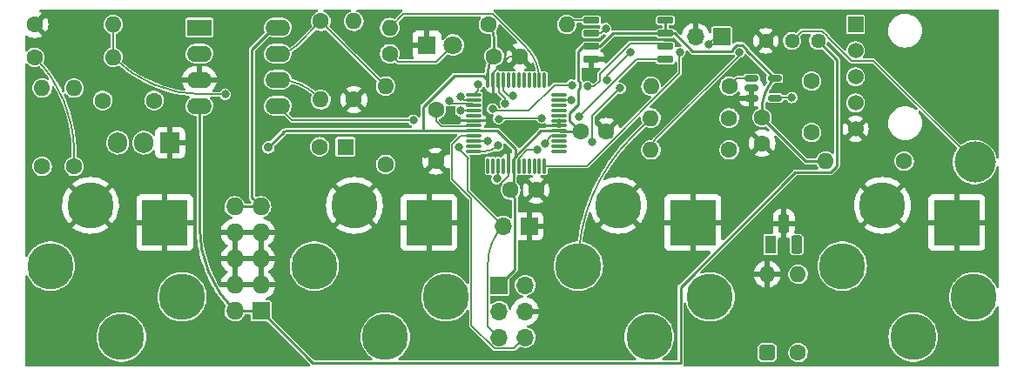
<source format=gbr>
%TF.GenerationSoftware,KiCad,Pcbnew,(5.99.0-12964-g8e5cbc5cf0)*%
%TF.CreationDate,2021-11-17T19:32:35+00:00*%
%TF.ProjectId,board,626f6172-642e-46b6-9963-61645f706362,rev?*%
%TF.SameCoordinates,Original*%
%TF.FileFunction,Copper,L1,Top*%
%TF.FilePolarity,Positive*%
%FSLAX46Y46*%
G04 Gerber Fmt 4.6, Leading zero omitted, Abs format (unit mm)*
G04 Created by KiCad (PCBNEW (5.99.0-12964-g8e5cbc5cf0)) date 2021-11-17 19:32:35*
%MOMM*%
%LPD*%
G01*
G04 APERTURE LIST*
G04 Aperture macros list*
%AMRoundRect*
0 Rectangle with rounded corners*
0 $1 Rounding radius*
0 $2 $3 $4 $5 $6 $7 $8 $9 X,Y pos of 4 corners*
0 Add a 4 corners polygon primitive as box body*
4,1,4,$2,$3,$4,$5,$6,$7,$8,$9,$2,$3,0*
0 Add four circle primitives for the rounded corners*
1,1,$1+$1,$2,$3*
1,1,$1+$1,$4,$5*
1,1,$1+$1,$6,$7*
1,1,$1+$1,$8,$9*
0 Add four rect primitives between the rounded corners*
20,1,$1+$1,$2,$3,$4,$5,0*
20,1,$1+$1,$4,$5,$6,$7,0*
20,1,$1+$1,$6,$7,$8,$9,0*
20,1,$1+$1,$8,$9,$2,$3,0*%
G04 Aperture macros list end*
%TA.AperFunction,ComponentPad*%
%ADD10C,4.000000*%
%TD*%
%TA.AperFunction,SMDPad,CuDef*%
%ADD11RoundRect,0.150000X-0.650000X-0.150000X0.650000X-0.150000X0.650000X0.150000X-0.650000X0.150000X0*%
%TD*%
%TA.AperFunction,ComponentPad*%
%ADD12C,1.600000*%
%TD*%
%TA.AperFunction,ComponentPad*%
%ADD13O,1.600000X1.600000*%
%TD*%
%TA.AperFunction,SMDPad,CuDef*%
%ADD14RoundRect,0.075000X0.075000X-0.662500X0.075000X0.662500X-0.075000X0.662500X-0.075000X-0.662500X0*%
%TD*%
%TA.AperFunction,SMDPad,CuDef*%
%ADD15RoundRect,0.075000X0.662500X-0.075000X0.662500X0.075000X-0.662500X0.075000X-0.662500X-0.075000X0*%
%TD*%
%TA.AperFunction,ComponentPad*%
%ADD16R,1.700000X1.700000*%
%TD*%
%TA.AperFunction,ComponentPad*%
%ADD17O,1.700000X1.700000*%
%TD*%
%TA.AperFunction,SMDPad,CuDef*%
%ADD18RoundRect,0.150000X-0.512500X-0.150000X0.512500X-0.150000X0.512500X0.150000X-0.512500X0.150000X0*%
%TD*%
%TA.AperFunction,ComponentPad*%
%ADD19R,1.800000X1.800000*%
%TD*%
%TA.AperFunction,ComponentPad*%
%ADD20C,1.800000*%
%TD*%
%TA.AperFunction,ComponentPad*%
%ADD21R,2.400000X1.600000*%
%TD*%
%TA.AperFunction,ComponentPad*%
%ADD22O,2.400000X1.600000*%
%TD*%
%TA.AperFunction,ComponentPad*%
%ADD23R,1.600000X1.600000*%
%TD*%
%TA.AperFunction,ComponentPad*%
%ADD24R,1.905000X2.000000*%
%TD*%
%TA.AperFunction,ComponentPad*%
%ADD25O,1.905000X2.000000*%
%TD*%
%TA.AperFunction,ComponentPad*%
%ADD26R,1.100000X1.800000*%
%TD*%
%TA.AperFunction,ComponentPad*%
%ADD27RoundRect,0.275000X-0.275000X-0.625000X0.275000X-0.625000X0.275000X0.625000X-0.275000X0.625000X0*%
%TD*%
%TA.AperFunction,ComponentPad*%
%ADD28R,1.727200X1.727200*%
%TD*%
%TA.AperFunction,ComponentPad*%
%ADD29O,1.727200X1.727200*%
%TD*%
%TA.AperFunction,ComponentPad*%
%ADD30C,1.440000*%
%TD*%
%TA.AperFunction,ComponentPad*%
%ADD31RoundRect,0.400000X0.400000X-0.400000X0.400000X0.400000X-0.400000X0.400000X-0.400000X-0.400000X0*%
%TD*%
%TA.AperFunction,ComponentPad*%
%ADD32R,1.524000X1.524000*%
%TD*%
%TA.AperFunction,ComponentPad*%
%ADD33C,1.524000*%
%TD*%
%TA.AperFunction,ComponentPad*%
%ADD34C,4.500001*%
%TD*%
%TA.AperFunction,ComponentPad*%
%ADD35R,4.500001X4.500001*%
%TD*%
%TA.AperFunction,ComponentPad*%
%ADD36C,4.500000*%
%TD*%
%TA.AperFunction,ViaPad*%
%ADD37C,0.800000*%
%TD*%
%TA.AperFunction,ViaPad*%
%ADD38C,0.900000*%
%TD*%
%TA.AperFunction,Conductor*%
%ADD39C,0.150000*%
%TD*%
%TA.AperFunction,Conductor*%
%ADD40C,0.280000*%
%TD*%
G04 APERTURE END LIST*
D10*
%TO.P,TP1,1,1*%
%TO.N,VREF_-10*%
X172500000Y-130000000D03*
%TD*%
D11*
%TO.P,U3,1,~{CS}*%
%TO.N,FLASH_CS*%
X135200000Y-116195000D03*
%TO.P,U3,2,DO(IO1)*%
%TO.N,FLASH_MISO*%
X135200000Y-117465000D03*
%TO.P,U3,3,IO2*%
%TO.N,+3V3*%
X135200000Y-118735000D03*
%TO.P,U3,4,GND*%
%TO.N,GND*%
X135200000Y-120005000D03*
%TO.P,U3,5,DI(IO0)*%
%TO.N,FLASH_MOSI*%
X142400000Y-120005000D03*
%TO.P,U3,6,CLK*%
%TO.N,FLASH_SCK*%
X142400000Y-118735000D03*
%TO.P,U3,7,IO3*%
%TO.N,+3V3*%
X142400000Y-117465000D03*
%TO.P,U3,8,VCC*%
X142400000Y-116195000D03*
%TD*%
D12*
%TO.P,R13,1*%
%TO.N,Net-(D2-Pad1)*%
X155300000Y-148510000D03*
D13*
%TO.P,R13,2*%
%TO.N,GATE_IN*%
X155300000Y-140890000D03*
%TD*%
D12*
%TO.P,R7,1*%
%TO.N,Net-(C7-Pad2)*%
X148610000Y-125700000D03*
D13*
%TO.P,R7,2*%
%TO.N,CV_IN*%
X140990000Y-125700000D03*
%TD*%
D14*
%TO.P,U1,1,PA00*%
%TO.N,unconnected-(U1-Pad1)*%
X125150000Y-130362500D03*
%TO.P,U1,2,PA01*%
%TO.N,unconnected-(U1-Pad2)*%
X125650000Y-130362500D03*
%TO.P,U1,3,PA02*%
%TO.N,A0*%
X126150000Y-130362500D03*
%TO.P,U1,4,PA03*%
%TO.N,unconnected-(U1-Pad4)*%
X126650000Y-130362500D03*
%TO.P,U1,5,GNDANA*%
%TO.N,GND*%
X127150000Y-130362500D03*
%TO.P,U1,6,VDDANA*%
%TO.N,+3V3*%
X127650000Y-130362500D03*
%TO.P,U1,7,PB08*%
%TO.N,A1*%
X128150000Y-130362500D03*
%TO.P,U1,8,PB09*%
%TO.N,A2*%
X128650000Y-130362500D03*
%TO.P,U1,9,PA04*%
%TO.N,A3*%
X129150000Y-130362500D03*
%TO.P,U1,10,PA05*%
%TO.N,A4*%
X129650000Y-130362500D03*
%TO.P,U1,11,PA06*%
%TO.N,D8*%
X130150000Y-130362500D03*
%TO.P,U1,12,PA07*%
%TO.N,D9*%
X130650000Y-130362500D03*
D15*
%TO.P,U1,13,PA08*%
%TO.N,D4*%
X132062500Y-128950000D03*
%TO.P,U1,14,PA09*%
%TO.N,D3*%
X132062500Y-128450000D03*
%TO.P,U1,15,PA10*%
%TO.N,D1*%
X132062500Y-127950000D03*
%TO.P,U1,16,PA11*%
%TO.N,D0*%
X132062500Y-127450000D03*
%TO.P,U1,17,VDDIO*%
%TO.N,+3V3*%
X132062500Y-126950000D03*
%TO.P,U1,18,GND*%
%TO.N,GND*%
X132062500Y-126450000D03*
%TO.P,U1,19,PB10*%
X132062500Y-125950000D03*
%TO.P,U1,20,PB11*%
%TO.N,unconnected-(U1-Pad20)*%
X132062500Y-125450000D03*
%TO.P,U1,21,PA12*%
%TO.N,unconnected-(U1-Pad21)*%
X132062500Y-124950000D03*
%TO.P,U1,22,PA13*%
%TO.N,unconnected-(U1-Pad22)*%
X132062500Y-124450000D03*
%TO.P,U1,23,PA14*%
%TO.N,D2*%
X132062500Y-123950000D03*
%TO.P,U1,24,PA15*%
%TO.N,D5*%
X132062500Y-123450000D03*
D14*
%TO.P,U1,25,PA16*%
%TO.N,D11*%
X130650000Y-122037500D03*
%TO.P,U1,26,PA17*%
%TO.N,D13*%
X130150000Y-122037500D03*
%TO.P,U1,27,PA18*%
%TO.N,D10*%
X129650000Y-122037500D03*
%TO.P,U1,28,PA19*%
%TO.N,D12*%
X129150000Y-122037500D03*
%TO.P,U1,29,PA20*%
%TO.N,D6*%
X128650000Y-122037500D03*
%TO.P,U1,30,PA21*%
%TO.N,D7*%
X128150000Y-122037500D03*
%TO.P,U1,31,PA22*%
%TO.N,unconnected-(U1-Pad31)*%
X127650000Y-122037500D03*
%TO.P,U1,32,PA23*%
%TO.N,unconnected-(U1-Pad32)*%
X127150000Y-122037500D03*
%TO.P,U1,33,PA24*%
%TO.N,D-*%
X126650000Y-122037500D03*
%TO.P,U1,34,PA25*%
%TO.N,D+*%
X126150000Y-122037500D03*
%TO.P,U1,35,GND*%
%TO.N,GND*%
X125650000Y-122037500D03*
%TO.P,U1,36,VDDIO*%
%TO.N,+3V3*%
X125150000Y-122037500D03*
D15*
%TO.P,U1,37,PB22*%
%TO.N,FLASH_MOSI*%
X123737500Y-123450000D03*
%TO.P,U1,38,PB23*%
%TO.N,FLASH_SCK*%
X123737500Y-123950000D03*
%TO.P,U1,39,PA27*%
%TO.N,FLASH_CS*%
X123737500Y-124450000D03*
%TO.P,U1,40,~{RESET}*%
%TO.N,RESET*%
X123737500Y-124950000D03*
%TO.P,U1,41,PA28*%
%TO.N,unconnected-(U1-Pad41)*%
X123737500Y-125450000D03*
%TO.P,U1,42,GND*%
%TO.N,GND*%
X123737500Y-125950000D03*
%TO.P,U1,43,VDDCORE*%
%TO.N,Net-(C1-Pad2)*%
X123737500Y-126450000D03*
%TO.P,U1,44,VDDIN*%
%TO.N,+3V3*%
X123737500Y-126950000D03*
%TO.P,U1,45,PA30*%
%TO.N,SWCLK*%
X123737500Y-127450000D03*
%TO.P,U1,46,PA31*%
%TO.N,SWDIO*%
X123737500Y-127950000D03*
%TO.P,U1,47,PB02*%
%TO.N,A5*%
X123737500Y-128450000D03*
%TO.P,U1,48,PB03*%
%TO.N,FLASH_MISO*%
X123737500Y-128950000D03*
%TD*%
D16*
%TO.P,BTN1,1,Pin_1*%
%TO.N,D9*%
X147875000Y-117800000D03*
D17*
%TO.P,BTN1,2,Pin_2*%
%TO.N,GND*%
X145335000Y-117800000D03*
%TD*%
D12*
%TO.P,C2,1*%
%TO.N,+3V3*%
X125750000Y-119700000D03*
%TO.P,C2,2*%
%TO.N,GND*%
X128250000Y-119700000D03*
%TD*%
%TO.P,C6,1*%
%TO.N,Net-(C6-Pad1)*%
X87700000Y-124000000D03*
%TO.P,C6,2*%
%TO.N,Net-(C6-Pad2)*%
X92700000Y-124000000D03*
%TD*%
%TO.P,R6,1*%
%TO.N,AUDIO_OUT*%
X81800000Y-130410000D03*
D13*
%TO.P,R6,2*%
%TO.N,Net-(C6-Pad1)*%
X81800000Y-122790000D03*
%TD*%
D12*
%TO.P,C4,1*%
%TO.N,+3V3*%
X127350000Y-132700000D03*
%TO.P,C4,2*%
%TO.N,GND*%
X129850000Y-132700000D03*
%TD*%
D18*
%TO.P,U5,1*%
%TO.N,A1*%
X150762500Y-121850000D03*
%TO.P,U5,2,V-*%
%TO.N,GND*%
X150762500Y-122800000D03*
%TO.P,U5,3,+*%
X150762500Y-123750000D03*
%TO.P,U5,4,-*%
%TO.N,Net-(C7-Pad2)*%
X153037500Y-123750000D03*
%TO.P,U5,5,V+*%
%TO.N,+3V3*%
X153037500Y-121850000D03*
%TD*%
D19*
%TO.P,D1,1,K*%
%TO.N,GND*%
X119225000Y-118600000D03*
D20*
%TO.P,D1,2,A*%
%TO.N,Net-(D1-Pad2)*%
X121765000Y-118600000D03*
%TD*%
D21*
%TO.P,U4,1*%
%TO.N,Net-(C6-Pad1)*%
X97100000Y-116900000D03*
D22*
%TO.P,U4,2,-*%
%TO.N,Net-(C6-Pad2)*%
X97100000Y-119440000D03*
%TO.P,U4,3,+*%
%TO.N,GND*%
X97100000Y-121980000D03*
%TO.P,U4,4,V-*%
%TO.N,-12V*%
X97100000Y-124520000D03*
%TO.P,U4,5,+*%
%TO.N,D0*%
X104720000Y-124520000D03*
%TO.P,U4,6,-*%
%TO.N,Net-(R10-Pad2)*%
X104720000Y-121980000D03*
%TO.P,U4,7*%
%TO.N,Net-(R11-Pad1)*%
X104720000Y-119440000D03*
%TO.P,U4,8,V+*%
%TO.N,+12V*%
X104720000Y-116900000D03*
%TD*%
D23*
%TO.P,C5,1*%
%TO.N,A0*%
X111282380Y-128500000D03*
D12*
%TO.P,C5,2*%
%TO.N,Net-(C5-Pad2)*%
X108782380Y-128500000D03*
%TD*%
%TO.P,R8,1*%
%TO.N,Net-(C7-Pad2)*%
X148610000Y-128800000D03*
D13*
%TO.P,R8,2*%
%TO.N,VREF_-10*%
X140990000Y-128800000D03*
%TD*%
D24*
%TO.P,U2,1,GND*%
%TO.N,GND*%
X94240000Y-128100000D03*
D25*
%TO.P,U2,2,VO*%
%TO.N,+3V3*%
X91700000Y-128100000D03*
%TO.P,U2,3,VI*%
%TO.N,+12V*%
X89160000Y-128100000D03*
%TD*%
D12*
%TO.P,C1,1*%
%TO.N,GND*%
X120100000Y-129900000D03*
%TO.P,C1,2*%
%TO.N,Net-(C1-Pad2)*%
X120100000Y-124900000D03*
%TD*%
D16*
%TO.P,RST1,1,1*%
%TO.N,GND*%
X129175000Y-136200000D03*
D17*
%TO.P,RST1,2,2*%
%TO.N,RESET*%
X126635000Y-136200000D03*
%TD*%
D12*
%TO.P,R14,1*%
%TO.N,D2*%
X165610000Y-129900000D03*
D13*
%TO.P,R14,2*%
%TO.N,+3V3*%
X157990000Y-129900000D03*
%TD*%
D26*
%TO.P,Q1,1,B*%
%TO.N,Net-(D2-Pad1)*%
X152634292Y-138020000D03*
D27*
%TO.P,Q1,2,E*%
%TO.N,GND*%
X153904292Y-135950000D03*
%TO.P,Q1,3,C*%
%TO.N,D2*%
X155174292Y-138020000D03*
%TD*%
D12*
%TO.P,C3,1*%
%TO.N,+3V3*%
X134150000Y-127000000D03*
%TO.P,C3,2*%
%TO.N,GND*%
X136650000Y-127000000D03*
%TD*%
%TO.P,R4,1*%
%TO.N,Net-(C6-Pad2)*%
X81090000Y-119800000D03*
D13*
%TO.P,R4,2*%
%TO.N,Net-(C5-Pad2)*%
X88710000Y-119800000D03*
%TD*%
D12*
%TO.P,R5,1*%
%TO.N,Net-(C6-Pad2)*%
X84900000Y-130410000D03*
D13*
%TO.P,R5,2*%
%TO.N,Net-(C6-Pad1)*%
X84900000Y-122790000D03*
%TD*%
D28*
%TO.P,J1,1,1*%
%TO.N,-12V*%
X103070000Y-144480000D03*
D29*
%TO.P,J1,2,2*%
X100530000Y-144480000D03*
%TO.P,J1,3,3*%
%TO.N,GND*%
X103070000Y-141940000D03*
%TO.P,J1,4,4*%
X100530000Y-141940000D03*
%TO.P,J1,5,5*%
X103070000Y-139400000D03*
%TO.P,J1,6,6*%
X100530000Y-139400000D03*
%TO.P,J1,7,7*%
X103070000Y-136860000D03*
%TO.P,J1,8,8*%
X100530000Y-136860000D03*
%TO.P,J1,9,9*%
%TO.N,+12V*%
X103070000Y-134320000D03*
%TO.P,J1,10,10*%
X100530000Y-134320000D03*
%TD*%
D12*
%TO.P,R1,1*%
%TO.N,+3V3*%
X125190000Y-116600000D03*
D13*
%TO.P,R1,2*%
%TO.N,FLASH_CS*%
X132810000Y-116600000D03*
%TD*%
D30*
%TO.P,RV1,1,1*%
%TO.N,-12V*%
X157250000Y-118200000D03*
%TO.P,RV1,2,2*%
%TO.N,VREF_-10*%
X154710000Y-118200000D03*
%TO.P,RV1,3,3*%
%TO.N,GND*%
X152170000Y-118200000D03*
%TD*%
D12*
%TO.P,R9,1*%
%TO.N,A1*%
X148620000Y-122600000D03*
D13*
%TO.P,R9,2*%
%TO.N,Net-(C7-Pad2)*%
X141000000Y-122600000D03*
%TD*%
D12*
%TO.P,R2,1*%
%TO.N,Net-(D1-Pad2)*%
X115600000Y-119445000D03*
D13*
%TO.P,R2,2*%
%TO.N,D13*%
X115600000Y-116905000D03*
%TD*%
D12*
%TO.P,C7,1*%
%TO.N,A1*%
X156600000Y-122100000D03*
%TO.P,C7,2*%
%TO.N,Net-(C7-Pad2)*%
X156600000Y-127100000D03*
%TD*%
%TO.P,R12,1*%
%TO.N,GATE_OUT*%
X115200000Y-130210000D03*
D13*
%TO.P,R12,2*%
%TO.N,Net-(R11-Pad1)*%
X115200000Y-122590000D03*
%TD*%
D12*
%TO.P,R11,1*%
%TO.N,Net-(R11-Pad1)*%
X108900000Y-116290000D03*
D13*
%TO.P,R11,2*%
%TO.N,Net-(R10-Pad2)*%
X108900000Y-123910000D03*
%TD*%
D31*
%TO.P,D2,1,K*%
%TO.N,Net-(D2-Pad1)*%
X152300000Y-148510000D03*
D13*
%TO.P,D2,2,A*%
%TO.N,GND*%
X152300000Y-140890000D03*
%TD*%
D12*
%TO.P,C8,1*%
%TO.N,+3V3*%
X151800000Y-125650000D03*
%TO.P,C8,2*%
%TO.N,GND*%
X151800000Y-128150000D03*
%TD*%
D17*
%TO.P,SWD1,6,Pin_6*%
%TO.N,SWCLK*%
X128765000Y-147055000D03*
%TO.P,SWD1,5,Pin_5*%
%TO.N,RESET*%
X126225000Y-147055000D03*
%TO.P,SWD1,4,Pin_4*%
%TO.N,GND*%
X128765000Y-144515000D03*
%TO.P,SWD1,3,Pin_3*%
%TO.N,SWDIO*%
X126225000Y-144515000D03*
%TO.P,SWD1,2,Pin_2*%
%TO.N,unconnected-(SWD1-Pad2)*%
X128765000Y-141975000D03*
D16*
%TO.P,SWD1,1,Pin_1*%
%TO.N,+3V3*%
X126225000Y-141975000D03*
%TD*%
D12*
%TO.P,R10,1*%
%TO.N,GND*%
X112100000Y-123910000D03*
D13*
%TO.P,R10,2*%
%TO.N,Net-(R10-Pad2)*%
X112100000Y-116290000D03*
%TD*%
D12*
%TO.P,R3,1*%
%TO.N,GND*%
X81090000Y-116600000D03*
D13*
%TO.P,R3,2*%
%TO.N,Net-(C5-Pad2)*%
X88710000Y-116600000D03*
%TD*%
D32*
%TO.P,USB1,1,VBUS*%
%TO.N,unconnected-(USB1-Pad1)*%
X160895000Y-116615000D03*
D33*
%TO.P,USB1,2,D-*%
%TO.N,D-*%
X160895000Y-119155000D03*
%TO.P,USB1,3,D+*%
%TO.N,D+*%
X160895000Y-121695000D03*
%TO.P,USB1,4,ID*%
%TO.N,unconnected-(USB1-Pad4)*%
X160895000Y-124235000D03*
%TO.P,USB1,5,GND*%
%TO.N,GND*%
X160895000Y-126775000D03*
%TD*%
D34*
%TO.P,GATE_IN1,R*%
%TO.N,N/C*%
X166500000Y-147000000D03*
%TO.P,GATE_IN1,RN*%
X172400000Y-143100000D03*
D35*
%TO.P,GATE_IN1,S*%
%TO.N,GND*%
X170740000Y-135860000D03*
D36*
%TO.P,GATE_IN1,T*%
%TO.N,GATE_IN*%
X159600000Y-140100000D03*
%TO.P,GATE_IN1,TN*%
%TO.N,GND*%
X163500000Y-134200000D03*
%TD*%
D34*
%TO.P,CV_IN1,R*%
%TO.N,N/C*%
X140833334Y-147000000D03*
%TO.P,CV_IN1,RN*%
X146733334Y-143100000D03*
D35*
%TO.P,CV_IN1,S*%
%TO.N,GND*%
X145073334Y-135860000D03*
D36*
%TO.P,CV_IN1,T*%
%TO.N,CV_IN*%
X133933334Y-140100000D03*
%TO.P,CV_IN1,TN*%
%TO.N,GND*%
X137833334Y-134200000D03*
%TD*%
D34*
%TO.P,HONK_OUT1,R*%
%TO.N,N/C*%
X89500000Y-147000000D03*
%TO.P,HONK_OUT1,RN*%
X95400000Y-143100000D03*
D35*
%TO.P,HONK_OUT1,S*%
%TO.N,GND*%
X93740000Y-135860000D03*
D36*
%TO.P,HONK_OUT1,T*%
%TO.N,AUDIO_OUT*%
X82600000Y-140100000D03*
%TO.P,HONK_OUT1,TN*%
%TO.N,GND*%
X86500000Y-134200000D03*
%TD*%
D34*
%TO.P,GATE_OUT1,R*%
%TO.N,N/C*%
X115166668Y-147000000D03*
%TO.P,GATE_OUT1,RN*%
X121066668Y-143100000D03*
D35*
%TO.P,GATE_OUT1,S*%
%TO.N,GND*%
X119406668Y-135860000D03*
D36*
%TO.P,GATE_OUT1,T*%
%TO.N,GATE_OUT*%
X108266668Y-140100000D03*
%TO.P,GATE_OUT1,TN*%
%TO.N,GND*%
X112166668Y-134200000D03*
%TD*%
D37*
%TO.N,D9*%
X146600000Y-118500000D03*
X143800000Y-119300980D03*
%TO.N,GND*%
X135300000Y-121800000D03*
X119000000Y-129200000D03*
X124500000Y-132600000D03*
X121800000Y-125900000D03*
X121100000Y-127700000D03*
D38*
%TO.N,+3V3*%
X103809444Y-128563331D03*
D37*
%TO.N,A0*%
X126010165Y-131606657D03*
%TO.N,Net-(C5-Pad2)*%
X99600000Y-123400000D03*
%TO.N,A1*%
X129979084Y-128817928D03*
%TO.N,Net-(C7-Pad2)*%
X154700000Y-123700000D03*
%TO.N,D2*%
X133216367Y-123988176D03*
%TO.N,FLASH_CS*%
X121400000Y-124000000D03*
%TO.N,VREF_-10*%
X149600000Y-119300980D03*
%TO.N,RESET*%
X122500000Y-125000000D03*
X122300000Y-128500000D03*
%TO.N,SWDIO*%
X125100000Y-127900000D03*
%TO.N,D0*%
X130700000Y-128200000D03*
X117900000Y-125900000D03*
%TO.N,D-*%
X127571232Y-123528768D03*
%TO.N,D+*%
X126828768Y-124271232D03*
%TO.N,FLASH_MOSI*%
X126200259Y-125800777D03*
X130400000Y-125700000D03*
X124156891Y-122431992D03*
X134000000Y-125600000D03*
%TO.N,FLASH_SCK*%
X134820640Y-122619615D03*
X125589500Y-124790460D03*
X133300000Y-122500000D03*
X122455000Y-123602565D03*
%TO.N,FLASH_MISO*%
X139000000Y-119300000D03*
X136700000Y-122000000D03*
X126100000Y-128400000D03*
X138000000Y-122800000D03*
X136600000Y-117000000D03*
X135300000Y-128000000D03*
%TD*%
D39*
%TO.N,VREF_-10*%
X158194511Y-117849649D02*
X158194511Y-117808770D01*
X155654511Y-117255489D02*
X154710000Y-118200000D01*
X160486373Y-120141511D02*
X158194511Y-117849649D01*
X162641511Y-120141511D02*
X160486373Y-120141511D01*
X157641230Y-117255489D02*
X155654511Y-117255489D01*
X172500000Y-130000000D02*
X162641511Y-120141511D01*
X158194511Y-117808770D02*
X157641230Y-117255489D01*
%TO.N,D9*%
X130650000Y-130362500D02*
X134736378Y-130362500D01*
X146893413Y-118206586D02*
X146600000Y-118500000D01*
X143777037Y-119323943D02*
X143800000Y-119300980D01*
X143777037Y-121321841D02*
X143777037Y-119323943D01*
X134736378Y-130362500D02*
X143777037Y-121321841D01*
X146893413Y-118206586D02*
G75*
G02*
X147875000Y-117800000I981586J-981586D01*
G01*
%TO.N,GND*%
X127150000Y-131350000D02*
X125900000Y-132600000D01*
X121200000Y-127800000D02*
X121100000Y-127700000D01*
X135200000Y-121700000D02*
X135300000Y-121800000D01*
X125650000Y-121300001D02*
X127250001Y-119700000D01*
X121200000Y-128400000D02*
X121200000Y-127800000D01*
X125050000Y-125950000D02*
X125500000Y-125500000D01*
X127150000Y-130362500D02*
X127150000Y-131350000D01*
X123737500Y-125950000D02*
X121850000Y-125950000D01*
X127250001Y-119700000D02*
X128250000Y-119700000D01*
X135200000Y-120005000D02*
X135200000Y-121700000D01*
X119000000Y-129200000D02*
X120400000Y-129200000D01*
X125900000Y-132600000D02*
X124500000Y-132600000D01*
X125650000Y-122037500D02*
X125650000Y-121300001D01*
X120400000Y-129200000D02*
X121200000Y-128400000D01*
X121850000Y-125950000D02*
X121800000Y-125900000D01*
X123737500Y-125950000D02*
X125050000Y-125950000D01*
%TO.N,Net-(C1-Pad2)*%
X123662999Y-126524501D02*
X123737500Y-126450000D01*
X120100000Y-124900000D02*
X120100000Y-126031370D01*
X120593131Y-126524501D02*
X123662999Y-126524501D01*
X120100000Y-126031370D02*
X120593131Y-126524501D01*
D40*
%TO.N,+3V3*%
X153037500Y-121850000D02*
X150289501Y-119102001D01*
X150289501Y-119015378D02*
X149885602Y-118611479D01*
X127789501Y-129467913D02*
X127789501Y-128714398D01*
X135999999Y-118735000D02*
X137269999Y-117465000D01*
X134150000Y-127000000D02*
X133110499Y-125960499D01*
X145050985Y-119235489D02*
X143280496Y-117465000D01*
X133935489Y-124389408D02*
X133935489Y-122939614D01*
X135200000Y-118735000D02*
X135999999Y-118735000D01*
X130307414Y-126950000D02*
X127650000Y-129607414D01*
X118850000Y-126950000D02*
X105703553Y-126950000D01*
X125750000Y-119700000D02*
X125750000Y-117951959D01*
X134089501Y-122785602D02*
X134089501Y-122214398D01*
X132062500Y-126950000D02*
X130307414Y-126950000D01*
X148910499Y-119015378D02*
X148910499Y-119235489D01*
X127650000Y-129607414D02*
X127650000Y-130362500D01*
X134089501Y-122214398D02*
X133935489Y-122060386D01*
X118850000Y-124609198D02*
X118850000Y-126950000D01*
X133935489Y-122939614D02*
X134089501Y-122785602D01*
X148910499Y-119235489D02*
X145050985Y-119235489D01*
X127650000Y-132400000D02*
X127650000Y-130362500D01*
X125150000Y-122037500D02*
X124712500Y-121600000D01*
X151800000Y-125650000D02*
X156050000Y-129900000D01*
X127789501Y-128714398D02*
X126025103Y-126950000D01*
X103809444Y-128539066D02*
X103809444Y-128563331D01*
X126225000Y-141975000D02*
X127774511Y-140425489D01*
X142400000Y-116195000D02*
X142400000Y-117465000D01*
X149885602Y-118611479D02*
X149314398Y-118611479D01*
X149314398Y-118611479D02*
X148910499Y-119015378D01*
X124712500Y-121600000D02*
X121859198Y-121600000D01*
X143280496Y-117465000D02*
X142400000Y-117465000D01*
X133110499Y-125214398D02*
X133935489Y-124389408D01*
X134400001Y-118735000D02*
X135200000Y-118735000D01*
X133935489Y-119199512D02*
X134400001Y-118735000D01*
X127774511Y-140425489D02*
X127774511Y-133724860D01*
X133935489Y-122060386D02*
X133935489Y-119199512D01*
X133110499Y-125960499D02*
X133110499Y-125214398D01*
X156050000Y-129900000D02*
X157990000Y-129900000D01*
X126025103Y-126950000D02*
X123737500Y-126950000D01*
X151800000Y-125650000D02*
X151800000Y-124837589D01*
X121859198Y-121600000D02*
X118850000Y-124609198D01*
X127350000Y-132700000D02*
X127650000Y-132400000D01*
X105299983Y-127048527D02*
X103809444Y-128539066D01*
X150289501Y-119102001D02*
X150289501Y-119015378D01*
X137269999Y-117465000D02*
X142400000Y-117465000D01*
X134150000Y-127000000D02*
X132183210Y-127000000D01*
X127650000Y-129607414D02*
X127789501Y-129467913D01*
X123737500Y-126950000D02*
X118850000Y-126950000D01*
X125150000Y-122037500D02*
X125150000Y-121148528D01*
X132062500Y-126950000D02*
G75*
G03*
X132183210Y-127000000I120709J120706D01*
G01*
X125750000Y-119700000D02*
G75*
G03*
X125150000Y-121148528I1448532J-1448530D01*
G01*
X127350000Y-132700000D02*
G75*
G02*
X127774511Y-133724860I-1024852J-1024857D01*
G01*
X153037500Y-121850000D02*
G75*
G03*
X151800000Y-124837589I2987594J-2987591D01*
G01*
X105299983Y-127048527D02*
G75*
G02*
X105703553Y-126950000I409111J-799949D01*
G01*
X125190000Y-116600000D02*
G75*
G02*
X125750000Y-117951959I-1351949J-1351955D01*
G01*
D39*
%TO.N,A0*%
X126150000Y-130362500D02*
X126150000Y-131466822D01*
X126150000Y-131466822D02*
X126010165Y-131606657D01*
%TO.N,Net-(C5-Pad2)*%
X99600000Y-123400000D02*
X97401168Y-123400000D01*
X88710000Y-116600000D02*
X88710000Y-119800000D01*
X88710000Y-119800000D02*
G75*
G03*
X97401168Y-123400000I8691166J8691162D01*
G01*
%TO.N,Net-(C6-Pad2)*%
X84900000Y-128998153D02*
X84900000Y-130410000D01*
X84899999Y-128998153D02*
G75*
G03*
X81089999Y-119800001I-13008152J0D01*
G01*
%TO.N,A1*%
X128957073Y-128817928D02*
X129979084Y-128817928D01*
X128150000Y-130362500D02*
X128150000Y-129625001D01*
X149370000Y-121850000D02*
X150762500Y-121850000D01*
X128150000Y-129625001D02*
X128957073Y-128817928D01*
X148620000Y-122600000D02*
X149370000Y-121850000D01*
%TO.N,Net-(C7-Pad2)*%
X154700000Y-123700000D02*
X153158210Y-123700000D01*
X153037500Y-123750000D02*
G75*
G02*
X153158210Y-123700000I120709J-120706D01*
G01*
%TO.N,CV_IN*%
X139125855Y-127564144D02*
X140990000Y-125700000D01*
X139125855Y-127564144D02*
G75*
G03*
X133933334Y-140100000I12535857J-12535855D01*
G01*
%TO.N,Net-(D1-Pad2)*%
X120120001Y-120244999D02*
X121765000Y-118600000D01*
X116399999Y-120244999D02*
X120120001Y-120244999D01*
X115600000Y-119445000D02*
X116399999Y-120244999D01*
D40*
%TO.N,+12V*%
X102206401Y-119013599D02*
X104320000Y-116900000D01*
X104320000Y-116900000D02*
X104720000Y-116900000D01*
X102206401Y-133456401D02*
X102206401Y-119013599D01*
X103070000Y-134320000D02*
X102206401Y-133456401D01*
X103070000Y-134320000D02*
X100530000Y-134320000D01*
%TO.N,-12V*%
X108129511Y-149539511D02*
X143885235Y-149539511D01*
X103070000Y-144480000D02*
X108129511Y-149539511D01*
X103070000Y-144480000D02*
X100530000Y-144480000D01*
X143885235Y-149539511D02*
X143885235Y-142122185D01*
X143885235Y-142122185D02*
X155017909Y-130989511D01*
X97100000Y-136199248D02*
X97100000Y-124520000D01*
X159079511Y-120029511D02*
X157250000Y-118200000D01*
X159079511Y-130351291D02*
X159079511Y-120029511D01*
X155017909Y-130989511D02*
X158441291Y-130989511D01*
X158441291Y-130989511D02*
X159079511Y-130351291D01*
X97100001Y-136199248D02*
G75*
G03*
X100530001Y-144479999I11710756J2D01*
G01*
D39*
%TO.N,D2*%
X133124202Y-123950000D02*
X132062500Y-123950000D01*
X133124202Y-123950001D02*
G75*
G02*
X133216367Y-123988176I0J-130341D01*
G01*
%TO.N,FLASH_CS*%
X121400000Y-124000000D02*
X121724520Y-124324520D01*
X135200000Y-116195000D02*
X133215000Y-116195000D01*
X123612020Y-124324520D02*
X123737500Y-124450000D01*
X121724520Y-124324520D02*
X123612020Y-124324520D01*
X133215000Y-116195000D02*
X132810000Y-116600000D01*
%TO.N,D13*%
X115600000Y-116905000D02*
X116929511Y-115575489D01*
X116929511Y-115575489D02*
X125614367Y-115575489D01*
X125614367Y-115575489D02*
X128787845Y-118748967D01*
X130150000Y-122037500D02*
G75*
G03*
X128787845Y-118748967I-4650694J-3D01*
G01*
%TO.N,VREF_-10*%
X141407193Y-127792807D02*
X149600000Y-119600000D01*
X149600000Y-119600000D02*
X149600000Y-119300980D01*
X141407193Y-127792807D02*
G75*
G03*
X140990000Y-128800000I1007193J-1007193D01*
G01*
%TO.N,Net-(R10-Pad2)*%
X108560991Y-123570990D02*
X108900000Y-123910000D01*
X108560991Y-123570990D02*
G75*
G03*
X104720000Y-121980000I-3840992J-3840996D01*
G01*
%TO.N,Net-(R11-Pad1)*%
X115200000Y-122590000D02*
X108900000Y-116290000D01*
X106478320Y-118711680D02*
X108900000Y-116290000D01*
X106478320Y-118711680D02*
G75*
G02*
X104720000Y-119440000I-1758319J1758317D01*
G01*
%TO.N,RESET*%
X123200000Y-132765000D02*
X123200000Y-129624336D01*
X126635000Y-136200000D02*
X123200000Y-132765000D01*
X123224336Y-129600000D02*
X122300000Y-128675664D01*
X122300000Y-128675664D02*
X122300000Y-128500000D01*
X123687500Y-125000000D02*
X123737500Y-124950000D01*
X122500000Y-125000000D02*
X123687500Y-125000000D01*
X125150489Y-145980489D02*
X125150489Y-139783926D01*
X126225000Y-147055000D02*
X125150489Y-145980489D01*
X123200000Y-129624336D02*
X123224336Y-129600000D01*
X126635000Y-136200000D02*
G75*
G03*
X125150489Y-139783926I3583931J-3583928D01*
G01*
%TO.N,SWDIO*%
X125100000Y-127900000D02*
X123858210Y-127900000D01*
X123737500Y-127950000D02*
G75*
G02*
X123858210Y-127900000I120709J-120706D01*
G01*
%TO.N,SWCLK*%
X125779922Y-148129511D02*
X123541179Y-145890768D01*
X123541179Y-145890768D02*
X123541179Y-133529751D01*
X128765000Y-147055000D02*
X127690489Y-148129511D01*
X122466821Y-127450000D02*
X123737500Y-127450000D01*
X121675499Y-128241322D02*
X122466821Y-127450000D01*
X121675499Y-131664071D02*
X121675499Y-128241322D01*
X123541179Y-133529751D02*
X121675499Y-131664071D01*
X127690489Y-148129511D02*
X125779922Y-148129511D01*
%TO.N,D0*%
X130700000Y-128075001D02*
X131325001Y-127450000D01*
X104720000Y-124520000D02*
X106100000Y-125900000D01*
X106100000Y-125900000D02*
X117900000Y-125900000D01*
X130700000Y-128200000D02*
X130700000Y-128075001D01*
X131325001Y-127450000D02*
X132062500Y-127450000D01*
%TO.N,D-*%
X126600000Y-122087500D02*
X126600000Y-123017157D01*
X127111611Y-123528768D02*
X127571232Y-123528768D01*
X126650000Y-122037500D02*
X126600000Y-122087500D01*
X126600000Y-123017157D02*
X127111611Y-123528768D01*
%TO.N,D+*%
X126200000Y-123182843D02*
X126828768Y-123811611D01*
X126200000Y-122087500D02*
X126200000Y-123182843D01*
X126150000Y-122037500D02*
X126200000Y-122087500D01*
X126828768Y-123811611D02*
X126828768Y-124271232D01*
%TO.N,FLASH_MOSI*%
X130400000Y-125700000D02*
X126301036Y-125700000D01*
X139595000Y-120005000D02*
X134000000Y-125600000D01*
X142400000Y-120005000D02*
X139595000Y-120005000D01*
X124156891Y-123030609D02*
X124156891Y-122431992D01*
X123737500Y-123450000D02*
X124156891Y-123030609D01*
X126301036Y-125700000D02*
X126200259Y-125800777D01*
%TO.N,FLASH_SCK*%
X129100000Y-125000000D02*
X125799040Y-125000000D01*
X138964999Y-118435001D02*
X136024501Y-121375499D01*
X131600000Y-122500000D02*
X129100000Y-125000000D01*
X136024501Y-121375499D02*
X136024501Y-122058678D01*
X125799040Y-125000000D02*
X125589500Y-124790460D01*
X135463564Y-122619615D02*
X134820640Y-122619615D01*
X122802435Y-123950000D02*
X123737500Y-123950000D01*
X142400000Y-118735000D02*
X142100001Y-118435001D01*
X133300000Y-122500000D02*
X131600000Y-122500000D01*
X136024501Y-122058678D02*
X135463564Y-122619615D01*
X142100001Y-118435001D02*
X138964999Y-118435001D01*
X122455000Y-123602565D02*
X122802435Y-123950000D01*
%TO.N,FLASH_MISO*%
X136700000Y-122000000D02*
X136700000Y-121600000D01*
X135300000Y-125500000D02*
X138000000Y-122800000D01*
X123737500Y-128950000D02*
X124772183Y-128950000D01*
X136600000Y-117000000D02*
X136135000Y-117465000D01*
X135300000Y-128000000D02*
X135300000Y-125500000D01*
X136135000Y-117465000D02*
X135200000Y-117465000D01*
X136700000Y-121600000D02*
X139000000Y-119300000D01*
X126100000Y-128400000D02*
G75*
G02*
X124772183Y-128950000I-1327816J1327814D01*
G01*
%TD*%
%TA.AperFunction,Conductor*%
%TO.N,GND*%
G36*
X108600496Y-115170002D02*
G01*
X108646989Y-115223658D01*
X108657093Y-115293932D01*
X108627599Y-115358512D01*
X108567951Y-115396873D01*
X108561333Y-115398821D01*
X108542214Y-115404448D01*
X108377023Y-115490807D01*
X108231752Y-115607608D01*
X108111935Y-115750401D01*
X108108971Y-115755793D01*
X108108968Y-115755797D01*
X108052119Y-115859205D01*
X108022135Y-115913746D01*
X108020274Y-115919613D01*
X108020273Y-115919615D01*
X107986568Y-116025866D01*
X107965772Y-116091424D01*
X107944994Y-116276665D01*
X107945510Y-116282809D01*
X107959109Y-116444750D01*
X107960592Y-116462414D01*
X108011971Y-116641595D01*
X108043818Y-116703562D01*
X108057165Y-116773290D01*
X108030695Y-116839167D01*
X108020846Y-116850249D01*
X106343352Y-118527743D01*
X106327597Y-118540674D01*
X106326062Y-118542209D01*
X106315743Y-118549104D01*
X106308849Y-118559422D01*
X106300074Y-118568197D01*
X106299731Y-118567854D01*
X106294014Y-118574437D01*
X106135069Y-118716480D01*
X106124028Y-118725284D01*
X105990847Y-118819780D01*
X105923716Y-118842886D01*
X105854749Y-118826031D01*
X105826391Y-118803596D01*
X105744279Y-118716765D01*
X105724621Y-118703000D01*
X105591335Y-118609673D01*
X105591334Y-118609672D01*
X105586102Y-118606009D01*
X105442087Y-118543688D01*
X105414741Y-118531854D01*
X105414740Y-118531854D01*
X105408885Y-118529320D01*
X105313577Y-118509409D01*
X105224612Y-118490823D01*
X105224608Y-118490823D01*
X105219867Y-118489832D01*
X105213532Y-118489500D01*
X104271741Y-118489500D01*
X104224782Y-118494270D01*
X104134239Y-118503467D01*
X104134238Y-118503467D01*
X104127890Y-118504112D01*
X103943627Y-118561856D01*
X103938038Y-118564954D01*
X103931118Y-118568790D01*
X103774739Y-118655472D01*
X103628125Y-118781136D01*
X103624214Y-118786178D01*
X103624213Y-118786179D01*
X103515515Y-118926312D01*
X103509773Y-118933714D01*
X103424519Y-119106974D01*
X103422912Y-119113144D01*
X103422910Y-119113149D01*
X103380257Y-119276898D01*
X103375845Y-119293837D01*
X103373468Y-119339200D01*
X103366221Y-119477480D01*
X103365739Y-119486671D01*
X103394614Y-119677599D01*
X103396820Y-119683594D01*
X103396820Y-119683595D01*
X103459086Y-119852832D01*
X103459088Y-119852836D01*
X103461290Y-119858821D01*
X103563045Y-120022934D01*
X103590148Y-120051595D01*
X103689901Y-120157080D01*
X103695721Y-120163235D01*
X103700951Y-120166897D01*
X103700952Y-120166898D01*
X103844492Y-120267405D01*
X103853898Y-120273991D01*
X103965119Y-120322121D01*
X104019605Y-120345699D01*
X104031115Y-120350680D01*
X104037363Y-120351985D01*
X104037362Y-120351985D01*
X104215388Y-120389177D01*
X104215392Y-120389177D01*
X104220133Y-120390168D01*
X104226468Y-120390500D01*
X105168259Y-120390500D01*
X105257669Y-120381418D01*
X105305761Y-120376533D01*
X105305762Y-120376533D01*
X105312110Y-120375888D01*
X105496373Y-120318144D01*
X105665261Y-120224528D01*
X105811875Y-120098864D01*
X105815787Y-120093821D01*
X105926311Y-119951335D01*
X105926313Y-119951332D01*
X105930227Y-119946286D01*
X106015481Y-119773026D01*
X106017088Y-119766856D01*
X106017090Y-119766851D01*
X106062545Y-119592345D01*
X106062545Y-119592342D01*
X106064155Y-119586163D01*
X106069200Y-119489898D01*
X106073927Y-119399710D01*
X106073927Y-119399706D01*
X106074261Y-119393329D01*
X106073306Y-119387012D01*
X106073199Y-119384834D01*
X106089850Y-119315818D01*
X106138101Y-119268401D01*
X106162123Y-119255125D01*
X106162135Y-119255118D01*
X106165219Y-119253413D01*
X106413656Y-119077137D01*
X106504860Y-118995632D01*
X106629256Y-118884465D01*
X106629257Y-118884464D01*
X106640036Y-118874831D01*
X106640897Y-118874256D01*
X106647793Y-118863935D01*
X106649338Y-118862391D01*
X106662256Y-118846650D01*
X108338666Y-117170240D01*
X108400978Y-117136214D01*
X108471793Y-117141279D01*
X108489230Y-117149346D01*
X108517627Y-117165217D01*
X108694907Y-117222819D01*
X108879998Y-117244890D01*
X108886133Y-117244418D01*
X108886135Y-117244418D01*
X109059710Y-117231062D01*
X109059715Y-117231061D01*
X109065851Y-117230589D01*
X109071781Y-117228933D01*
X109071783Y-117228933D01*
X109169958Y-117201522D01*
X109245387Y-117180462D01*
X109314243Y-117145680D01*
X109384062Y-117132821D01*
X109449753Y-117159750D01*
X109460146Y-117169052D01*
X111890305Y-119599210D01*
X114320053Y-122028958D01*
X114354079Y-122091270D01*
X114349014Y-122162085D01*
X114341374Y-122178752D01*
X114322135Y-122213746D01*
X114320274Y-122219613D01*
X114320273Y-122219615D01*
X114270140Y-122377653D01*
X114265772Y-122391424D01*
X114244994Y-122576665D01*
X114245764Y-122585839D01*
X114259792Y-122752883D01*
X114260592Y-122762414D01*
X114264678Y-122776665D01*
X114309910Y-122934406D01*
X114311971Y-122941595D01*
X114314790Y-122947080D01*
X114382220Y-123078283D01*
X114397176Y-123107385D01*
X114512959Y-123253468D01*
X114654912Y-123374279D01*
X114660290Y-123377285D01*
X114660292Y-123377286D01*
X114687731Y-123392621D01*
X114817627Y-123465217D01*
X114994907Y-123522819D01*
X115179998Y-123544890D01*
X115186133Y-123544418D01*
X115186135Y-123544418D01*
X115359710Y-123531062D01*
X115359715Y-123531061D01*
X115365851Y-123530589D01*
X115371781Y-123528933D01*
X115371783Y-123528933D01*
X115490087Y-123495902D01*
X115545387Y-123480462D01*
X115711768Y-123396417D01*
X115718039Y-123391518D01*
X115853794Y-123285454D01*
X115853795Y-123285453D01*
X115858655Y-123281656D01*
X115967798Y-123155212D01*
X115976430Y-123145212D01*
X115976431Y-123145211D01*
X115980454Y-123140550D01*
X115990767Y-123122397D01*
X116024074Y-123063765D01*
X116072526Y-122978474D01*
X116131364Y-122801601D01*
X116145814Y-122687220D01*
X116154285Y-122620170D01*
X116154286Y-122620163D01*
X116154727Y-122616668D01*
X116155099Y-122590000D01*
X116136909Y-122404487D01*
X116135128Y-122398588D01*
X116135127Y-122398583D01*
X116084814Y-122231939D01*
X116083033Y-122226040D01*
X116028323Y-122123145D01*
X115998416Y-122066898D01*
X115998414Y-122066895D01*
X115995522Y-122061456D01*
X115991632Y-122056686D01*
X115991629Y-122056682D01*
X115881605Y-121921780D01*
X115881602Y-121921777D01*
X115877710Y-121917005D01*
X115871356Y-121911748D01*
X115738834Y-121802116D01*
X115734085Y-121798187D01*
X115570116Y-121709529D01*
X115445592Y-121670983D01*
X115397936Y-121656231D01*
X115397933Y-121656230D01*
X115392049Y-121654409D01*
X115385924Y-121653765D01*
X115385923Y-121653765D01*
X115212796Y-121635568D01*
X115212795Y-121635568D01*
X115206668Y-121634924D01*
X115137156Y-121641250D01*
X115027171Y-121651259D01*
X115027168Y-121651260D01*
X115021032Y-121651818D01*
X115015122Y-121653557D01*
X115015119Y-121653558D01*
X114852009Y-121701565D01*
X114842214Y-121704448D01*
X114836753Y-121707303D01*
X114836748Y-121707305D01*
X114787081Y-121733271D01*
X114717446Y-121747106D01*
X114651385Y-121721097D01*
X114639610Y-121710705D01*
X112360570Y-119431665D01*
X114644994Y-119431665D01*
X114647771Y-119464738D01*
X114658863Y-119596820D01*
X114660592Y-119617414D01*
X114662291Y-119623339D01*
X114709385Y-119787575D01*
X114711971Y-119796595D01*
X114714790Y-119802080D01*
X114793382Y-119955002D01*
X114797176Y-119962385D01*
X114912959Y-120108468D01*
X115054912Y-120229279D01*
X115060290Y-120232285D01*
X115060292Y-120232286D01*
X115116099Y-120263475D01*
X115217627Y-120320217D01*
X115394907Y-120377819D01*
X115579998Y-120399890D01*
X115586133Y-120399418D01*
X115586135Y-120399418D01*
X115759710Y-120386062D01*
X115759715Y-120386061D01*
X115765851Y-120385589D01*
X115771781Y-120383933D01*
X115771783Y-120383933D01*
X115858970Y-120359590D01*
X115945387Y-120335462D01*
X115979671Y-120318144D01*
X116014241Y-120300682D01*
X116084063Y-120287822D01*
X116149754Y-120314752D01*
X116160146Y-120324052D01*
X116234031Y-120397936D01*
X116238572Y-120402721D01*
X116264492Y-120431508D01*
X116283016Y-120439756D01*
X116300385Y-120449187D01*
X116317381Y-120460224D01*
X116330463Y-120462296D01*
X116335105Y-120464078D01*
X116339966Y-120465111D01*
X116352067Y-120470499D01*
X116372332Y-120470499D01*
X116392044Y-120472050D01*
X116398987Y-120473150D01*
X116398988Y-120473150D01*
X116412064Y-120475221D01*
X116424853Y-120471794D01*
X116438081Y-120471101D01*
X116438106Y-120471575D01*
X116446276Y-120470499D01*
X120110793Y-120470499D01*
X120117387Y-120470672D01*
X120142837Y-120472006D01*
X120142838Y-120472006D01*
X120156065Y-120472699D01*
X120174985Y-120465436D01*
X120193943Y-120459820D01*
X120200817Y-120458359D01*
X120213769Y-120455606D01*
X120224482Y-120447823D01*
X120229030Y-120445798D01*
X120233199Y-120443091D01*
X120245561Y-120438345D01*
X120259893Y-120424013D01*
X120274928Y-120411172D01*
X120280610Y-120407044D01*
X120280612Y-120407042D01*
X120291324Y-120399259D01*
X120297945Y-120387792D01*
X120306807Y-120377949D01*
X120307160Y-120378267D01*
X120312173Y-120371733D01*
X120719367Y-119964539D01*
X121130174Y-119553731D01*
X121192487Y-119519706D01*
X121263302Y-119524770D01*
X121280735Y-119532835D01*
X121342398Y-119567297D01*
X121410215Y-119589332D01*
X121532471Y-119629056D01*
X121532475Y-119629057D01*
X121538329Y-119630959D01*
X121742894Y-119655351D01*
X121749029Y-119654879D01*
X121749031Y-119654879D01*
X121806186Y-119650481D01*
X121948300Y-119639546D01*
X121954230Y-119637890D01*
X121954232Y-119637890D01*
X122108964Y-119594688D01*
X122146725Y-119584145D01*
X122152214Y-119581372D01*
X122152220Y-119581370D01*
X122306373Y-119503501D01*
X122330610Y-119491258D01*
X122337754Y-119485677D01*
X122466827Y-119384834D01*
X122492951Y-119364424D01*
X122500199Y-119356028D01*
X122623540Y-119213134D01*
X122623540Y-119213133D01*
X122627564Y-119208472D01*
X122636329Y-119193044D01*
X122685223Y-119106974D01*
X122729323Y-119029344D01*
X122794351Y-118833863D01*
X122820171Y-118629474D01*
X122820583Y-118600000D01*
X122800480Y-118394970D01*
X122740935Y-118197749D01*
X122644218Y-118015849D01*
X122562375Y-117915500D01*
X122517906Y-117860975D01*
X122517903Y-117860972D01*
X122514011Y-117856200D01*
X122507121Y-117850500D01*
X122360025Y-117728811D01*
X122360021Y-117728809D01*
X122355275Y-117724882D01*
X122174055Y-117626897D01*
X121977254Y-117565977D01*
X121971129Y-117565333D01*
X121971128Y-117565333D01*
X121778498Y-117545087D01*
X121778496Y-117545087D01*
X121772369Y-117544443D01*
X121695340Y-117551453D01*
X121573342Y-117562555D01*
X121573339Y-117562556D01*
X121567203Y-117563114D01*
X121369572Y-117621280D01*
X121364107Y-117624137D01*
X121339503Y-117637000D01*
X121187002Y-117716726D01*
X121182201Y-117720586D01*
X121182198Y-117720588D01*
X121036995Y-117837334D01*
X121026447Y-117845815D01*
X120894024Y-118003630D01*
X120891055Y-118009031D01*
X120891048Y-118009041D01*
X120869413Y-118048395D01*
X120819068Y-118098454D01*
X120749651Y-118113347D01*
X120683202Y-118088346D01*
X120640818Y-118031389D01*
X120632999Y-117987694D01*
X120632999Y-117655331D01*
X120632629Y-117648510D01*
X120627105Y-117597648D01*
X120623479Y-117582396D01*
X120578324Y-117461946D01*
X120569786Y-117446351D01*
X120493285Y-117344276D01*
X120480724Y-117331715D01*
X120378649Y-117255214D01*
X120363054Y-117246676D01*
X120242606Y-117201522D01*
X120227351Y-117197895D01*
X120176486Y-117192369D01*
X120169672Y-117192000D01*
X119497115Y-117192000D01*
X119481876Y-117196475D01*
X119480671Y-117197865D01*
X119479000Y-117205548D01*
X119479000Y-118728000D01*
X119458998Y-118796121D01*
X119405342Y-118842614D01*
X119353000Y-118854000D01*
X117835116Y-118854000D01*
X117819877Y-118858475D01*
X117818672Y-118859865D01*
X117817001Y-118867548D01*
X117817001Y-119544669D01*
X117817371Y-119551490D01*
X117822895Y-119602352D01*
X117826521Y-119617604D01*
X117871676Y-119738054D01*
X117880214Y-119753649D01*
X117928393Y-119817934D01*
X117953241Y-119884441D01*
X117938188Y-119953823D01*
X117888014Y-120004053D01*
X117827567Y-120019499D01*
X116583067Y-120019499D01*
X116514946Y-119999497D01*
X116468453Y-119945841D01*
X116458349Y-119875567D01*
X116467960Y-119842251D01*
X116469482Y-119838832D01*
X116472526Y-119833474D01*
X116477696Y-119817934D01*
X116501849Y-119745326D01*
X116531364Y-119656601D01*
X116540263Y-119586163D01*
X116554285Y-119475170D01*
X116554286Y-119475163D01*
X116554727Y-119471668D01*
X116555099Y-119445000D01*
X116536909Y-119259487D01*
X116535128Y-119253588D01*
X116535127Y-119253583D01*
X116484814Y-119086939D01*
X116483033Y-119081040D01*
X116433874Y-118988586D01*
X116398416Y-118921898D01*
X116398414Y-118921895D01*
X116395522Y-118916456D01*
X116391632Y-118911686D01*
X116391629Y-118911682D01*
X116281605Y-118776780D01*
X116281602Y-118776777D01*
X116277710Y-118772005D01*
X116272641Y-118767811D01*
X116167104Y-118680503D01*
X116134085Y-118653187D01*
X115970116Y-118564529D01*
X115879209Y-118536389D01*
X115797936Y-118511231D01*
X115797933Y-118511230D01*
X115792049Y-118509409D01*
X115785924Y-118508765D01*
X115785923Y-118508765D01*
X115612796Y-118490568D01*
X115612795Y-118490568D01*
X115606668Y-118489924D01*
X115528549Y-118497033D01*
X115427171Y-118506259D01*
X115427168Y-118506260D01*
X115421032Y-118506818D01*
X115415122Y-118508557D01*
X115415119Y-118508558D01*
X115291303Y-118545000D01*
X115242214Y-118559448D01*
X115077023Y-118645807D01*
X115072223Y-118649667D01*
X115072222Y-118649667D01*
X115036817Y-118678134D01*
X114931752Y-118762608D01*
X114811935Y-118905401D01*
X114808971Y-118910793D01*
X114808968Y-118910797D01*
X114738988Y-119038091D01*
X114722135Y-119068746D01*
X114720274Y-119074613D01*
X114720273Y-119074615D01*
X114693060Y-119160401D01*
X114665772Y-119246424D01*
X114644994Y-119431665D01*
X112360570Y-119431665D01*
X111256790Y-118327885D01*
X117817000Y-118327885D01*
X117821475Y-118343124D01*
X117822865Y-118344329D01*
X117830548Y-118346000D01*
X118952885Y-118346000D01*
X118968124Y-118341525D01*
X118969329Y-118340135D01*
X118971000Y-118332452D01*
X118971000Y-117210116D01*
X118966525Y-117194877D01*
X118965135Y-117193672D01*
X118957452Y-117192001D01*
X118280331Y-117192001D01*
X118273510Y-117192371D01*
X118222648Y-117197895D01*
X118207396Y-117201521D01*
X118086946Y-117246676D01*
X118071351Y-117255214D01*
X117969276Y-117331715D01*
X117956715Y-117344276D01*
X117880214Y-117446351D01*
X117871676Y-117461946D01*
X117826522Y-117582394D01*
X117822895Y-117597649D01*
X117817369Y-117648514D01*
X117817000Y-117655328D01*
X117817000Y-118327885D01*
X111256790Y-118327885D01*
X109780570Y-116851665D01*
X109746544Y-116789353D01*
X109751609Y-116718538D01*
X109760107Y-116700336D01*
X109769480Y-116683836D01*
X109772526Y-116678474D01*
X109831364Y-116501601D01*
X109845508Y-116389646D01*
X109854285Y-116320170D01*
X109854286Y-116320163D01*
X109854727Y-116316668D01*
X109855099Y-116290000D01*
X109836909Y-116104487D01*
X109835128Y-116098588D01*
X109835127Y-116098583D01*
X109784814Y-115931939D01*
X109783033Y-115926040D01*
X109727177Y-115820991D01*
X109698416Y-115766898D01*
X109698414Y-115766895D01*
X109695522Y-115761456D01*
X109691632Y-115756686D01*
X109691629Y-115756682D01*
X109581605Y-115621780D01*
X109581602Y-115621777D01*
X109577710Y-115617005D01*
X109572056Y-115612327D01*
X109463584Y-115522591D01*
X109434085Y-115498187D01*
X109270116Y-115409529D01*
X109250594Y-115403486D01*
X109227590Y-115396365D01*
X109168430Y-115357114D01*
X109139882Y-115292110D01*
X109151010Y-115221991D01*
X109198281Y-115169019D01*
X109264848Y-115150000D01*
X111732375Y-115150000D01*
X111800496Y-115170002D01*
X111846989Y-115223658D01*
X111857093Y-115293932D01*
X111827599Y-115358512D01*
X111767951Y-115396873D01*
X111761333Y-115398821D01*
X111742214Y-115404448D01*
X111577023Y-115490807D01*
X111431752Y-115607608D01*
X111311935Y-115750401D01*
X111308971Y-115755793D01*
X111308968Y-115755797D01*
X111252119Y-115859205D01*
X111222135Y-115913746D01*
X111220274Y-115919613D01*
X111220273Y-115919615D01*
X111186568Y-116025866D01*
X111165772Y-116091424D01*
X111144994Y-116276665D01*
X111145510Y-116282809D01*
X111159109Y-116444750D01*
X111160592Y-116462414D01*
X111162698Y-116469758D01*
X111210271Y-116635668D01*
X111210273Y-116635672D01*
X111211971Y-116641595D01*
X111214788Y-116647076D01*
X111214790Y-116647080D01*
X111293124Y-116799500D01*
X111297176Y-116807385D01*
X111412959Y-116953468D01*
X111554912Y-117074279D01*
X111560290Y-117077285D01*
X111560292Y-117077286D01*
X111605517Y-117102561D01*
X111717627Y-117165217D01*
X111894907Y-117222819D01*
X112079998Y-117244890D01*
X112086133Y-117244418D01*
X112086135Y-117244418D01*
X112259710Y-117231062D01*
X112259715Y-117231061D01*
X112265851Y-117230589D01*
X112271781Y-117228933D01*
X112271783Y-117228933D01*
X112402733Y-117192371D01*
X112445387Y-117180462D01*
X112611768Y-117096417D01*
X112636255Y-117077286D01*
X112753794Y-116985454D01*
X112753795Y-116985453D01*
X112758655Y-116981656D01*
X112880454Y-116840550D01*
X112903368Y-116800215D01*
X112956648Y-116706424D01*
X112972526Y-116678474D01*
X113031364Y-116501601D01*
X113045508Y-116389646D01*
X113054285Y-116320170D01*
X113054286Y-116320163D01*
X113054727Y-116316668D01*
X113055099Y-116290000D01*
X113036909Y-116104487D01*
X113035128Y-116098588D01*
X113035127Y-116098583D01*
X112984814Y-115931939D01*
X112983033Y-115926040D01*
X112927177Y-115820991D01*
X112898416Y-115766898D01*
X112898414Y-115766895D01*
X112895522Y-115761456D01*
X112891632Y-115756686D01*
X112891629Y-115756682D01*
X112781605Y-115621780D01*
X112781602Y-115621777D01*
X112777710Y-115617005D01*
X112772056Y-115612327D01*
X112663584Y-115522591D01*
X112634085Y-115498187D01*
X112470116Y-115409529D01*
X112450594Y-115403486D01*
X112427590Y-115396365D01*
X112368430Y-115357114D01*
X112339882Y-115292110D01*
X112351010Y-115221991D01*
X112398281Y-115169019D01*
X112464848Y-115150000D01*
X116741108Y-115150000D01*
X116809229Y-115170002D01*
X116855722Y-115223658D01*
X116865826Y-115293932D01*
X116836332Y-115358512D01*
X116813324Y-115378546D01*
X116803951Y-115382144D01*
X116789623Y-115396472D01*
X116774590Y-115409312D01*
X116758188Y-115421229D01*
X116751568Y-115432695D01*
X116742704Y-115442540D01*
X116742351Y-115442222D01*
X116737334Y-115448761D01*
X116160788Y-116025307D01*
X116098476Y-116059333D01*
X116027661Y-116054268D01*
X116011764Y-116047048D01*
X115970116Y-116024529D01*
X115880042Y-115996647D01*
X115797936Y-115971231D01*
X115797933Y-115971230D01*
X115792049Y-115969409D01*
X115785924Y-115968765D01*
X115785923Y-115968765D01*
X115612796Y-115950568D01*
X115612795Y-115950568D01*
X115606668Y-115949924D01*
X115541969Y-115955812D01*
X115427171Y-115966259D01*
X115427168Y-115966260D01*
X115421032Y-115966818D01*
X115415122Y-115968557D01*
X115415119Y-115968558D01*
X115281178Y-116007980D01*
X115242214Y-116019448D01*
X115077023Y-116105807D01*
X115072223Y-116109667D01*
X115072222Y-116109667D01*
X115068849Y-116112379D01*
X114931752Y-116222608D01*
X114811935Y-116365401D01*
X114808971Y-116370793D01*
X114808968Y-116370797D01*
X114747228Y-116483102D01*
X114722135Y-116528746D01*
X114720274Y-116534613D01*
X114720273Y-116534615D01*
X114687335Y-116638449D01*
X114665772Y-116706424D01*
X114644994Y-116891665D01*
X114645510Y-116897809D01*
X114659432Y-117063595D01*
X114660592Y-117077414D01*
X114662291Y-117083339D01*
X114709127Y-117246676D01*
X114711971Y-117256595D01*
X114714790Y-117262080D01*
X114788970Y-117406417D01*
X114797176Y-117422385D01*
X114912959Y-117568468D01*
X115054912Y-117689279D01*
X115060290Y-117692285D01*
X115060292Y-117692286D01*
X115071935Y-117698793D01*
X115217627Y-117780217D01*
X115394907Y-117837819D01*
X115579998Y-117859890D01*
X115586133Y-117859418D01*
X115586135Y-117859418D01*
X115759710Y-117846062D01*
X115759715Y-117846061D01*
X115765851Y-117845589D01*
X115771781Y-117843933D01*
X115771783Y-117843933D01*
X115899958Y-117808146D01*
X115945387Y-117795462D01*
X116111768Y-117711417D01*
X116126703Y-117699749D01*
X116253794Y-117600454D01*
X116253795Y-117600453D01*
X116258655Y-117596656D01*
X116358496Y-117480989D01*
X116376430Y-117460212D01*
X116376431Y-117460211D01*
X116380454Y-117455550D01*
X116385856Y-117446042D01*
X116428811Y-117370427D01*
X116472526Y-117293474D01*
X116531364Y-117116601D01*
X116539482Y-117052345D01*
X116554285Y-116935170D01*
X116554286Y-116935163D01*
X116554727Y-116931668D01*
X116555099Y-116905000D01*
X116536909Y-116719487D01*
X116535128Y-116713588D01*
X116535127Y-116713583D01*
X116490863Y-116566974D01*
X116483033Y-116541040D01*
X116457319Y-116492679D01*
X116443000Y-116423141D01*
X116468548Y-116356901D01*
X116479475Y-116344431D01*
X116986011Y-115837894D01*
X117048324Y-115803869D01*
X117075107Y-115800989D01*
X124349399Y-115800989D01*
X124417520Y-115820991D01*
X124464013Y-115874647D01*
X124474117Y-115944921D01*
X124445921Y-116007980D01*
X124401935Y-116060401D01*
X124398971Y-116065793D01*
X124398968Y-116065797D01*
X124349247Y-116156239D01*
X124312135Y-116223746D01*
X124310274Y-116229613D01*
X124310273Y-116229615D01*
X124268696Y-116360683D01*
X124255772Y-116401424D01*
X124234994Y-116586665D01*
X124236114Y-116600000D01*
X124246663Y-116725621D01*
X124250592Y-116772414D01*
X124252291Y-116778339D01*
X124298888Y-116940842D01*
X124301971Y-116951595D01*
X124304790Y-116957080D01*
X124377828Y-117099195D01*
X124387176Y-117117385D01*
X124502959Y-117263468D01*
X124644912Y-117384279D01*
X124650290Y-117387285D01*
X124650292Y-117387286D01*
X124677731Y-117402621D01*
X124807627Y-117475217D01*
X124984907Y-117532819D01*
X125169998Y-117554890D01*
X125176133Y-117554418D01*
X125176135Y-117554418D01*
X125293706Y-117545371D01*
X125363161Y-117560088D01*
X125413633Y-117610019D01*
X125426952Y-117646418D01*
X125429002Y-117656727D01*
X125444018Y-117732218D01*
X125446169Y-117748559D01*
X125457292Y-117918272D01*
X125456648Y-117930079D01*
X125456934Y-117930079D01*
X125456934Y-117941101D01*
X125455019Y-117951958D01*
X125456933Y-117962812D01*
X125456933Y-117962815D01*
X125457586Y-117966517D01*
X125459500Y-117988397D01*
X125459500Y-118702963D01*
X125439498Y-118771084D01*
X125391875Y-118814625D01*
X125343882Y-118839715D01*
X125227023Y-118900807D01*
X125222223Y-118904667D01*
X125222222Y-118904667D01*
X125202810Y-118920275D01*
X125081752Y-119017608D01*
X124961935Y-119160401D01*
X124958971Y-119165793D01*
X124958968Y-119165797D01*
X124903993Y-119265797D01*
X124872135Y-119323746D01*
X124870274Y-119329613D01*
X124870273Y-119329615D01*
X124817634Y-119495554D01*
X124815772Y-119501424D01*
X124794994Y-119686665D01*
X124796069Y-119699468D01*
X124809451Y-119858821D01*
X124810592Y-119872414D01*
X124812291Y-119878339D01*
X124853800Y-120023098D01*
X124861971Y-120051595D01*
X124864790Y-120057080D01*
X124939285Y-120202030D01*
X124947176Y-120217385D01*
X124970047Y-120246241D01*
X124970323Y-120246589D01*
X124996961Y-120312398D01*
X124988759Y-120367813D01*
X124989800Y-120368177D01*
X124988633Y-120371513D01*
X124987280Y-120374779D01*
X124914551Y-120627225D01*
X124913963Y-120630688D01*
X124913961Y-120630695D01*
X124881626Y-120821009D01*
X124870545Y-120886227D01*
X124863417Y-121013145D01*
X124857390Y-121120481D01*
X124856186Y-121141912D01*
X124855019Y-121148528D01*
X124856934Y-121159386D01*
X124856933Y-121170416D01*
X124855652Y-121170416D01*
X124849036Y-121229765D01*
X124804271Y-121284871D01*
X124736820Y-121307027D01*
X124736210Y-121307022D01*
X124726936Y-121304821D01*
X124701012Y-121308349D01*
X124684021Y-121309500D01*
X121909650Y-121309500D01*
X121907288Y-121309326D01*
X121902370Y-121307638D01*
X121890748Y-121308074D01*
X121890746Y-121308074D01*
X121855144Y-121309411D01*
X121850417Y-121309500D01*
X121832179Y-121309500D01*
X121827556Y-121310361D01*
X121824420Y-121310564D01*
X121794226Y-121311698D01*
X121783538Y-121316290D01*
X121777832Y-121317576D01*
X121769717Y-121320041D01*
X121764248Y-121322151D01*
X121752807Y-121324282D01*
X121732780Y-121336626D01*
X121716413Y-121345129D01*
X121694795Y-121354417D01*
X121690075Y-121358294D01*
X121687883Y-121360486D01*
X121685620Y-121362538D01*
X121685428Y-121362326D01*
X121678375Y-121367902D01*
X121670586Y-121374965D01*
X121660683Y-121381069D01*
X121653643Y-121390327D01*
X121653641Y-121390329D01*
X121644845Y-121401897D01*
X121633644Y-121414725D01*
X118680264Y-124368105D01*
X118678466Y-124369657D01*
X118673796Y-124371940D01*
X118644201Y-124403844D01*
X118641650Y-124406594D01*
X118638370Y-124409999D01*
X118625480Y-124422889D01*
X118622820Y-124426767D01*
X118620751Y-124429123D01*
X118617886Y-124432212D01*
X118600198Y-124451280D01*
X118595888Y-124462084D01*
X118592758Y-124467035D01*
X118588759Y-124474524D01*
X118586388Y-124479875D01*
X118579808Y-124489466D01*
X118574373Y-124512367D01*
X118568815Y-124529940D01*
X118560096Y-124551796D01*
X118559500Y-124557875D01*
X118559500Y-124560954D01*
X118559350Y-124564027D01*
X118559066Y-124564013D01*
X118558022Y-124572933D01*
X118557508Y-124583439D01*
X118554821Y-124594762D01*
X118556390Y-124606291D01*
X118556390Y-124606292D01*
X118558349Y-124620686D01*
X118559500Y-124637677D01*
X118559500Y-125483999D01*
X118539498Y-125552120D01*
X118485842Y-125598613D01*
X118415568Y-125608717D01*
X118350988Y-125579223D01*
X118333538Y-125560703D01*
X118323185Y-125547210D01*
X118292621Y-125507379D01*
X118177625Y-125419139D01*
X118043709Y-125363670D01*
X117900000Y-125344750D01*
X117756291Y-125363670D01*
X117622375Y-125419139D01*
X117507379Y-125507379D01*
X117419139Y-125622375D01*
X117416987Y-125620724D01*
X117375290Y-125660488D01*
X117317544Y-125674500D01*
X106245595Y-125674500D01*
X106177474Y-125654498D01*
X106156500Y-125637595D01*
X105840577Y-125321672D01*
X105806551Y-125259360D01*
X105811616Y-125188545D01*
X105830109Y-125155356D01*
X105930227Y-125026286D01*
X105945099Y-124996062D01*
X111378493Y-124996062D01*
X111387789Y-125008077D01*
X111438994Y-125043931D01*
X111448489Y-125049414D01*
X111645947Y-125141490D01*
X111656239Y-125145236D01*
X111866688Y-125201625D01*
X111877481Y-125203528D01*
X112094525Y-125222517D01*
X112105475Y-125222517D01*
X112322519Y-125203528D01*
X112333312Y-125201625D01*
X112543761Y-125145236D01*
X112554053Y-125141490D01*
X112751511Y-125049414D01*
X112761006Y-125043931D01*
X112813048Y-125007491D01*
X112821424Y-124997012D01*
X112814356Y-124983566D01*
X112112812Y-124282022D01*
X112098868Y-124274408D01*
X112097035Y-124274539D01*
X112090420Y-124278790D01*
X111384923Y-124984287D01*
X111378493Y-124996062D01*
X105945099Y-124996062D01*
X106015481Y-124853026D01*
X106017088Y-124846856D01*
X106017090Y-124846851D01*
X106062545Y-124672345D01*
X106062545Y-124672342D01*
X106064155Y-124666163D01*
X106069508Y-124564027D01*
X106073927Y-124479710D01*
X106073927Y-124479706D01*
X106074261Y-124473329D01*
X106045386Y-124282401D01*
X106037731Y-124261595D01*
X105980914Y-124107168D01*
X105980912Y-124107164D01*
X105978710Y-124101179D01*
X105876955Y-123937066D01*
X105780928Y-123835520D01*
X105748666Y-123801404D01*
X105748665Y-123801403D01*
X105744279Y-123796765D01*
X105729007Y-123786071D01*
X105591335Y-123689673D01*
X105591334Y-123689672D01*
X105586102Y-123686009D01*
X105446275Y-123625500D01*
X105414741Y-123611854D01*
X105414740Y-123611854D01*
X105408885Y-123609320D01*
X105367853Y-123600748D01*
X105224612Y-123570823D01*
X105224608Y-123570823D01*
X105219867Y-123569832D01*
X105213532Y-123569500D01*
X104271741Y-123569500D01*
X104224693Y-123574279D01*
X104134239Y-123583467D01*
X104134238Y-123583467D01*
X104127890Y-123584112D01*
X103943627Y-123641856D01*
X103774739Y-123735472D01*
X103769896Y-123739623D01*
X103636471Y-123853983D01*
X103628125Y-123861136D01*
X103624214Y-123866178D01*
X103624213Y-123866179D01*
X103516012Y-124005671D01*
X103509773Y-124013714D01*
X103424519Y-124186974D01*
X103422912Y-124193144D01*
X103422910Y-124193149D01*
X103377455Y-124367655D01*
X103375845Y-124373837D01*
X103373124Y-124425764D01*
X103366095Y-124559887D01*
X103365739Y-124566671D01*
X103394614Y-124757599D01*
X103396820Y-124763594D01*
X103396820Y-124763595D01*
X103459086Y-124932832D01*
X103459088Y-124932836D01*
X103461290Y-124938821D01*
X103563045Y-125102934D01*
X103623469Y-125166831D01*
X103680940Y-125227604D01*
X103695721Y-125243235D01*
X103700951Y-125246897D01*
X103700952Y-125246898D01*
X103844762Y-125347594D01*
X103853898Y-125353991D01*
X103892688Y-125370777D01*
X104019628Y-125425709D01*
X104031115Y-125430680D01*
X104037363Y-125431985D01*
X104037362Y-125431985D01*
X104215388Y-125469177D01*
X104215392Y-125469177D01*
X104220133Y-125470168D01*
X104226468Y-125470500D01*
X105168259Y-125470500D01*
X105188712Y-125468422D01*
X105275167Y-125459641D01*
X105344961Y-125472657D01*
X105376995Y-125495901D01*
X105934032Y-126052938D01*
X105938573Y-126057722D01*
X105964493Y-126086509D01*
X105976591Y-126091895D01*
X105976592Y-126091896D01*
X105983005Y-126094751D01*
X106000381Y-126104185D01*
X106006278Y-126108015D01*
X106006280Y-126108016D01*
X106017383Y-126115226D01*
X106030460Y-126117297D01*
X106035099Y-126119078D01*
X106039968Y-126120113D01*
X106052068Y-126125500D01*
X106072335Y-126125500D01*
X106092044Y-126127051D01*
X106112066Y-126130222D01*
X106124855Y-126126795D01*
X106138083Y-126126102D01*
X106138108Y-126126576D01*
X106146278Y-126125500D01*
X117317544Y-126125500D01*
X117385665Y-126145502D01*
X117417495Y-126178887D01*
X117419139Y-126177625D01*
X117507379Y-126292621D01*
X117622375Y-126380861D01*
X117675771Y-126402978D01*
X117709843Y-126417091D01*
X117765124Y-126461639D01*
X117787545Y-126529002D01*
X117769987Y-126597794D01*
X117718025Y-126646172D01*
X117661625Y-126659500D01*
X105738691Y-126659500D01*
X105717579Y-126657718D01*
X105701734Y-126655025D01*
X105688055Y-126657524D01*
X105673533Y-126659313D01*
X105610709Y-126663370D01*
X105563193Y-126666438D01*
X105559581Y-126667099D01*
X105559577Y-126667100D01*
X105504846Y-126677124D01*
X105426619Y-126691451D01*
X105423100Y-126692531D01*
X105297395Y-126731109D01*
X105297388Y-126731112D01*
X105293884Y-126732187D01*
X105199133Y-126773868D01*
X105192679Y-126776707D01*
X105178965Y-126781812D01*
X105165669Y-126785899D01*
X105156875Y-126792546D01*
X105147062Y-126797565D01*
X105147005Y-126797454D01*
X105143753Y-126799433D01*
X105135579Y-126802945D01*
X105130859Y-126806822D01*
X105114940Y-126822741D01*
X105101826Y-126834159D01*
X105083946Y-126847675D01*
X105077958Y-126856926D01*
X105073908Y-126861282D01*
X105063390Y-126874291D01*
X104004124Y-127933557D01*
X103941812Y-127967583D01*
X103898583Y-127969384D01*
X103817633Y-127958727D01*
X103817632Y-127958727D01*
X103809444Y-127957649D01*
X103745571Y-127966058D01*
X103661539Y-127977121D01*
X103652682Y-127978287D01*
X103645053Y-127981447D01*
X103635131Y-127985557D01*
X103506603Y-128038795D01*
X103446279Y-128085083D01*
X103387745Y-128129998D01*
X103381162Y-128135049D01*
X103376139Y-128141595D01*
X103366211Y-128154533D01*
X103284908Y-128260490D01*
X103224400Y-128406569D01*
X103203762Y-128563331D01*
X103224400Y-128720093D01*
X103284908Y-128866172D01*
X103336318Y-128933171D01*
X103370977Y-128978339D01*
X103381162Y-128991613D01*
X103506603Y-129087867D01*
X103652682Y-129148375D01*
X103660870Y-129149453D01*
X103676343Y-129151490D01*
X103809444Y-129169013D01*
X103817632Y-129167935D01*
X103818886Y-129167770D01*
X103942545Y-129151490D01*
X103958018Y-129149453D01*
X103966206Y-129148375D01*
X104112285Y-129087867D01*
X104237726Y-128991613D01*
X104247912Y-128978339D01*
X104282570Y-128933171D01*
X104333980Y-128866172D01*
X104394488Y-128720093D01*
X104415126Y-128563331D01*
X104405033Y-128486665D01*
X107827374Y-128486665D01*
X107827890Y-128492809D01*
X107842330Y-128664764D01*
X107842972Y-128672414D01*
X107844671Y-128678339D01*
X107891486Y-128841603D01*
X107894351Y-128851595D01*
X107899002Y-128860644D01*
X107972957Y-129004544D01*
X107979556Y-129017385D01*
X108095339Y-129163468D01*
X108237292Y-129284279D01*
X108242670Y-129287285D01*
X108242672Y-129287286D01*
X108305165Y-129322212D01*
X108400007Y-129375217D01*
X108577287Y-129432819D01*
X108762378Y-129454890D01*
X108768513Y-129454418D01*
X108768515Y-129454418D01*
X108942090Y-129441062D01*
X108942095Y-129441061D01*
X108948231Y-129440589D01*
X108954161Y-129438933D01*
X108954163Y-129438933D01*
X109083505Y-129402820D01*
X109127767Y-129390462D01*
X109277513Y-129314820D01*
X110331880Y-129314820D01*
X110340613Y-129358722D01*
X110347507Y-129369040D01*
X110347508Y-129369042D01*
X110364584Y-129394597D01*
X110373876Y-129408504D01*
X110384195Y-129415399D01*
X110413338Y-129434872D01*
X110413340Y-129434873D01*
X110423658Y-129441767D01*
X110467560Y-129450500D01*
X112097200Y-129450500D01*
X112141102Y-129441767D01*
X112151420Y-129434873D01*
X112151422Y-129434872D01*
X112180565Y-129415399D01*
X112190884Y-129408504D01*
X112200176Y-129394597D01*
X112217252Y-129369042D01*
X112217253Y-129369040D01*
X112224147Y-129358722D01*
X112232880Y-129314820D01*
X112232880Y-128812988D01*
X119378576Y-128812988D01*
X119385644Y-128826434D01*
X120087188Y-129527978D01*
X120101132Y-129535592D01*
X120102965Y-129535461D01*
X120109580Y-129531210D01*
X120815077Y-128825713D01*
X120821507Y-128813938D01*
X120812211Y-128801923D01*
X120761006Y-128766069D01*
X120751511Y-128760586D01*
X120554053Y-128668510D01*
X120543761Y-128664764D01*
X120333312Y-128608375D01*
X120322519Y-128606472D01*
X120105475Y-128587483D01*
X120094525Y-128587483D01*
X119877481Y-128606472D01*
X119866688Y-128608375D01*
X119656239Y-128664764D01*
X119645947Y-128668510D01*
X119448489Y-128760586D01*
X119438994Y-128766069D01*
X119386952Y-128802509D01*
X119378576Y-128812988D01*
X112232880Y-128812988D01*
X112232880Y-127685180D01*
X112224147Y-127641278D01*
X112217253Y-127630960D01*
X112217252Y-127630958D01*
X112197779Y-127601815D01*
X112190884Y-127591496D01*
X112180565Y-127584601D01*
X112151422Y-127565128D01*
X112151420Y-127565127D01*
X112141102Y-127558233D01*
X112097200Y-127549500D01*
X110467560Y-127549500D01*
X110423658Y-127558233D01*
X110413340Y-127565127D01*
X110413338Y-127565128D01*
X110384195Y-127584601D01*
X110373876Y-127591496D01*
X110366981Y-127601815D01*
X110347508Y-127630958D01*
X110347507Y-127630960D01*
X110340613Y-127641278D01*
X110331880Y-127685180D01*
X110331880Y-129314820D01*
X109277513Y-129314820D01*
X109294148Y-129306417D01*
X109303912Y-129298789D01*
X109436174Y-129195454D01*
X109436175Y-129195453D01*
X109441035Y-129191656D01*
X109555031Y-129059590D01*
X109558810Y-129055212D01*
X109558811Y-129055211D01*
X109562834Y-129050550D01*
X109572709Y-129033168D01*
X109607221Y-128972414D01*
X109654906Y-128888474D01*
X109713744Y-128711601D01*
X109724053Y-128629998D01*
X109736665Y-128530170D01*
X109736666Y-128530163D01*
X109737107Y-128526668D01*
X109737479Y-128500000D01*
X109719289Y-128314487D01*
X109717508Y-128308588D01*
X109717507Y-128308583D01*
X109667194Y-128141939D01*
X109665413Y-128136040D01*
X109603162Y-128018963D01*
X109580796Y-127976898D01*
X109580794Y-127976895D01*
X109577902Y-127971456D01*
X109574012Y-127966686D01*
X109574009Y-127966682D01*
X109463985Y-127831780D01*
X109463982Y-127831777D01*
X109460090Y-127827005D01*
X109454436Y-127822327D01*
X109365388Y-127748660D01*
X109316465Y-127708187D01*
X109152496Y-127619529D01*
X109039660Y-127584601D01*
X108980316Y-127566231D01*
X108980313Y-127566230D01*
X108974429Y-127564409D01*
X108968304Y-127563765D01*
X108968303Y-127563765D01*
X108795176Y-127545568D01*
X108795175Y-127545568D01*
X108789048Y-127544924D01*
X108727228Y-127550550D01*
X108609551Y-127561259D01*
X108609548Y-127561260D01*
X108603412Y-127561818D01*
X108597502Y-127563557D01*
X108597499Y-127563558D01*
X108430509Y-127612707D01*
X108424594Y-127614448D01*
X108259403Y-127700807D01*
X108254603Y-127704667D01*
X108254602Y-127704667D01*
X108220306Y-127732242D01*
X108114132Y-127817608D01*
X107994315Y-127960401D01*
X107991351Y-127965793D01*
X107991348Y-127965797D01*
X107928887Y-128079413D01*
X107904515Y-128123746D01*
X107902654Y-128129613D01*
X107902653Y-128129615D01*
X107850944Y-128292621D01*
X107848152Y-128301424D01*
X107827374Y-128486665D01*
X104405033Y-128486665D01*
X104397745Y-128431308D01*
X104408684Y-128361159D01*
X104433572Y-128325767D01*
X104924611Y-127834729D01*
X105448796Y-127310544D01*
X105489407Y-127283341D01*
X105503646Y-127277405D01*
X105510382Y-127274597D01*
X105528982Y-127268490D01*
X105601675Y-127250743D01*
X105620995Y-127247592D01*
X105671810Y-127243317D01*
X105683487Y-127243811D01*
X105683483Y-127243196D01*
X105694504Y-127243128D01*
X105705372Y-127244975D01*
X105716215Y-127242994D01*
X105716220Y-127242994D01*
X105718639Y-127242552D01*
X105741284Y-127240500D01*
X118799884Y-127240500D01*
X118810434Y-127241016D01*
X118821161Y-127244122D01*
X118857554Y-127240970D01*
X118868425Y-127240500D01*
X122053226Y-127240500D01*
X122121347Y-127260502D01*
X122167840Y-127314158D01*
X122177944Y-127384432D01*
X122148450Y-127449012D01*
X122142321Y-127455595D01*
X121522571Y-128075345D01*
X121517787Y-128079886D01*
X121488990Y-128105815D01*
X121480744Y-128124337D01*
X121471316Y-128141700D01*
X121460273Y-128158704D01*
X121458201Y-128171785D01*
X121456419Y-128176428D01*
X121455385Y-128181294D01*
X121449999Y-128193390D01*
X121449999Y-128213656D01*
X121448448Y-128233365D01*
X121445277Y-128253387D01*
X121448704Y-128266176D01*
X121449397Y-128279404D01*
X121448923Y-128279429D01*
X121449999Y-128287599D01*
X121449999Y-129147950D01*
X121429997Y-129216071D01*
X121376341Y-129262564D01*
X121306067Y-129272668D01*
X121241487Y-129243174D01*
X121220786Y-129220221D01*
X121197491Y-129186952D01*
X121187012Y-129178576D01*
X121173566Y-129185644D01*
X120472022Y-129887188D01*
X120464408Y-129901132D01*
X120464539Y-129902965D01*
X120468790Y-129909580D01*
X121174287Y-130615077D01*
X121186062Y-130621507D01*
X121198077Y-130612211D01*
X121220786Y-130579779D01*
X121276243Y-130535451D01*
X121346862Y-130528142D01*
X121410223Y-130560173D01*
X121446208Y-130621374D01*
X121449999Y-130652050D01*
X121449999Y-131654863D01*
X121449826Y-131661457D01*
X121447799Y-131700135D01*
X121452546Y-131712501D01*
X121455062Y-131719056D01*
X121460678Y-131738012D01*
X121464892Y-131757839D01*
X121472675Y-131768552D01*
X121474700Y-131773100D01*
X121477407Y-131777269D01*
X121482153Y-131789631D01*
X121496485Y-131803963D01*
X121509326Y-131818998D01*
X121513454Y-131824680D01*
X121513456Y-131824682D01*
X121521239Y-131835394D01*
X121532706Y-131842015D01*
X121542549Y-131850877D01*
X121542231Y-131851230D01*
X121548768Y-131856246D01*
X122423323Y-132730800D01*
X123278774Y-133586251D01*
X123312799Y-133648563D01*
X123315679Y-133675346D01*
X123315679Y-141730188D01*
X123295677Y-141798309D01*
X123242021Y-141844802D01*
X123171747Y-141854906D01*
X123107167Y-141825412D01*
X123083294Y-141797702D01*
X123034178Y-141720308D01*
X123012553Y-141686232D01*
X123009075Y-141682027D01*
X122892829Y-141541511D01*
X122820017Y-141453496D01*
X122599830Y-141246726D01*
X122557464Y-141215945D01*
X122358666Y-141071511D01*
X122358665Y-141071510D01*
X122355463Y-141069184D01*
X122343149Y-141062414D01*
X122094241Y-140925575D01*
X122094240Y-140925574D01*
X122090772Y-140923668D01*
X122087103Y-140922215D01*
X122087098Y-140922213D01*
X121813600Y-140813928D01*
X121813599Y-140813928D01*
X121809930Y-140812475D01*
X121517366Y-140737358D01*
X121217695Y-140699500D01*
X120915641Y-140699500D01*
X120615970Y-140737358D01*
X120323406Y-140812475D01*
X120319737Y-140813928D01*
X120319736Y-140813928D01*
X120046238Y-140922213D01*
X120046233Y-140922215D01*
X120042564Y-140923668D01*
X120039096Y-140925574D01*
X120039095Y-140925575D01*
X119790188Y-141062414D01*
X119777873Y-141069184D01*
X119774671Y-141071510D01*
X119774670Y-141071511D01*
X119575873Y-141215945D01*
X119533506Y-141246726D01*
X119313319Y-141453496D01*
X119240507Y-141541511D01*
X119124262Y-141682027D01*
X119120783Y-141686232D01*
X118958935Y-141941264D01*
X118957251Y-141944843D01*
X118957247Y-141944850D01*
X118832016Y-142210980D01*
X118830327Y-142214570D01*
X118736987Y-142501840D01*
X118680388Y-142798543D01*
X118661422Y-143100000D01*
X118680388Y-143401457D01*
X118736987Y-143698160D01*
X118754902Y-143753297D01*
X118825015Y-143969080D01*
X118830327Y-143985430D01*
X118832014Y-143989016D01*
X118832016Y-143989020D01*
X118957247Y-144255150D01*
X118957251Y-144255157D01*
X118958935Y-144258736D01*
X118961059Y-144262082D01*
X118961059Y-144262083D01*
X118968786Y-144274259D01*
X119120783Y-144513768D01*
X119123302Y-144516814D01*
X119123305Y-144516817D01*
X119179001Y-144584141D01*
X119313319Y-144746504D01*
X119533506Y-144953274D01*
X119536708Y-144955601D01*
X119536710Y-144955602D01*
X119720528Y-145089153D01*
X119777873Y-145130816D01*
X119781342Y-145132723D01*
X119781345Y-145132725D01*
X120002399Y-145254251D01*
X120042564Y-145276332D01*
X120046233Y-145277785D01*
X120046238Y-145277787D01*
X120301796Y-145378969D01*
X120323406Y-145387525D01*
X120615970Y-145462642D01*
X120915641Y-145500500D01*
X121217695Y-145500500D01*
X121517366Y-145462642D01*
X121809930Y-145387525D01*
X121831540Y-145378969D01*
X122087098Y-145277787D01*
X122087103Y-145277785D01*
X122090772Y-145276332D01*
X122130937Y-145254251D01*
X122351991Y-145132725D01*
X122351994Y-145132723D01*
X122355463Y-145130816D01*
X122412808Y-145089153D01*
X122596626Y-144955602D01*
X122596628Y-144955601D01*
X122599830Y-144953274D01*
X122820017Y-144746504D01*
X122954335Y-144584141D01*
X123010031Y-144516817D01*
X123010034Y-144516814D01*
X123012553Y-144513768D01*
X123083294Y-144402298D01*
X123136683Y-144355499D01*
X123206898Y-144344994D01*
X123271646Y-144374118D01*
X123310370Y-144433624D01*
X123315679Y-144469812D01*
X123315679Y-145881560D01*
X123315506Y-145888154D01*
X123313479Y-145926832D01*
X123318226Y-145939198D01*
X123320742Y-145945753D01*
X123326358Y-145964709D01*
X123330572Y-145984536D01*
X123338355Y-145995249D01*
X123340380Y-145999797D01*
X123343087Y-146003966D01*
X123347833Y-146016328D01*
X123362165Y-146030660D01*
X123375006Y-146045695D01*
X123379134Y-146051377D01*
X123379136Y-146051379D01*
X123386919Y-146062091D01*
X123398386Y-146068712D01*
X123408229Y-146077574D01*
X123407911Y-146077927D01*
X123414448Y-146082943D01*
X125613954Y-148282449D01*
X125618495Y-148287233D01*
X125644415Y-148316020D01*
X125656513Y-148321406D01*
X125656514Y-148321407D01*
X125662927Y-148324262D01*
X125680303Y-148333696D01*
X125686200Y-148337526D01*
X125686202Y-148337527D01*
X125697305Y-148344737D01*
X125710382Y-148346808D01*
X125715021Y-148348589D01*
X125719890Y-148349624D01*
X125731990Y-148355011D01*
X125752257Y-148355011D01*
X125771966Y-148356562D01*
X125791988Y-148359733D01*
X125804777Y-148356306D01*
X125818005Y-148355613D01*
X125818030Y-148356087D01*
X125826200Y-148355011D01*
X127681281Y-148355011D01*
X127687875Y-148355184D01*
X127713325Y-148356518D01*
X127713326Y-148356518D01*
X127726553Y-148357211D01*
X127745473Y-148349948D01*
X127764431Y-148344332D01*
X127771305Y-148342871D01*
X127784257Y-148340118D01*
X127794970Y-148332335D01*
X127799518Y-148330310D01*
X127803687Y-148327603D01*
X127816049Y-148322857D01*
X127830381Y-148308525D01*
X127845416Y-148295684D01*
X127851098Y-148291556D01*
X127851100Y-148291554D01*
X127861812Y-148283771D01*
X127868433Y-148272304D01*
X127877295Y-148262461D01*
X127877648Y-148262779D01*
X127882664Y-148256242D01*
X128166921Y-147971985D01*
X128229233Y-147937959D01*
X128300048Y-147943024D01*
X128317478Y-147951088D01*
X128362513Y-147976257D01*
X128549118Y-148036889D01*
X128743946Y-148060121D01*
X128750081Y-148059649D01*
X128750083Y-148059649D01*
X128933434Y-148045541D01*
X128933438Y-148045540D01*
X128939576Y-148045068D01*
X129128556Y-147992303D01*
X129303689Y-147903837D01*
X129458303Y-147783040D01*
X129478123Y-147760079D01*
X129582485Y-147639173D01*
X129582485Y-147639172D01*
X129586509Y-147634511D01*
X129593205Y-147622725D01*
X129680378Y-147469272D01*
X129683425Y-147463909D01*
X129745358Y-147277732D01*
X129769949Y-147083071D01*
X129770341Y-147055000D01*
X129751194Y-146859728D01*
X129749413Y-146853829D01*
X129749412Y-146853824D01*
X129696265Y-146677793D01*
X129694484Y-146671894D01*
X129602370Y-146498653D01*
X129478361Y-146346602D01*
X129327180Y-146221535D01*
X129154585Y-146128213D01*
X129088840Y-146107862D01*
X129035649Y-146091396D01*
X128976489Y-146052145D01*
X128947942Y-145987140D01*
X128959071Y-145917021D01*
X129006342Y-145864050D01*
X129046713Y-145847784D01*
X129053260Y-145846392D01*
X129257255Y-145785191D01*
X129266842Y-145781433D01*
X129458095Y-145687739D01*
X129466945Y-145682464D01*
X129640328Y-145558792D01*
X129648200Y-145552139D01*
X129799052Y-145401812D01*
X129805730Y-145393965D01*
X129930003Y-145221020D01*
X129935313Y-145212183D01*
X130029670Y-145021267D01*
X130033469Y-145011672D01*
X130095377Y-144807910D01*
X130097555Y-144797837D01*
X130098986Y-144786962D01*
X130096775Y-144772778D01*
X130083617Y-144769000D01*
X128637000Y-144769000D01*
X128568879Y-144748998D01*
X128522386Y-144695342D01*
X128511000Y-144643000D01*
X128511000Y-144387000D01*
X128531002Y-144318879D01*
X128584658Y-144272386D01*
X128637000Y-144261000D01*
X130083344Y-144261000D01*
X130096875Y-144257027D01*
X130098180Y-144247947D01*
X130056214Y-144080875D01*
X130052894Y-144071124D01*
X129967972Y-143875814D01*
X129963105Y-143866739D01*
X129847426Y-143687926D01*
X129841136Y-143679757D01*
X129697806Y-143522240D01*
X129690273Y-143515215D01*
X129523139Y-143383222D01*
X129514552Y-143377517D01*
X129328117Y-143274599D01*
X129318705Y-143270369D01*
X129117959Y-143199280D01*
X129107988Y-143196646D01*
X129042600Y-143184999D01*
X128979043Y-143153361D01*
X128942679Y-143092384D01*
X128945056Y-143021427D01*
X128985417Y-142963019D01*
X129030812Y-142939594D01*
X129128556Y-142912303D01*
X129303689Y-142823837D01*
X129333515Y-142800535D01*
X129453453Y-142706829D01*
X129458303Y-142703040D01*
X129488084Y-142668539D01*
X129582485Y-142559173D01*
X129582485Y-142559172D01*
X129586509Y-142554511D01*
X129605638Y-142520839D01*
X129647753Y-142446703D01*
X129683425Y-142383909D01*
X129745358Y-142197732D01*
X129769949Y-142003071D01*
X129770166Y-141987511D01*
X129770292Y-141978523D01*
X129770292Y-141978519D01*
X129770341Y-141975000D01*
X129751194Y-141779728D01*
X129749413Y-141773829D01*
X129749412Y-141773824D01*
X129696265Y-141597793D01*
X129694484Y-141591894D01*
X129602370Y-141418653D01*
X129478361Y-141266602D01*
X129327180Y-141141535D01*
X129154585Y-141048213D01*
X129060869Y-141019203D01*
X128973039Y-140992015D01*
X128973036Y-140992014D01*
X128967152Y-140990193D01*
X128961027Y-140989549D01*
X128961026Y-140989549D01*
X128778147Y-140970327D01*
X128778146Y-140970327D01*
X128772019Y-140969683D01*
X128649383Y-140980844D01*
X128582759Y-140986907D01*
X128582758Y-140986907D01*
X128576618Y-140987466D01*
X128570704Y-140989207D01*
X128570702Y-140989207D01*
X128442460Y-141026951D01*
X128388393Y-141042864D01*
X128382928Y-141045721D01*
X128219972Y-141130912D01*
X128219968Y-141130915D01*
X128214512Y-141133767D01*
X128209712Y-141137627D01*
X128209711Y-141137627D01*
X128199706Y-141145671D01*
X128061600Y-141256711D01*
X127935480Y-141407016D01*
X127932516Y-141412408D01*
X127932513Y-141412412D01*
X127857622Y-141548638D01*
X127840956Y-141578954D01*
X127781628Y-141765978D01*
X127759757Y-141960963D01*
X127776175Y-142156483D01*
X127830258Y-142345091D01*
X127833076Y-142350574D01*
X127917123Y-142514113D01*
X127917126Y-142514117D01*
X127919944Y-142519601D01*
X128041818Y-142673369D01*
X128191238Y-142800535D01*
X128196616Y-142803541D01*
X128196618Y-142803542D01*
X128232932Y-142823837D01*
X128362513Y-142896257D01*
X128498745Y-142940522D01*
X128557350Y-142980594D01*
X128584987Y-143045991D01*
X128572880Y-143115948D01*
X128524874Y-143168254D01*
X128478869Y-143184904D01*
X128454318Y-143188661D01*
X128444293Y-143191050D01*
X128241868Y-143257212D01*
X128232359Y-143261209D01*
X128043463Y-143359542D01*
X128034738Y-143365036D01*
X127864433Y-143492905D01*
X127856726Y-143499748D01*
X127709590Y-143653717D01*
X127703104Y-143661727D01*
X127583098Y-143837649D01*
X127578000Y-143846623D01*
X127488338Y-144039783D01*
X127484776Y-144049467D01*
X127431004Y-144243358D01*
X127393525Y-144303655D01*
X127329396Y-144334118D01*
X127258978Y-144325074D01*
X127204628Y-144279395D01*
X127188965Y-144246102D01*
X127156266Y-144137796D01*
X127156266Y-144137795D01*
X127154484Y-144131894D01*
X127062370Y-143958653D01*
X126938361Y-143806602D01*
X126787180Y-143681535D01*
X126614585Y-143588213D01*
X126515942Y-143557678D01*
X126433039Y-143532015D01*
X126433036Y-143532014D01*
X126427152Y-143530193D01*
X126421027Y-143529549D01*
X126421026Y-143529549D01*
X126238147Y-143510327D01*
X126238146Y-143510327D01*
X126232019Y-143509683D01*
X126152235Y-143516944D01*
X126042759Y-143526907D01*
X126042758Y-143526907D01*
X126036618Y-143527466D01*
X126030704Y-143529207D01*
X126030702Y-143529207D01*
X125969031Y-143547358D01*
X125848393Y-143582864D01*
X125842928Y-143585721D01*
X125679972Y-143670912D01*
X125679968Y-143670915D01*
X125674512Y-143673767D01*
X125669712Y-143677627D01*
X125669711Y-143677627D01*
X125580941Y-143749000D01*
X125515319Y-143776096D01*
X125445464Y-143763413D01*
X125393556Y-143714977D01*
X125375989Y-143650803D01*
X125375989Y-143101500D01*
X125395991Y-143033379D01*
X125449647Y-142986886D01*
X125501989Y-142975500D01*
X127089820Y-142975500D01*
X127133722Y-142966767D01*
X127144040Y-142959873D01*
X127144042Y-142959872D01*
X127173185Y-142940399D01*
X127183504Y-142933504D01*
X127197670Y-142912303D01*
X127209872Y-142894042D01*
X127209873Y-142894040D01*
X127216767Y-142883722D01*
X127225500Y-142839820D01*
X127225500Y-141437520D01*
X127245502Y-141369399D01*
X127262405Y-141348425D01*
X127944252Y-140666578D01*
X127946046Y-140665029D01*
X127950715Y-140662747D01*
X127982849Y-140628106D01*
X127986129Y-140624701D01*
X127999031Y-140611799D01*
X128001696Y-140607915D01*
X128003762Y-140605561D01*
X128024313Y-140583407D01*
X128028623Y-140572603D01*
X128031761Y-140567639D01*
X128035746Y-140560175D01*
X128038120Y-140554817D01*
X128044703Y-140545222D01*
X128050134Y-140522334D01*
X128055699Y-140504738D01*
X128061120Y-140491150D01*
X128064415Y-140482891D01*
X128065011Y-140476812D01*
X128065011Y-140473735D01*
X128065161Y-140470660D01*
X128065446Y-140470674D01*
X128066489Y-140461755D01*
X128067003Y-140451249D01*
X128069690Y-140439926D01*
X128066162Y-140414002D01*
X128065011Y-140397011D01*
X128065011Y-137674096D01*
X128085013Y-137605975D01*
X128138669Y-137559482D01*
X128208943Y-137549378D01*
X128220157Y-137551513D01*
X128222648Y-137552105D01*
X128273514Y-137557631D01*
X128280328Y-137558000D01*
X128902885Y-137558000D01*
X128918124Y-137553525D01*
X128919329Y-137552135D01*
X128921000Y-137544452D01*
X128921000Y-137539884D01*
X129429000Y-137539884D01*
X129433475Y-137555123D01*
X129434865Y-137556328D01*
X129442548Y-137557999D01*
X130069669Y-137557999D01*
X130076490Y-137557629D01*
X130127352Y-137552105D01*
X130142604Y-137548479D01*
X130263054Y-137503324D01*
X130278649Y-137494786D01*
X130380724Y-137418285D01*
X130393285Y-137405724D01*
X130469786Y-137303649D01*
X130478324Y-137288054D01*
X130523478Y-137167606D01*
X130527105Y-137152351D01*
X130532631Y-137101486D01*
X130533000Y-137094672D01*
X130533000Y-136472115D01*
X130528525Y-136456876D01*
X130527135Y-136455671D01*
X130519452Y-136454000D01*
X129447115Y-136454000D01*
X129431876Y-136458475D01*
X129430671Y-136459865D01*
X129429000Y-136467548D01*
X129429000Y-137539884D01*
X128921000Y-137539884D01*
X128921000Y-135927885D01*
X129429000Y-135927885D01*
X129433475Y-135943124D01*
X129434865Y-135944329D01*
X129442548Y-135946000D01*
X130514884Y-135946000D01*
X130530123Y-135941525D01*
X130531328Y-135940135D01*
X130532999Y-135932452D01*
X130532999Y-135305331D01*
X130532629Y-135298510D01*
X130527105Y-135247648D01*
X130523479Y-135232396D01*
X130478324Y-135111946D01*
X130469786Y-135096351D01*
X130393285Y-134994276D01*
X130380724Y-134981715D01*
X130278649Y-134905214D01*
X130263054Y-134896676D01*
X130142606Y-134851522D01*
X130127351Y-134847895D01*
X130076486Y-134842369D01*
X130069672Y-134842000D01*
X129447115Y-134842000D01*
X129431876Y-134846475D01*
X129430671Y-134847865D01*
X129429000Y-134855548D01*
X129429000Y-135927885D01*
X128921000Y-135927885D01*
X128921000Y-134860116D01*
X128916525Y-134844877D01*
X128915135Y-134843672D01*
X128907452Y-134842001D01*
X128280331Y-134842001D01*
X128273510Y-134842371D01*
X128222652Y-134847894D01*
X128220160Y-134848487D01*
X128218158Y-134848383D01*
X128214793Y-134848748D01*
X128214734Y-134848204D01*
X128149260Y-134844787D01*
X128091615Y-134803342D01*
X128065528Y-134737312D01*
X128065011Y-134725905D01*
X128065011Y-133786062D01*
X129128493Y-133786062D01*
X129137789Y-133798077D01*
X129188994Y-133833931D01*
X129198489Y-133839414D01*
X129395947Y-133931490D01*
X129406239Y-133935236D01*
X129616688Y-133991625D01*
X129627481Y-133993528D01*
X129844525Y-134012517D01*
X129855475Y-134012517D01*
X130072519Y-133993528D01*
X130083312Y-133991625D01*
X130293761Y-133935236D01*
X130304053Y-133931490D01*
X130501511Y-133839414D01*
X130511006Y-133833931D01*
X130563048Y-133797491D01*
X130571424Y-133787012D01*
X130564356Y-133773566D01*
X129862812Y-133072022D01*
X129848868Y-133064408D01*
X129847035Y-133064539D01*
X129840420Y-133068790D01*
X129134923Y-133774287D01*
X129128493Y-133786062D01*
X128065011Y-133786062D01*
X128065011Y-133761300D01*
X128066925Y-133739420D01*
X128067578Y-133735715D01*
X128069492Y-133724861D01*
X128068302Y-133718110D01*
X128065198Y-133670754D01*
X128054098Y-133501389D01*
X128054097Y-133501385D01*
X128053828Y-133497274D01*
X128052858Y-133492394D01*
X128040296Y-133429244D01*
X128046624Y-133358530D01*
X128068494Y-133322332D01*
X128126425Y-133255218D01*
X128126426Y-133255216D01*
X128130454Y-133250550D01*
X128144143Y-133226454D01*
X128185272Y-133154053D01*
X128222526Y-133088474D01*
X128281364Y-132911601D01*
X128295572Y-132799139D01*
X128323953Y-132734063D01*
X128372813Y-132701466D01*
X128466962Y-132701466D01*
X128514374Y-132730800D01*
X128544969Y-132794866D01*
X128546098Y-132803950D01*
X128556472Y-132922520D01*
X128558375Y-132933312D01*
X128614764Y-133143761D01*
X128618510Y-133154053D01*
X128710586Y-133351511D01*
X128716069Y-133361006D01*
X128752509Y-133413048D01*
X128762988Y-133421424D01*
X128776434Y-133414356D01*
X129477978Y-132712812D01*
X129484356Y-132701132D01*
X130214408Y-132701132D01*
X130214539Y-132702965D01*
X130218790Y-132709580D01*
X130924287Y-133415077D01*
X130936062Y-133421507D01*
X130948077Y-133412211D01*
X130983931Y-133361006D01*
X130989414Y-133351511D01*
X131081490Y-133154053D01*
X131085236Y-133143761D01*
X131141625Y-132933312D01*
X131143528Y-132922519D01*
X131162517Y-132705475D01*
X131162517Y-132694525D01*
X131143528Y-132477481D01*
X131141625Y-132466688D01*
X131085236Y-132256239D01*
X131081490Y-132245947D01*
X130989414Y-132048489D01*
X130983931Y-132038994D01*
X130947491Y-131986952D01*
X130937012Y-131978576D01*
X130923566Y-131985644D01*
X130222022Y-132687188D01*
X130214408Y-132701132D01*
X129484356Y-132701132D01*
X129485592Y-132698868D01*
X129485461Y-132697035D01*
X129481210Y-132690420D01*
X128775713Y-131984923D01*
X128763938Y-131978493D01*
X128751923Y-131987789D01*
X128716069Y-132038994D01*
X128710586Y-132048489D01*
X128618510Y-132245947D01*
X128614764Y-132256239D01*
X128558375Y-132466688D01*
X128556472Y-132477480D01*
X128546031Y-132596820D01*
X128520168Y-132662939D01*
X128466962Y-132701466D01*
X128372813Y-132701466D01*
X128375808Y-132699468D01*
X128330012Y-132673510D01*
X128296980Y-132610666D01*
X128295111Y-132598135D01*
X128287510Y-132520621D01*
X128286909Y-132514487D01*
X128285128Y-132508588D01*
X128285127Y-132508583D01*
X128234814Y-132341939D01*
X128233033Y-132336040D01*
X128145522Y-132171456D01*
X128141632Y-132166686D01*
X128141629Y-132166682D01*
X128031605Y-132031780D01*
X128031602Y-132031777D01*
X128027710Y-132027005D01*
X127986184Y-131992651D01*
X127946446Y-131933817D01*
X127940500Y-131895567D01*
X127940500Y-131376500D01*
X127960502Y-131308379D01*
X128014158Y-131261886D01*
X128066499Y-131250500D01*
X128186721Y-131250499D01*
X128247210Y-131250499D01*
X128253277Y-131249292D01*
X128253281Y-131249292D01*
X128300814Y-131239838D01*
X128300815Y-131239838D01*
X128312986Y-131237417D01*
X128323304Y-131230523D01*
X128323306Y-131230522D01*
X128329998Y-131226050D01*
X128397751Y-131204835D01*
X128470002Y-131226050D01*
X128476694Y-131230522D01*
X128476696Y-131230523D01*
X128487014Y-131237417D01*
X128499186Y-131239838D01*
X128546720Y-131249293D01*
X128546722Y-131249293D01*
X128552789Y-131250500D01*
X128649960Y-131250500D01*
X128747210Y-131250499D01*
X128753277Y-131249292D01*
X128753281Y-131249292D01*
X128800814Y-131239838D01*
X128800815Y-131239838D01*
X128812986Y-131237417D01*
X128823304Y-131230523D01*
X128823306Y-131230522D01*
X128829998Y-131226050D01*
X128897751Y-131204835D01*
X128970002Y-131226050D01*
X128976694Y-131230522D01*
X128976696Y-131230523D01*
X128987014Y-131237417D01*
X128999186Y-131239838D01*
X129046720Y-131249293D01*
X129046722Y-131249293D01*
X129052789Y-131250500D01*
X129149960Y-131250500D01*
X129247210Y-131250499D01*
X129253279Y-131249292D01*
X129253289Y-131249291D01*
X129296949Y-131240607D01*
X129310826Y-131241849D01*
X129317066Y-131234691D01*
X129329998Y-131226050D01*
X129397750Y-131204835D01*
X129469997Y-131226047D01*
X129475526Y-131229741D01*
X129521056Y-131284216D01*
X129529907Y-131354658D01*
X129499269Y-131418704D01*
X129438143Y-131456215D01*
X129419682Y-131461162D01*
X129394117Y-131460554D01*
X129374778Y-131478381D01*
X129198489Y-131560586D01*
X129188994Y-131566069D01*
X129136952Y-131602509D01*
X129128576Y-131612988D01*
X129135644Y-131626434D01*
X129837188Y-132327978D01*
X129851132Y-132335592D01*
X129852965Y-132335461D01*
X129859580Y-132331210D01*
X130565077Y-131625713D01*
X130571507Y-131613938D01*
X130562211Y-131601923D01*
X130511006Y-131566069D01*
X130501511Y-131560586D01*
X130302356Y-131467719D01*
X130249071Y-131420802D01*
X130229610Y-131352524D01*
X130250152Y-131284564D01*
X130305142Y-131238977D01*
X130312986Y-131237417D01*
X130323304Y-131230523D01*
X130323306Y-131230522D01*
X130329998Y-131226050D01*
X130397751Y-131204835D01*
X130470002Y-131226050D01*
X130476694Y-131230522D01*
X130476696Y-131230523D01*
X130487014Y-131237417D01*
X130499186Y-131239838D01*
X130546720Y-131249293D01*
X130546722Y-131249293D01*
X130552789Y-131250500D01*
X130649960Y-131250500D01*
X130747210Y-131250499D01*
X130753277Y-131249292D01*
X130753281Y-131249292D01*
X130800814Y-131239838D01*
X130800815Y-131239838D01*
X130812986Y-131237417D01*
X130823304Y-131230523D01*
X130823306Y-131230522D01*
X130877261Y-131194470D01*
X130887577Y-131187577D01*
X130937417Y-131112986D01*
X130950500Y-131047211D01*
X130950500Y-130714000D01*
X130970502Y-130645879D01*
X131024158Y-130599386D01*
X131076500Y-130588000D01*
X134727170Y-130588000D01*
X134733764Y-130588173D01*
X134759214Y-130589507D01*
X134759215Y-130589507D01*
X134772442Y-130590200D01*
X134791362Y-130582937D01*
X134810320Y-130577321D01*
X134817194Y-130575860D01*
X134830146Y-130573107D01*
X134840859Y-130565324D01*
X134845407Y-130563299D01*
X134849576Y-130560592D01*
X134861938Y-130555846D01*
X134876270Y-130541514D01*
X134891305Y-130528673D01*
X134896987Y-130524545D01*
X134896989Y-130524543D01*
X134907701Y-130516760D01*
X134914322Y-130505293D01*
X134923184Y-130495450D01*
X134923537Y-130495768D01*
X134928553Y-130489231D01*
X137242440Y-128175344D01*
X137278285Y-128150244D01*
X137301511Y-128139414D01*
X137311006Y-128133931D01*
X137363048Y-128097491D01*
X137372965Y-128085083D01*
X137373009Y-128084663D01*
X137399918Y-128018963D01*
X137409245Y-128008539D01*
X137658538Y-127759246D01*
X137720850Y-127725220D01*
X137733638Y-127723382D01*
X137748077Y-127712211D01*
X137783931Y-127661006D01*
X137789414Y-127651511D01*
X137800244Y-127628285D01*
X137825344Y-127592440D01*
X139820492Y-125597292D01*
X139882804Y-125563266D01*
X139953619Y-125568331D01*
X140010455Y-125610878D01*
X140035266Y-125677398D01*
X140035423Y-125682844D01*
X140034994Y-125686665D01*
X140035510Y-125692809D01*
X140048182Y-125843709D01*
X140050592Y-125872414D01*
X140052291Y-125878339D01*
X140100218Y-126045480D01*
X140101971Y-126051595D01*
X140121747Y-126090074D01*
X140133817Y-126113560D01*
X140147164Y-126183291D01*
X140120694Y-126249168D01*
X140110845Y-126260249D01*
X138990888Y-127380206D01*
X138975164Y-127393110D01*
X138973615Y-127394660D01*
X138963278Y-127401567D01*
X138962817Y-127402258D01*
X138421573Y-127967648D01*
X137904969Y-128556722D01*
X137620141Y-128911610D01*
X137418004Y-129163468D01*
X137414551Y-129167770D01*
X136951254Y-129799627D01*
X136924535Y-129839615D01*
X136523258Y-130440170D01*
X136515960Y-130451092D01*
X136515254Y-130452255D01*
X136515253Y-130452257D01*
X136121913Y-131100462D01*
X136109496Y-131120924D01*
X136019911Y-131284216D01*
X135754906Y-131767256D01*
X135732636Y-131807848D01*
X135386098Y-132510557D01*
X135070542Y-133227713D01*
X134786569Y-133957950D01*
X134786132Y-133959236D01*
X134786127Y-133959251D01*
X134735587Y-134108137D01*
X134534718Y-134699880D01*
X134534333Y-134701200D01*
X134534332Y-134701204D01*
X134497608Y-134827198D01*
X134315469Y-135452088D01*
X134315141Y-135453427D01*
X134315140Y-135453432D01*
X134296782Y-135528454D01*
X134129240Y-136213145D01*
X134128976Y-136214470D01*
X134128976Y-136214472D01*
X133980201Y-136962413D01*
X133976384Y-136981600D01*
X133976180Y-136982927D01*
X133976178Y-136982937D01*
X133882003Y-137594805D01*
X133851871Y-137659090D01*
X133791767Y-137696879D01*
X133773264Y-137700642D01*
X133482636Y-137737358D01*
X133190072Y-137812475D01*
X133186403Y-137813928D01*
X133186402Y-137813928D01*
X132912904Y-137922213D01*
X132912899Y-137922215D01*
X132909230Y-137923668D01*
X132905762Y-137925574D01*
X132905761Y-137925575D01*
X132671973Y-138054102D01*
X132644539Y-138069184D01*
X132641337Y-138071510D01*
X132641336Y-138071511D01*
X132426489Y-138227606D01*
X132400172Y-138246726D01*
X132179985Y-138453496D01*
X131987449Y-138686232D01*
X131968616Y-138715908D01*
X131852918Y-138898220D01*
X131825601Y-138941264D01*
X131823917Y-138944843D01*
X131823913Y-138944850D01*
X131699077Y-139210141D01*
X131696993Y-139214570D01*
X131695767Y-139218342D01*
X131695767Y-139218343D01*
X131667656Y-139304860D01*
X131603653Y-139501840D01*
X131547054Y-139798543D01*
X131528088Y-140100000D01*
X131547054Y-140401457D01*
X131603653Y-140698160D01*
X131604880Y-140701936D01*
X131686943Y-140954498D01*
X131696993Y-140985430D01*
X131698680Y-140989016D01*
X131698682Y-140989020D01*
X131823913Y-141255150D01*
X131823917Y-141255157D01*
X131825601Y-141258736D01*
X131987449Y-141513768D01*
X132179985Y-141746504D01*
X132400172Y-141953274D01*
X132403374Y-141955601D01*
X132403376Y-141955602D01*
X132631703Y-142121490D01*
X132644539Y-142130816D01*
X132648008Y-142132723D01*
X132648011Y-142132725D01*
X132867815Y-142253564D01*
X132909230Y-142276332D01*
X132912899Y-142277785D01*
X132912904Y-142277787D01*
X133096744Y-142350574D01*
X133190072Y-142387525D01*
X133482636Y-142462642D01*
X133782307Y-142500500D01*
X134084361Y-142500500D01*
X134384032Y-142462642D01*
X134676596Y-142387525D01*
X134769924Y-142350574D01*
X134953764Y-142277787D01*
X134953769Y-142277785D01*
X134957438Y-142276332D01*
X134998853Y-142253564D01*
X135218657Y-142132725D01*
X135218660Y-142132723D01*
X135222129Y-142130816D01*
X135234965Y-142121490D01*
X135463292Y-141955602D01*
X135463294Y-141955601D01*
X135466496Y-141953274D01*
X135686683Y-141746504D01*
X135879219Y-141513768D01*
X136041067Y-141258736D01*
X136042751Y-141255157D01*
X136042755Y-141255150D01*
X136167986Y-140989020D01*
X136167988Y-140989016D01*
X136169675Y-140985430D01*
X136179726Y-140954498D01*
X136261788Y-140701936D01*
X136263015Y-140698160D01*
X136319614Y-140401457D01*
X136338580Y-140100000D01*
X136319614Y-139798543D01*
X136263015Y-139501840D01*
X136199012Y-139304860D01*
X136170901Y-139218343D01*
X136170901Y-139218342D01*
X136169675Y-139214570D01*
X136167591Y-139210141D01*
X136042755Y-138944850D01*
X136042751Y-138944843D01*
X136041067Y-138941264D01*
X136013751Y-138898220D01*
X135898052Y-138715908D01*
X135879219Y-138686232D01*
X135686683Y-138453496D01*
X135466496Y-138246726D01*
X135440180Y-138227606D01*
X135339790Y-138154669D01*
X142315335Y-138154669D01*
X142315705Y-138161490D01*
X142321229Y-138212352D01*
X142324855Y-138227604D01*
X142370010Y-138348054D01*
X142378548Y-138363649D01*
X142455049Y-138465724D01*
X142467610Y-138478285D01*
X142569685Y-138554786D01*
X142585280Y-138563324D01*
X142705728Y-138608478D01*
X142720983Y-138612105D01*
X142771848Y-138617631D01*
X142778662Y-138618000D01*
X144801219Y-138618000D01*
X144816458Y-138613525D01*
X144817663Y-138612135D01*
X144819334Y-138604452D01*
X144819334Y-136132115D01*
X144814859Y-136116876D01*
X144813469Y-136115671D01*
X144805786Y-136114000D01*
X142333450Y-136114000D01*
X142318211Y-136118475D01*
X142317006Y-136119865D01*
X142315335Y-136127548D01*
X142315335Y-138154669D01*
X135339790Y-138154669D01*
X135225332Y-138071511D01*
X135225331Y-138071510D01*
X135222129Y-138069184D01*
X135194696Y-138054102D01*
X134960907Y-137925575D01*
X134960906Y-137925574D01*
X134957438Y-137923668D01*
X134953769Y-137922215D01*
X134953764Y-137922213D01*
X134680266Y-137813928D01*
X134680265Y-137813928D01*
X134676596Y-137812475D01*
X134672775Y-137811494D01*
X134672772Y-137811493D01*
X134559942Y-137782524D01*
X134431862Y-137749639D01*
X134370856Y-137713324D01*
X134339167Y-137649792D01*
X134338841Y-137607311D01*
X134456384Y-136886737D01*
X134457453Y-136881016D01*
X134575379Y-136321982D01*
X136076476Y-136321982D01*
X136084002Y-136332415D01*
X136229797Y-136449848D01*
X136235982Y-136454244D01*
X136511697Y-136626195D01*
X136518368Y-136629817D01*
X136812748Y-136767402D01*
X136819802Y-136770195D01*
X137128591Y-136871420D01*
X137135904Y-136873339D01*
X137454632Y-136936738D01*
X137462123Y-136937764D01*
X137786157Y-136962413D01*
X137793720Y-136962531D01*
X138118355Y-136948074D01*
X138125896Y-136947282D01*
X138446449Y-136893926D01*
X138453813Y-136892240D01*
X138765649Y-136800757D01*
X138772758Y-136798198D01*
X139071337Y-136669919D01*
X139078104Y-136666515D01*
X139359098Y-136503301D01*
X139365405Y-136499111D01*
X139583339Y-136334588D01*
X139591795Y-136323197D01*
X139585077Y-136310953D01*
X137846146Y-134572022D01*
X137832202Y-134564408D01*
X137830369Y-134564539D01*
X137823754Y-134568790D01*
X136083591Y-136308953D01*
X136076476Y-136321982D01*
X134575379Y-136321982D01*
X134623145Y-136095548D01*
X134624478Y-136089882D01*
X134721358Y-135716855D01*
X134826269Y-135312906D01*
X134827849Y-135307353D01*
X134938338Y-134950549D01*
X134977595Y-134891394D01*
X135042603Y-134862853D01*
X135112721Y-134873989D01*
X135165687Y-134921266D01*
X135179416Y-134951719D01*
X135237490Y-135145909D01*
X135240093Y-135153022D01*
X135369929Y-135450913D01*
X135373371Y-135457669D01*
X135538054Y-135737803D01*
X135542277Y-135744088D01*
X135699126Y-135949608D01*
X135710650Y-135958069D01*
X135722716Y-135951408D01*
X137472992Y-134201132D01*
X138197742Y-134201132D01*
X138197873Y-134202965D01*
X138202124Y-134209580D01*
X139942159Y-135949615D01*
X139955282Y-135956781D01*
X139965584Y-135949391D01*
X140074763Y-135815285D01*
X140079176Y-135809144D01*
X140218780Y-135587885D01*
X142315334Y-135587885D01*
X142319809Y-135603124D01*
X142321199Y-135604329D01*
X142328882Y-135606000D01*
X144801219Y-135606000D01*
X144816458Y-135601525D01*
X144817663Y-135600135D01*
X144819334Y-135592452D01*
X144819334Y-135587885D01*
X145327334Y-135587885D01*
X145331809Y-135603124D01*
X145333199Y-135604329D01*
X145340882Y-135606000D01*
X147813218Y-135606000D01*
X147828457Y-135601525D01*
X147829662Y-135600135D01*
X147831333Y-135592452D01*
X147831333Y-133565331D01*
X147830963Y-133558510D01*
X147825439Y-133507648D01*
X147821813Y-133492396D01*
X147776658Y-133371946D01*
X147768120Y-133356351D01*
X147691619Y-133254276D01*
X147679058Y-133241715D01*
X147576983Y-133165214D01*
X147561388Y-133156676D01*
X147440940Y-133111522D01*
X147425685Y-133107895D01*
X147374820Y-133102369D01*
X147368006Y-133102000D01*
X145345449Y-133102000D01*
X145330210Y-133106475D01*
X145329005Y-133107865D01*
X145327334Y-133115548D01*
X145327334Y-135587885D01*
X144819334Y-135587885D01*
X144819334Y-133120116D01*
X144814859Y-133104877D01*
X144813469Y-133103672D01*
X144805786Y-133102001D01*
X142778665Y-133102001D01*
X142771844Y-133102371D01*
X142720982Y-133107895D01*
X142705730Y-133111521D01*
X142585280Y-133156676D01*
X142569685Y-133165214D01*
X142467610Y-133241715D01*
X142455049Y-133254276D01*
X142378548Y-133356351D01*
X142370010Y-133371946D01*
X142324856Y-133492394D01*
X142321229Y-133507649D01*
X142315703Y-133558514D01*
X142315334Y-133565328D01*
X142315334Y-135587885D01*
X140218780Y-135587885D01*
X140252582Y-135534312D01*
X140256229Y-135527677D01*
X140395359Y-135234011D01*
X140398184Y-135226984D01*
X140501030Y-134918715D01*
X140502984Y-134911424D01*
X140568050Y-134593033D01*
X140569118Y-134585529D01*
X140595587Y-134260100D01*
X140595792Y-134255625D01*
X140596352Y-134202221D01*
X140596242Y-134197789D01*
X140576591Y-133871835D01*
X140575683Y-133864333D01*
X140517301Y-133544663D01*
X140515488Y-133537284D01*
X140419131Y-133226966D01*
X140416450Y-133219869D01*
X140283506Y-132923363D01*
X140279989Y-132916636D01*
X140112388Y-132638252D01*
X140108091Y-132631999D01*
X139966951Y-132451022D01*
X139955157Y-132442551D01*
X139943447Y-132449097D01*
X138205356Y-134187188D01*
X138197742Y-134201132D01*
X137472992Y-134201132D01*
X139583496Y-132090628D01*
X139590508Y-132077787D01*
X139582713Y-132067098D01*
X139413220Y-131933481D01*
X139406997Y-131929156D01*
X139129474Y-131760088D01*
X139122799Y-131756553D01*
X138826971Y-131622049D01*
X138819901Y-131619335D01*
X138510074Y-131521350D01*
X138502723Y-131519503D01*
X138183358Y-131459446D01*
X138175849Y-131458498D01*
X137851585Y-131437245D01*
X137844020Y-131437205D01*
X137519541Y-131455062D01*
X137512027Y-131455931D01*
X137192047Y-131512641D01*
X137184691Y-131514406D01*
X136873837Y-131609147D01*
X136866743Y-131611786D01*
X136569541Y-131743178D01*
X136562804Y-131746655D01*
X136541944Y-131759065D01*
X136473173Y-131776705D01*
X136405783Y-131754364D01*
X136361170Y-131699136D01*
X136353497Y-131628556D01*
X136366059Y-131592025D01*
X136369450Y-131585591D01*
X136372277Y-131580517D01*
X136566925Y-131249293D01*
X136778999Y-130888417D01*
X136782039Y-130883507D01*
X137215302Y-130218583D01*
X137220297Y-130210917D01*
X137223587Y-130206115D01*
X137299869Y-130100095D01*
X137692429Y-129554500D01*
X137695908Y-129549893D01*
X138074056Y-129072488D01*
X138194341Y-128920630D01*
X138198059Y-128916152D01*
X138725009Y-128310593D01*
X138728930Y-128306291D01*
X139129010Y-127887286D01*
X139261974Y-127748033D01*
X139272752Y-127738978D01*
X139278115Y-127733615D01*
X139288432Y-127726721D01*
X139295325Y-127716405D01*
X139296863Y-127714867D01*
X139309793Y-127699111D01*
X140428665Y-126580239D01*
X140490977Y-126546213D01*
X140561792Y-126551278D01*
X140579226Y-126559344D01*
X140607627Y-126575217D01*
X140784907Y-126632819D01*
X140969998Y-126654890D01*
X140976133Y-126654418D01*
X140976135Y-126654418D01*
X141149710Y-126641062D01*
X141149715Y-126641061D01*
X141155851Y-126640589D01*
X141161781Y-126638933D01*
X141161783Y-126638933D01*
X141285198Y-126604475D01*
X141335387Y-126590462D01*
X141501768Y-126506417D01*
X141526255Y-126487286D01*
X141643794Y-126395454D01*
X141643795Y-126395453D01*
X141648655Y-126391656D01*
X141770454Y-126250550D01*
X141780329Y-126233168D01*
X141822454Y-126159014D01*
X141862526Y-126088474D01*
X141921364Y-125911601D01*
X141931883Y-125828339D01*
X141944285Y-125730170D01*
X141944286Y-125730163D01*
X141944727Y-125726668D01*
X141945099Y-125700000D01*
X141926909Y-125514487D01*
X141925128Y-125508588D01*
X141925127Y-125508583D01*
X141874814Y-125341939D01*
X141873033Y-125336040D01*
X141815428Y-125227700D01*
X141788416Y-125176898D01*
X141788414Y-125176895D01*
X141785522Y-125171456D01*
X141781632Y-125166686D01*
X141781629Y-125166682D01*
X141671605Y-125031780D01*
X141671602Y-125031777D01*
X141667710Y-125027005D01*
X141662056Y-125022327D01*
X141579968Y-124954418D01*
X141524085Y-124908187D01*
X141360116Y-124819529D01*
X141229884Y-124779216D01*
X141187936Y-124766231D01*
X141187933Y-124766230D01*
X141182049Y-124764409D01*
X141175924Y-124763765D01*
X141175923Y-124763765D01*
X141002796Y-124745568D01*
X141002795Y-124745568D01*
X140996668Y-124744924D01*
X140987078Y-124745797D01*
X140985303Y-124745446D01*
X140984372Y-124745440D01*
X140984373Y-124745263D01*
X140917425Y-124732053D01*
X140866260Y-124682832D01*
X140849827Y-124613764D01*
X140873345Y-124546775D01*
X140886562Y-124531221D01*
X143929965Y-121487818D01*
X143934749Y-121483277D01*
X143953706Y-121466208D01*
X143963546Y-121457348D01*
X143971791Y-121438830D01*
X143981224Y-121421457D01*
X143985050Y-121415566D01*
X143985051Y-121415564D01*
X143992263Y-121404458D01*
X143994335Y-121391376D01*
X143996115Y-121386739D01*
X143997149Y-121381875D01*
X144002537Y-121369773D01*
X144002537Y-121349506D01*
X144004088Y-121329795D01*
X144004358Y-121328094D01*
X144007259Y-121309775D01*
X144003832Y-121296986D01*
X144003139Y-121283758D01*
X144003613Y-121283733D01*
X144002537Y-121275563D01*
X144002537Y-119896694D01*
X144022539Y-119828573D01*
X144065537Y-119787575D01*
X144069993Y-119785002D01*
X144077625Y-119781841D01*
X144192621Y-119693601D01*
X144280861Y-119578605D01*
X144336330Y-119444689D01*
X144355250Y-119300980D01*
X144350574Y-119265465D01*
X144361513Y-119195318D01*
X144408640Y-119142219D01*
X144476994Y-119123028D01*
X144544872Y-119143838D01*
X144564591Y-119159924D01*
X144809892Y-119405225D01*
X144811444Y-119407023D01*
X144813727Y-119411693D01*
X144841881Y-119437809D01*
X144848381Y-119443839D01*
X144851786Y-119447119D01*
X144864676Y-119460009D01*
X144868554Y-119462669D01*
X144870910Y-119464738D01*
X144874583Y-119468145D01*
X144893067Y-119485291D01*
X144903871Y-119489601D01*
X144908822Y-119492731D01*
X144916311Y-119496730D01*
X144921662Y-119499101D01*
X144931253Y-119505681D01*
X144954154Y-119511116D01*
X144971727Y-119516674D01*
X144993583Y-119525393D01*
X144999662Y-119525989D01*
X145002741Y-119525989D01*
X145005814Y-119526139D01*
X145005800Y-119526423D01*
X145014720Y-119527467D01*
X145025226Y-119527981D01*
X145036549Y-119530668D01*
X145048078Y-119529099D01*
X145048079Y-119529099D01*
X145062473Y-119527140D01*
X145079464Y-119525989D01*
X148860383Y-119525989D01*
X148870933Y-119526505D01*
X148881660Y-119529611D01*
X148918053Y-119526459D01*
X148928924Y-119525989D01*
X148937518Y-119525989D01*
X148943216Y-119524928D01*
X148943224Y-119524927D01*
X148943668Y-119524844D01*
X148955865Y-119523184D01*
X148977888Y-119521277D01*
X148977890Y-119521276D01*
X148989476Y-119520273D01*
X148989571Y-119521369D01*
X149049163Y-119522267D01*
X149108304Y-119561546D01*
X149117520Y-119574698D01*
X149119139Y-119578605D01*
X149124166Y-119585156D01*
X149124168Y-119585160D01*
X149131479Y-119594688D01*
X149157078Y-119660908D01*
X149142812Y-119730457D01*
X149120610Y-119760485D01*
X141272226Y-127608869D01*
X141256466Y-127621803D01*
X141254932Y-127623337D01*
X141244616Y-127630230D01*
X141240886Y-127635812D01*
X141234420Y-127643185D01*
X141108048Y-127787286D01*
X141102635Y-127793458D01*
X141100706Y-127796345D01*
X141043492Y-127838123D01*
X141000988Y-127845378D01*
X140996668Y-127844924D01*
X140986735Y-127845828D01*
X140817171Y-127861259D01*
X140817168Y-127861260D01*
X140811032Y-127861818D01*
X140805122Y-127863557D01*
X140805119Y-127863558D01*
X140638129Y-127912707D01*
X140632214Y-127914448D01*
X140467023Y-128000807D01*
X140462223Y-128004667D01*
X140462222Y-128004667D01*
X140444223Y-128019139D01*
X140321752Y-128117608D01*
X140201935Y-128260401D01*
X140198971Y-128265793D01*
X140198968Y-128265797D01*
X140132847Y-128386071D01*
X140112135Y-128423746D01*
X140110274Y-128429613D01*
X140110273Y-128429615D01*
X140062534Y-128580108D01*
X140055772Y-128601424D01*
X140034994Y-128786665D01*
X140036408Y-128803505D01*
X140049866Y-128963765D01*
X140050592Y-128972414D01*
X140052291Y-128978339D01*
X140100142Y-129145215D01*
X140101971Y-129151595D01*
X140110923Y-129169013D01*
X140167537Y-129279171D01*
X140187176Y-129317385D01*
X140302959Y-129463468D01*
X140307652Y-129467462D01*
X140307653Y-129467463D01*
X140320867Y-129478709D01*
X140444912Y-129584279D01*
X140450290Y-129587285D01*
X140450292Y-129587286D01*
X140487272Y-129607953D01*
X140607627Y-129675217D01*
X140784907Y-129732819D01*
X140969998Y-129754890D01*
X140976133Y-129754418D01*
X140976135Y-129754418D01*
X141149710Y-129741062D01*
X141149715Y-129741061D01*
X141155851Y-129740589D01*
X141161781Y-129738933D01*
X141161783Y-129738933D01*
X141317149Y-129695554D01*
X141335387Y-129690462D01*
X141501768Y-129606417D01*
X141507814Y-129601694D01*
X141643794Y-129495454D01*
X141643795Y-129495453D01*
X141648655Y-129491656D01*
X141751758Y-129372210D01*
X141766430Y-129355212D01*
X141766431Y-129355211D01*
X141770454Y-129350550D01*
X141790752Y-129314820D01*
X141814074Y-129273765D01*
X141862526Y-129188474D01*
X141921364Y-129011601D01*
X141931272Y-128933171D01*
X141944285Y-128830170D01*
X141944286Y-128830163D01*
X141944727Y-128826668D01*
X141945099Y-128800000D01*
X141943791Y-128786665D01*
X147654994Y-128786665D01*
X147656408Y-128803505D01*
X147669866Y-128963765D01*
X147670592Y-128972414D01*
X147672291Y-128978339D01*
X147720142Y-129145215D01*
X147721971Y-129151595D01*
X147730923Y-129169013D01*
X147787537Y-129279171D01*
X147807176Y-129317385D01*
X147922959Y-129463468D01*
X147927652Y-129467462D01*
X147927653Y-129467463D01*
X147940867Y-129478709D01*
X148064912Y-129584279D01*
X148070290Y-129587285D01*
X148070292Y-129587286D01*
X148107272Y-129607953D01*
X148227627Y-129675217D01*
X148404907Y-129732819D01*
X148589998Y-129754890D01*
X148596133Y-129754418D01*
X148596135Y-129754418D01*
X148769710Y-129741062D01*
X148769715Y-129741061D01*
X148775851Y-129740589D01*
X148781781Y-129738933D01*
X148781783Y-129738933D01*
X148937149Y-129695554D01*
X148955387Y-129690462D01*
X149121768Y-129606417D01*
X149127814Y-129601694D01*
X149263794Y-129495454D01*
X149263795Y-129495453D01*
X149268655Y-129491656D01*
X149371758Y-129372210D01*
X149386430Y-129355212D01*
X149386431Y-129355211D01*
X149390454Y-129350550D01*
X149410752Y-129314820D01*
X149434074Y-129273765D01*
X149455492Y-129236062D01*
X151078493Y-129236062D01*
X151087789Y-129248077D01*
X151138994Y-129283931D01*
X151148489Y-129289414D01*
X151345947Y-129381490D01*
X151356239Y-129385236D01*
X151566688Y-129441625D01*
X151577481Y-129443528D01*
X151794525Y-129462517D01*
X151805475Y-129462517D01*
X152022519Y-129443528D01*
X152033312Y-129441625D01*
X152243761Y-129385236D01*
X152254053Y-129381490D01*
X152451511Y-129289414D01*
X152461006Y-129283931D01*
X152513048Y-129247491D01*
X152521424Y-129237012D01*
X152514356Y-129223566D01*
X151812812Y-128522022D01*
X151798868Y-128514408D01*
X151797035Y-128514539D01*
X151790420Y-128518790D01*
X151084923Y-129224287D01*
X151078493Y-129236062D01*
X149455492Y-129236062D01*
X149482526Y-129188474D01*
X149541364Y-129011601D01*
X149551272Y-128933171D01*
X149564285Y-128830170D01*
X149564286Y-128830163D01*
X149564727Y-128826668D01*
X149565099Y-128800000D01*
X149546909Y-128614487D01*
X149545128Y-128608588D01*
X149545127Y-128608583D01*
X149494814Y-128441939D01*
X149493033Y-128436040D01*
X149445540Y-128346719D01*
X149408416Y-128276898D01*
X149408414Y-128276895D01*
X149405522Y-128271456D01*
X149401632Y-128266686D01*
X149401629Y-128266682D01*
X149310930Y-128155475D01*
X150487483Y-128155475D01*
X150506472Y-128372519D01*
X150508375Y-128383312D01*
X150564764Y-128593761D01*
X150568510Y-128604053D01*
X150660586Y-128801511D01*
X150666069Y-128811006D01*
X150702509Y-128863048D01*
X150712988Y-128871424D01*
X150726434Y-128864356D01*
X151427978Y-128162812D01*
X151435592Y-128148868D01*
X151435461Y-128147035D01*
X151431210Y-128140420D01*
X150725713Y-127434923D01*
X150713938Y-127428493D01*
X150701923Y-127437789D01*
X150666069Y-127488994D01*
X150660586Y-127498489D01*
X150568510Y-127695947D01*
X150564764Y-127706239D01*
X150508375Y-127916688D01*
X150506472Y-127927481D01*
X150487483Y-128144525D01*
X150487483Y-128155475D01*
X149310930Y-128155475D01*
X149291605Y-128131780D01*
X149291602Y-128131777D01*
X149287710Y-128127005D01*
X149282114Y-128122375D01*
X149199968Y-128054418D01*
X149144085Y-128008187D01*
X148980116Y-127919529D01*
X148866240Y-127884279D01*
X148807936Y-127866231D01*
X148807933Y-127866230D01*
X148802049Y-127864409D01*
X148795924Y-127863765D01*
X148795923Y-127863765D01*
X148622796Y-127845568D01*
X148622795Y-127845568D01*
X148616668Y-127844924D01*
X148557991Y-127850264D01*
X148437171Y-127861259D01*
X148437168Y-127861260D01*
X148431032Y-127861818D01*
X148425122Y-127863557D01*
X148425119Y-127863558D01*
X148258129Y-127912707D01*
X148252214Y-127914448D01*
X148087023Y-128000807D01*
X148082223Y-128004667D01*
X148082222Y-128004667D01*
X148064223Y-128019139D01*
X147941752Y-128117608D01*
X147821935Y-128260401D01*
X147818971Y-128265793D01*
X147818968Y-128265797D01*
X147752847Y-128386071D01*
X147732135Y-128423746D01*
X147730274Y-128429613D01*
X147730273Y-128429615D01*
X147682534Y-128580108D01*
X147675772Y-128601424D01*
X147654994Y-128786665D01*
X141943791Y-128786665D01*
X141926909Y-128614487D01*
X141925128Y-128608588D01*
X141925127Y-128608583D01*
X141874814Y-128441939D01*
X141873033Y-128436040D01*
X141825540Y-128346719D01*
X141788416Y-128276898D01*
X141788414Y-128276895D01*
X141785522Y-128271456D01*
X141781632Y-128266686D01*
X141781629Y-128266682D01*
X141671605Y-128131780D01*
X141671602Y-128131777D01*
X141667710Y-128127005D01*
X141623463Y-128090400D01*
X141583726Y-128031569D01*
X141582103Y-127960590D01*
X141614684Y-127904222D01*
X143832241Y-125686665D01*
X147654994Y-125686665D01*
X147655510Y-125692809D01*
X147668182Y-125843709D01*
X147670592Y-125872414D01*
X147672291Y-125878339D01*
X147720218Y-126045480D01*
X147721971Y-126051595D01*
X147736969Y-126080777D01*
X147795672Y-126195000D01*
X147807176Y-126217385D01*
X147922959Y-126363468D01*
X147927652Y-126367462D01*
X147927653Y-126367463D01*
X147937487Y-126375832D01*
X148064912Y-126484279D01*
X148070290Y-126487285D01*
X148070292Y-126487286D01*
X148120897Y-126515568D01*
X148227627Y-126575217D01*
X148404907Y-126632819D01*
X148589998Y-126654890D01*
X148596133Y-126654418D01*
X148596135Y-126654418D01*
X148769710Y-126641062D01*
X148769715Y-126641061D01*
X148775851Y-126640589D01*
X148781781Y-126638933D01*
X148781783Y-126638933D01*
X148905198Y-126604475D01*
X148955387Y-126590462D01*
X149121768Y-126506417D01*
X149146255Y-126487286D01*
X149263794Y-126395454D01*
X149263795Y-126395453D01*
X149268655Y-126391656D01*
X149390454Y-126250550D01*
X149400329Y-126233168D01*
X149442454Y-126159014D01*
X149482526Y-126088474D01*
X149541364Y-125911601D01*
X149551883Y-125828339D01*
X149564285Y-125730170D01*
X149564286Y-125730163D01*
X149564727Y-125726668D01*
X149565099Y-125700000D01*
X149546909Y-125514487D01*
X149545128Y-125508588D01*
X149545127Y-125508583D01*
X149494814Y-125341939D01*
X149493033Y-125336040D01*
X149435428Y-125227700D01*
X149408416Y-125176898D01*
X149408414Y-125176895D01*
X149405522Y-125171456D01*
X149401632Y-125166686D01*
X149401629Y-125166682D01*
X149291605Y-125031780D01*
X149291602Y-125031777D01*
X149287710Y-125027005D01*
X149282056Y-125022327D01*
X149199968Y-124954418D01*
X149144085Y-124908187D01*
X148980116Y-124819529D01*
X148849884Y-124779216D01*
X148807936Y-124766231D01*
X148807933Y-124766230D01*
X148802049Y-124764409D01*
X148795924Y-124763765D01*
X148795923Y-124763765D01*
X148622796Y-124745568D01*
X148622795Y-124745568D01*
X148616668Y-124744924D01*
X148546805Y-124751282D01*
X148437171Y-124761259D01*
X148437168Y-124761260D01*
X148431032Y-124761818D01*
X148425122Y-124763557D01*
X148425119Y-124763558D01*
X148258129Y-124812707D01*
X148252214Y-124814448D01*
X148087023Y-124900807D01*
X148082223Y-124904667D01*
X148082222Y-124904667D01*
X148077844Y-124908187D01*
X147941752Y-125017608D01*
X147821935Y-125160401D01*
X147818971Y-125165793D01*
X147818968Y-125165797D01*
X147764735Y-125264447D01*
X147732135Y-125323746D01*
X147730274Y-125329613D01*
X147730273Y-125329615D01*
X147680567Y-125486309D01*
X147675772Y-125501424D01*
X147658602Y-125654498D01*
X147656511Y-125673145D01*
X147654994Y-125686665D01*
X143832241Y-125686665D01*
X145503035Y-124015871D01*
X149598456Y-124015871D01*
X149639107Y-124155790D01*
X149645352Y-124170221D01*
X149721911Y-124299678D01*
X149731551Y-124312104D01*
X149837896Y-124418449D01*
X149850322Y-124428089D01*
X149979779Y-124504648D01*
X149994210Y-124510893D01*
X150140065Y-124553269D01*
X150152667Y-124555570D01*
X150181084Y-124557807D01*
X150186014Y-124558000D01*
X150490385Y-124558000D01*
X150505624Y-124553525D01*
X150506829Y-124552135D01*
X150508500Y-124544452D01*
X150508500Y-124022115D01*
X150504025Y-124006876D01*
X150502635Y-124005671D01*
X150494952Y-124004000D01*
X149613122Y-124004000D01*
X149599591Y-124007973D01*
X149598456Y-124015871D01*
X145503035Y-124015871D01*
X147738762Y-121780144D01*
X147785147Y-121754815D01*
X147794307Y-121727395D01*
X147808631Y-121710275D01*
X149641935Y-119876971D01*
X149704247Y-119842945D01*
X149714580Y-119841145D01*
X149743709Y-119837310D01*
X149751336Y-119834151D01*
X149751339Y-119834150D01*
X149869996Y-119785001D01*
X149877625Y-119781841D01*
X149992621Y-119693601D01*
X150080861Y-119578605D01*
X150089072Y-119558782D01*
X150133621Y-119503501D01*
X150200984Y-119481080D01*
X150269775Y-119498638D01*
X150294576Y-119517905D01*
X152221261Y-121444590D01*
X152255287Y-121506902D01*
X152250222Y-121577717D01*
X152247406Y-121584632D01*
X152231544Y-121620513D01*
X152227494Y-121629673D01*
X152224500Y-121655354D01*
X152224500Y-122044646D01*
X152227618Y-122070846D01*
X152231456Y-122079486D01*
X152231456Y-122079487D01*
X152268105Y-122161996D01*
X152273061Y-122173153D01*
X152277617Y-122177701D01*
X152298664Y-122241960D01*
X152278991Y-122313556D01*
X152241860Y-122371840D01*
X152142510Y-122527789D01*
X152089040Y-122574494D01*
X152018806Y-122584877D01*
X151954109Y-122555640D01*
X151915246Y-122495242D01*
X151885894Y-122394212D01*
X151879648Y-122379779D01*
X151803089Y-122250322D01*
X151793449Y-122237896D01*
X151687104Y-122131551D01*
X151674675Y-122121909D01*
X151637362Y-122099843D01*
X151588909Y-122047951D01*
X151575500Y-121991389D01*
X151575500Y-121655354D01*
X151572382Y-121629154D01*
X151561060Y-121603663D01*
X151531663Y-121537482D01*
X151526939Y-121526847D01*
X151447713Y-121447759D01*
X151437076Y-121443056D01*
X151437074Y-121443055D01*
X151370785Y-121413749D01*
X151345327Y-121402494D01*
X151319646Y-121399500D01*
X150205354Y-121399500D01*
X150201650Y-121399941D01*
X150201647Y-121399941D01*
X150194254Y-121400821D01*
X150179154Y-121402618D01*
X150170514Y-121406456D01*
X150170513Y-121406456D01*
X150133096Y-121423076D01*
X150076847Y-121448061D01*
X150068628Y-121456294D01*
X150068627Y-121456295D01*
X150056279Y-121468665D01*
X149997759Y-121527287D01*
X149987962Y-121549447D01*
X149942125Y-121603663D01*
X149872722Y-121624500D01*
X149379208Y-121624500D01*
X149372614Y-121624327D01*
X149347161Y-121622993D01*
X149333936Y-121622300D01*
X149321572Y-121627046D01*
X149315008Y-121629565D01*
X149296056Y-121635179D01*
X149289187Y-121636639D01*
X149289186Y-121636639D01*
X149276232Y-121639393D01*
X149265517Y-121647178D01*
X149260969Y-121649203D01*
X149256800Y-121651910D01*
X149244440Y-121656655D01*
X149230112Y-121670983D01*
X149215079Y-121683823D01*
X149198677Y-121695740D01*
X149192055Y-121707209D01*
X149184818Y-121715247D01*
X149124372Y-121752486D01*
X149053388Y-121751134D01*
X149031253Y-121741771D01*
X148995542Y-121722462D01*
X148995535Y-121722459D01*
X148990116Y-121719529D01*
X148869378Y-121682155D01*
X148817936Y-121666231D01*
X148817933Y-121666230D01*
X148812049Y-121664409D01*
X148805924Y-121663765D01*
X148805923Y-121663765D01*
X148632796Y-121645568D01*
X148632795Y-121645568D01*
X148626668Y-121644924D01*
X148552794Y-121651647D01*
X148447171Y-121661259D01*
X148447168Y-121661260D01*
X148441032Y-121661818D01*
X148435122Y-121663557D01*
X148435119Y-121663558D01*
X148268972Y-121712459D01*
X148262214Y-121714448D01*
X148097023Y-121800807D01*
X148092223Y-121804667D01*
X148092222Y-121804667D01*
X147976678Y-121897567D01*
X147942334Y-121911748D01*
X147938445Y-121929624D01*
X147924379Y-121950230D01*
X147831935Y-122060401D01*
X147828971Y-122065793D01*
X147828968Y-122065797D01*
X147765003Y-122182149D01*
X147742135Y-122223746D01*
X147740274Y-122229613D01*
X147740273Y-122229615D01*
X147688060Y-122394212D01*
X147685772Y-122401424D01*
X147664994Y-122586665D01*
X147667497Y-122616472D01*
X147680038Y-122765812D01*
X147680592Y-122772414D01*
X147682291Y-122778339D01*
X147729710Y-122943709D01*
X147731971Y-122951595D01*
X147737531Y-122962414D01*
X147802609Y-123089040D01*
X147817176Y-123117385D01*
X147932959Y-123263468D01*
X148074912Y-123384279D01*
X148080290Y-123387285D01*
X148080292Y-123387286D01*
X148138584Y-123419864D01*
X148237627Y-123475217D01*
X148414907Y-123532819D01*
X148599998Y-123554890D01*
X148606133Y-123554418D01*
X148606135Y-123554418D01*
X148779710Y-123541062D01*
X148779715Y-123541061D01*
X148785851Y-123540589D01*
X148791781Y-123538933D01*
X148791783Y-123538933D01*
X148945903Y-123495902D01*
X148965387Y-123490462D01*
X149131768Y-123406417D01*
X149139982Y-123400000D01*
X149273794Y-123295454D01*
X149273795Y-123295453D01*
X149278655Y-123291656D01*
X149381403Y-123172621D01*
X149396430Y-123155212D01*
X149396431Y-123155211D01*
X149400454Y-123150550D01*
X149403497Y-123145193D01*
X149406991Y-123140240D01*
X149462602Y-123096104D01*
X149533246Y-123089040D01*
X149596495Y-123121290D01*
X149630950Y-123177714D01*
X149639108Y-123205793D01*
X149647402Y-123224960D01*
X149656099Y-123295422D01*
X149647402Y-123325040D01*
X149639108Y-123344207D01*
X149600061Y-123478605D01*
X149600101Y-123492706D01*
X149607370Y-123496000D01*
X150490385Y-123496000D01*
X150505624Y-123491525D01*
X150506829Y-123490135D01*
X150508500Y-123482452D01*
X150508500Y-122672000D01*
X150528502Y-122603879D01*
X150582158Y-122557386D01*
X150634500Y-122546000D01*
X150890500Y-122546000D01*
X150958621Y-122566002D01*
X151005114Y-122619658D01*
X151016500Y-122672000D01*
X151016500Y-124539884D01*
X151020975Y-124555123D01*
X151022365Y-124556328D01*
X151030048Y-124557999D01*
X151324134Y-124557999D01*
X151392255Y-124578001D01*
X151438748Y-124631657D01*
X151448852Y-124701931D01*
X151419358Y-124766511D01*
X151382510Y-124795660D01*
X151277023Y-124850807D01*
X151131752Y-124967608D01*
X151011935Y-125110401D01*
X151008971Y-125115793D01*
X151008968Y-125115797D01*
X150948181Y-125226369D01*
X150922135Y-125273746D01*
X150920274Y-125279613D01*
X150920273Y-125279615D01*
X150880763Y-125404166D01*
X150865772Y-125451424D01*
X150844994Y-125636665D01*
X150848547Y-125678972D01*
X150859463Y-125808965D01*
X150860592Y-125822414D01*
X150862291Y-125828339D01*
X150909426Y-125992718D01*
X150911971Y-126001595D01*
X150921214Y-126019579D01*
X150994028Y-126161259D01*
X150997176Y-126167385D01*
X151112959Y-126313468D01*
X151254912Y-126434279D01*
X151260290Y-126437285D01*
X151260292Y-126437286D01*
X151292435Y-126455250D01*
X151417627Y-126525217D01*
X151594907Y-126582819D01*
X151700540Y-126595415D01*
X151765813Y-126623342D01*
X151802395Y-126677356D01*
X151829101Y-126630240D01*
X151891946Y-126597208D01*
X151907101Y-126595110D01*
X151928000Y-126593502D01*
X151959710Y-126591062D01*
X151959715Y-126591061D01*
X151965851Y-126590589D01*
X151971781Y-126588933D01*
X151971783Y-126588933D01*
X152106648Y-126551278D01*
X152145387Y-126540462D01*
X152153164Y-126536533D01*
X152154475Y-126536292D01*
X152156630Y-126535456D01*
X152156789Y-126535866D01*
X152222983Y-126523670D01*
X152288675Y-126550596D01*
X152299073Y-126559902D01*
X152505062Y-126765891D01*
X152539088Y-126828203D01*
X152534023Y-126899018D01*
X152491476Y-126955854D01*
X152424956Y-126980665D01*
X152362717Y-126969181D01*
X152254053Y-126918510D01*
X152243761Y-126914764D01*
X152033312Y-126858375D01*
X152022520Y-126856472D01*
X151905790Y-126846259D01*
X151839672Y-126820395D01*
X151799848Y-126765399D01*
X151770406Y-126813736D01*
X151706555Y-126844778D01*
X151696602Y-126846050D01*
X151577481Y-126856472D01*
X151566688Y-126858375D01*
X151356239Y-126914764D01*
X151345947Y-126918510D01*
X151148489Y-127010586D01*
X151138994Y-127016069D01*
X151086952Y-127052509D01*
X151078576Y-127062988D01*
X151085644Y-127076434D01*
X152874287Y-128865077D01*
X152886062Y-128871507D01*
X152898077Y-128862211D01*
X152933931Y-128811006D01*
X152939414Y-128801511D01*
X153031490Y-128604053D01*
X153035236Y-128593761D01*
X153091625Y-128383312D01*
X153093528Y-128372519D01*
X153112517Y-128155475D01*
X153112517Y-128144525D01*
X153093528Y-127927481D01*
X153091625Y-127916688D01*
X153035236Y-127706239D01*
X153031490Y-127695947D01*
X152980819Y-127587283D01*
X152970158Y-127517091D01*
X152999138Y-127452279D01*
X153058558Y-127413422D01*
X153129552Y-127412859D01*
X153184109Y-127444938D01*
X155808907Y-130069736D01*
X155810459Y-130071534D01*
X155812742Y-130076204D01*
X155838497Y-130100095D01*
X155847396Y-130108350D01*
X155850801Y-130111630D01*
X155863691Y-130124520D01*
X155867569Y-130127180D01*
X155869925Y-130129249D01*
X155878281Y-130137000D01*
X155892082Y-130149802D01*
X155902886Y-130154112D01*
X155907837Y-130157242D01*
X155915326Y-130161241D01*
X155920677Y-130163612D01*
X155930268Y-130170192D01*
X155953169Y-130175627D01*
X155970742Y-130181185D01*
X155992598Y-130189904D01*
X155998677Y-130190500D01*
X156001756Y-130190500D01*
X156004829Y-130190650D01*
X156004815Y-130190934D01*
X156013735Y-130191978D01*
X156024241Y-130192492D01*
X156035564Y-130195179D01*
X156047093Y-130193610D01*
X156047094Y-130193610D01*
X156061488Y-130191651D01*
X156078479Y-130190500D01*
X156993662Y-130190500D01*
X157061783Y-130210502D01*
X157105728Y-130258905D01*
X157110808Y-130268790D01*
X157183381Y-130410000D01*
X157187176Y-130417385D01*
X157242145Y-130486739D01*
X157248492Y-130494747D01*
X157275129Y-130560557D01*
X157261958Y-130630321D01*
X157213161Y-130681890D01*
X157149746Y-130699011D01*
X155068361Y-130699011D01*
X155065999Y-130698837D01*
X155061081Y-130697149D01*
X155049459Y-130697585D01*
X155049457Y-130697585D01*
X155013855Y-130698922D01*
X155009128Y-130699011D01*
X154990890Y-130699011D01*
X154986267Y-130699872D01*
X154983131Y-130700075D01*
X154952938Y-130701209D01*
X154942248Y-130705802D01*
X154936539Y-130707088D01*
X154928405Y-130709559D01*
X154922953Y-130711663D01*
X154911518Y-130713793D01*
X154891489Y-130726140D01*
X154875116Y-130734644D01*
X154853506Y-130743928D01*
X154848786Y-130747805D01*
X154846594Y-130749997D01*
X154844331Y-130752049D01*
X154844139Y-130751837D01*
X154837086Y-130757413D01*
X154829297Y-130764476D01*
X154819394Y-130770580D01*
X154812354Y-130779838D01*
X154812352Y-130779840D01*
X154803556Y-130791408D01*
X154792355Y-130804236D01*
X148046429Y-137550162D01*
X147984117Y-137584188D01*
X147913302Y-137579123D01*
X147856466Y-137536576D01*
X147831655Y-137470056D01*
X147831334Y-137461067D01*
X147831334Y-136132115D01*
X147826859Y-136116876D01*
X147825469Y-136115671D01*
X147817786Y-136114000D01*
X145345449Y-136114000D01*
X145330210Y-136118475D01*
X145329005Y-136119865D01*
X145327334Y-136127548D01*
X145327334Y-138599884D01*
X145331809Y-138615123D01*
X145333199Y-138616328D01*
X145340882Y-138617999D01*
X146674402Y-138617999D01*
X146742523Y-138638001D01*
X146789016Y-138691657D01*
X146799120Y-138761931D01*
X146769626Y-138826511D01*
X146763497Y-138833094D01*
X143715499Y-141881092D01*
X143713701Y-141882644D01*
X143709031Y-141884927D01*
X143677368Y-141919060D01*
X143676885Y-141919581D01*
X143673605Y-141922986D01*
X143660715Y-141935876D01*
X143658055Y-141939754D01*
X143655986Y-141942110D01*
X143648145Y-141950563D01*
X143635433Y-141964267D01*
X143631123Y-141975071D01*
X143627993Y-141980022D01*
X143623994Y-141987511D01*
X143621623Y-141992862D01*
X143615043Y-142002453D01*
X143609608Y-142025354D01*
X143604050Y-142042927D01*
X143595331Y-142064783D01*
X143594735Y-142070862D01*
X143594735Y-142073941D01*
X143594585Y-142077014D01*
X143594301Y-142077000D01*
X143593257Y-142085920D01*
X143592743Y-142096426D01*
X143590056Y-142107749D01*
X143591625Y-142119278D01*
X143591625Y-142119279D01*
X143593584Y-142133673D01*
X143594735Y-142150664D01*
X143594735Y-149123011D01*
X143574733Y-149191132D01*
X143521077Y-149237625D01*
X143468735Y-149249011D01*
X142209597Y-149249011D01*
X142141476Y-149229009D01*
X142094983Y-149175353D01*
X142084879Y-149105079D01*
X142114373Y-149040499D01*
X142135536Y-149021075D01*
X142363292Y-148855602D01*
X142363294Y-148855601D01*
X142366496Y-148853274D01*
X142586683Y-148646504D01*
X142779219Y-148413768D01*
X142941067Y-148158736D01*
X142942751Y-148155157D01*
X142942755Y-148155150D01*
X143067986Y-147889020D01*
X143067988Y-147889016D01*
X143069675Y-147885430D01*
X143163015Y-147598160D01*
X143219614Y-147301457D01*
X143238580Y-147000000D01*
X143219614Y-146698543D01*
X143163015Y-146401840D01*
X143088550Y-146172662D01*
X143070901Y-146118343D01*
X143070901Y-146118342D01*
X143069675Y-146114570D01*
X143067986Y-146110980D01*
X142942755Y-145844850D01*
X142942751Y-145844843D01*
X142941067Y-145841264D01*
X142779219Y-145586232D01*
X142586683Y-145353496D01*
X142366496Y-145146726D01*
X142257298Y-145067389D01*
X142125332Y-144971511D01*
X142125331Y-144971510D01*
X142122129Y-144969184D01*
X142045898Y-144927275D01*
X141860907Y-144825575D01*
X141860906Y-144825574D01*
X141857438Y-144823668D01*
X141853769Y-144822215D01*
X141853764Y-144822213D01*
X141580266Y-144713928D01*
X141580265Y-144713928D01*
X141576596Y-144712475D01*
X141284032Y-144637358D01*
X140984361Y-144599500D01*
X140682307Y-144599500D01*
X140382636Y-144637358D01*
X140090072Y-144712475D01*
X140086403Y-144713928D01*
X140086402Y-144713928D01*
X139812904Y-144822213D01*
X139812899Y-144822215D01*
X139809230Y-144823668D01*
X139805762Y-144825574D01*
X139805761Y-144825575D01*
X139620771Y-144927275D01*
X139544539Y-144969184D01*
X139541337Y-144971510D01*
X139541336Y-144971511D01*
X139409371Y-145067389D01*
X139300172Y-145146726D01*
X139079985Y-145353496D01*
X138887449Y-145586232D01*
X138725601Y-145841264D01*
X138723917Y-145844843D01*
X138723913Y-145844850D01*
X138598682Y-146110980D01*
X138596993Y-146114570D01*
X138595767Y-146118342D01*
X138595767Y-146118343D01*
X138578118Y-146172662D01*
X138503653Y-146401840D01*
X138447054Y-146698543D01*
X138428088Y-147000000D01*
X138447054Y-147301457D01*
X138503653Y-147598160D01*
X138596993Y-147885430D01*
X138598680Y-147889016D01*
X138598682Y-147889020D01*
X138723913Y-148155150D01*
X138723917Y-148155157D01*
X138725601Y-148158736D01*
X138887449Y-148413768D01*
X139079985Y-148646504D01*
X139300172Y-148853274D01*
X139303374Y-148855601D01*
X139303376Y-148855602D01*
X139531132Y-149021075D01*
X139574486Y-149077297D01*
X139580561Y-149148033D01*
X139547430Y-149210825D01*
X139485610Y-149245736D01*
X139457071Y-149249011D01*
X116542931Y-149249011D01*
X116474810Y-149229009D01*
X116428317Y-149175353D01*
X116418213Y-149105079D01*
X116447707Y-149040499D01*
X116468870Y-149021075D01*
X116696626Y-148855602D01*
X116696628Y-148855601D01*
X116699830Y-148853274D01*
X116920017Y-148646504D01*
X117112553Y-148413768D01*
X117274401Y-148158736D01*
X117276085Y-148155157D01*
X117276089Y-148155150D01*
X117401320Y-147889020D01*
X117401322Y-147889016D01*
X117403009Y-147885430D01*
X117496349Y-147598160D01*
X117552948Y-147301457D01*
X117571914Y-147000000D01*
X117552948Y-146698543D01*
X117496349Y-146401840D01*
X117421884Y-146172662D01*
X117404235Y-146118343D01*
X117404235Y-146118342D01*
X117403009Y-146114570D01*
X117401320Y-146110980D01*
X117276089Y-145844850D01*
X117276085Y-145844843D01*
X117274401Y-145841264D01*
X117112553Y-145586232D01*
X116920017Y-145353496D01*
X116699830Y-145146726D01*
X116590632Y-145067389D01*
X116458666Y-144971511D01*
X116458665Y-144971510D01*
X116455463Y-144969184D01*
X116379232Y-144927275D01*
X116194241Y-144825575D01*
X116194240Y-144825574D01*
X116190772Y-144823668D01*
X116187103Y-144822215D01*
X116187098Y-144822213D01*
X115913600Y-144713928D01*
X115913599Y-144713928D01*
X115909930Y-144712475D01*
X115617366Y-144637358D01*
X115317695Y-144599500D01*
X115015641Y-144599500D01*
X114715970Y-144637358D01*
X114423406Y-144712475D01*
X114419737Y-144713928D01*
X114419736Y-144713928D01*
X114146238Y-144822213D01*
X114146233Y-144822215D01*
X114142564Y-144823668D01*
X114139096Y-144825574D01*
X114139095Y-144825575D01*
X113954105Y-144927275D01*
X113877873Y-144969184D01*
X113874671Y-144971510D01*
X113874670Y-144971511D01*
X113742705Y-145067389D01*
X113633506Y-145146726D01*
X113413319Y-145353496D01*
X113220783Y-145586232D01*
X113058935Y-145841264D01*
X113057251Y-145844843D01*
X113057247Y-145844850D01*
X112932016Y-146110980D01*
X112930327Y-146114570D01*
X112929101Y-146118342D01*
X112929101Y-146118343D01*
X112911452Y-146172662D01*
X112836987Y-146401840D01*
X112780388Y-146698543D01*
X112761422Y-147000000D01*
X112780388Y-147301457D01*
X112836987Y-147598160D01*
X112930327Y-147885430D01*
X112932014Y-147889016D01*
X112932016Y-147889020D01*
X113057247Y-148155150D01*
X113057251Y-148155157D01*
X113058935Y-148158736D01*
X113220783Y-148413768D01*
X113413319Y-148646504D01*
X113633506Y-148853274D01*
X113636708Y-148855601D01*
X113636710Y-148855602D01*
X113864466Y-149021075D01*
X113907820Y-149077297D01*
X113913895Y-149148033D01*
X113880764Y-149210825D01*
X113818944Y-149245736D01*
X113790405Y-149249011D01*
X108302030Y-149249011D01*
X108233909Y-149229009D01*
X108212935Y-149212106D01*
X104121005Y-145120176D01*
X104086979Y-145057864D01*
X104084100Y-145031081D01*
X104084100Y-143601580D01*
X104075367Y-143557678D01*
X104068473Y-143547360D01*
X104068472Y-143547358D01*
X104048999Y-143518215D01*
X104042104Y-143507896D01*
X104024167Y-143495911D01*
X104002642Y-143481528D01*
X104002640Y-143481527D01*
X103992322Y-143474633D01*
X103948420Y-143465900D01*
X103613998Y-143465900D01*
X103545877Y-143445898D01*
X103499384Y-143392242D01*
X103489280Y-143321968D01*
X103518774Y-143257388D01*
X103568018Y-143222589D01*
X103576828Y-143219136D01*
X103770076Y-143124464D01*
X103778934Y-143119185D01*
X103954141Y-142994211D01*
X103962003Y-142987567D01*
X104114445Y-142835656D01*
X104121122Y-142827811D01*
X104246702Y-142653047D01*
X104252013Y-142644208D01*
X104347358Y-142451292D01*
X104351156Y-142441699D01*
X104413716Y-142235791D01*
X104415893Y-142225721D01*
X104417705Y-142211960D01*
X104415493Y-142197778D01*
X104402336Y-142194000D01*
X99181168Y-142194000D01*
X99181168Y-142192938D01*
X99131910Y-142192939D01*
X99072182Y-142154558D01*
X99058882Y-142136065D01*
X98817266Y-141726465D01*
X98813863Y-141720308D01*
X98796140Y-141686000D01*
X98789547Y-141673239D01*
X99180536Y-141673239D01*
X99182233Y-141682609D01*
X99194610Y-141686000D01*
X100257885Y-141686000D01*
X100273124Y-141681525D01*
X100274329Y-141680135D01*
X100276000Y-141672452D01*
X100276000Y-141667885D01*
X100784000Y-141667885D01*
X100788475Y-141683124D01*
X100789865Y-141684329D01*
X100797548Y-141686000D01*
X102797885Y-141686000D01*
X102813124Y-141681525D01*
X102814329Y-141680135D01*
X102816000Y-141672452D01*
X102816000Y-141667885D01*
X103324000Y-141667885D01*
X103328475Y-141683124D01*
X103329865Y-141684329D01*
X103337548Y-141686000D01*
X104402367Y-141686000D01*
X104415898Y-141682027D01*
X104417203Y-141672947D01*
X104374133Y-141501477D01*
X104370813Y-141491726D01*
X104284999Y-141294365D01*
X104280133Y-141285290D01*
X104163239Y-141104601D01*
X104156947Y-141096430D01*
X104012113Y-140937260D01*
X104004580Y-140930234D01*
X103835691Y-140796855D01*
X103827108Y-140791153D01*
X103807599Y-140780383D01*
X103757628Y-140729950D01*
X103742856Y-140660507D01*
X103767972Y-140594102D01*
X103795323Y-140567496D01*
X103954133Y-140454217D01*
X103962003Y-140447567D01*
X104114445Y-140295656D01*
X104121122Y-140287811D01*
X104246702Y-140113047D01*
X104252013Y-140104208D01*
X104254093Y-140100000D01*
X105861422Y-140100000D01*
X105880388Y-140401457D01*
X105936987Y-140698160D01*
X105938214Y-140701936D01*
X106020277Y-140954498D01*
X106030327Y-140985430D01*
X106032014Y-140989016D01*
X106032016Y-140989020D01*
X106157247Y-141255150D01*
X106157251Y-141255157D01*
X106158935Y-141258736D01*
X106320783Y-141513768D01*
X106513319Y-141746504D01*
X106733506Y-141953274D01*
X106736708Y-141955601D01*
X106736710Y-141955602D01*
X106965037Y-142121490D01*
X106977873Y-142130816D01*
X106981342Y-142132723D01*
X106981345Y-142132725D01*
X107201149Y-142253564D01*
X107242564Y-142276332D01*
X107246233Y-142277785D01*
X107246238Y-142277787D01*
X107430078Y-142350574D01*
X107523406Y-142387525D01*
X107815970Y-142462642D01*
X108115641Y-142500500D01*
X108417695Y-142500500D01*
X108717366Y-142462642D01*
X109009930Y-142387525D01*
X109103258Y-142350574D01*
X109287098Y-142277787D01*
X109287103Y-142277785D01*
X109290772Y-142276332D01*
X109332187Y-142253564D01*
X109551991Y-142132725D01*
X109551994Y-142132723D01*
X109555463Y-142130816D01*
X109568299Y-142121490D01*
X109796626Y-141955602D01*
X109796628Y-141955601D01*
X109799830Y-141953274D01*
X110020017Y-141746504D01*
X110212553Y-141513768D01*
X110374401Y-141258736D01*
X110376085Y-141255157D01*
X110376089Y-141255150D01*
X110501320Y-140989020D01*
X110501322Y-140989016D01*
X110503009Y-140985430D01*
X110513060Y-140954498D01*
X110595122Y-140701936D01*
X110596349Y-140698160D01*
X110652948Y-140401457D01*
X110671914Y-140100000D01*
X110652948Y-139798543D01*
X110596349Y-139501840D01*
X110532346Y-139304860D01*
X110504235Y-139218343D01*
X110504235Y-139218342D01*
X110503009Y-139214570D01*
X110500925Y-139210141D01*
X110376089Y-138944850D01*
X110376085Y-138944843D01*
X110374401Y-138941264D01*
X110347085Y-138898220D01*
X110231386Y-138715908D01*
X110212553Y-138686232D01*
X110020017Y-138453496D01*
X109799830Y-138246726D01*
X109773514Y-138227606D01*
X109673124Y-138154669D01*
X116648669Y-138154669D01*
X116649039Y-138161490D01*
X116654563Y-138212352D01*
X116658189Y-138227604D01*
X116703344Y-138348054D01*
X116711882Y-138363649D01*
X116788383Y-138465724D01*
X116800944Y-138478285D01*
X116903019Y-138554786D01*
X116918614Y-138563324D01*
X117039062Y-138608478D01*
X117054317Y-138612105D01*
X117105182Y-138617631D01*
X117111996Y-138618000D01*
X119134553Y-138618000D01*
X119149792Y-138613525D01*
X119150997Y-138612135D01*
X119152668Y-138604452D01*
X119152668Y-138599884D01*
X119660668Y-138599884D01*
X119665143Y-138615123D01*
X119666533Y-138616328D01*
X119674216Y-138617999D01*
X121701337Y-138617999D01*
X121708158Y-138617629D01*
X121759020Y-138612105D01*
X121774272Y-138608479D01*
X121894722Y-138563324D01*
X121910317Y-138554786D01*
X122012392Y-138478285D01*
X122024953Y-138465724D01*
X122101454Y-138363649D01*
X122109992Y-138348054D01*
X122155146Y-138227606D01*
X122158773Y-138212351D01*
X122164299Y-138161486D01*
X122164668Y-138154672D01*
X122164668Y-136132115D01*
X122160193Y-136116876D01*
X122158803Y-136115671D01*
X122151120Y-136114000D01*
X119678783Y-136114000D01*
X119663544Y-136118475D01*
X119662339Y-136119865D01*
X119660668Y-136127548D01*
X119660668Y-138599884D01*
X119152668Y-138599884D01*
X119152668Y-136132115D01*
X119148193Y-136116876D01*
X119146803Y-136115671D01*
X119139120Y-136114000D01*
X116666784Y-136114000D01*
X116651545Y-136118475D01*
X116650340Y-136119865D01*
X116648669Y-136127548D01*
X116648669Y-138154669D01*
X109673124Y-138154669D01*
X109558666Y-138071511D01*
X109558665Y-138071510D01*
X109555463Y-138069184D01*
X109528030Y-138054102D01*
X109294241Y-137925575D01*
X109294240Y-137925574D01*
X109290772Y-137923668D01*
X109287103Y-137922215D01*
X109287098Y-137922213D01*
X109013600Y-137813928D01*
X109013599Y-137813928D01*
X109009930Y-137812475D01*
X108717366Y-137737358D01*
X108417695Y-137699500D01*
X108115641Y-137699500D01*
X107815970Y-137737358D01*
X107523406Y-137812475D01*
X107519737Y-137813928D01*
X107519736Y-137813928D01*
X107246238Y-137922213D01*
X107246233Y-137922215D01*
X107242564Y-137923668D01*
X107239096Y-137925574D01*
X107239095Y-137925575D01*
X107005307Y-138054102D01*
X106977873Y-138069184D01*
X106974671Y-138071510D01*
X106974670Y-138071511D01*
X106759823Y-138227606D01*
X106733506Y-138246726D01*
X106513319Y-138453496D01*
X106320783Y-138686232D01*
X106301950Y-138715908D01*
X106186252Y-138898220D01*
X106158935Y-138941264D01*
X106157251Y-138944843D01*
X106157247Y-138944850D01*
X106032411Y-139210141D01*
X106030327Y-139214570D01*
X106029101Y-139218342D01*
X106029101Y-139218343D01*
X106000990Y-139304860D01*
X105936987Y-139501840D01*
X105880388Y-139798543D01*
X105861422Y-140100000D01*
X104254093Y-140100000D01*
X104347358Y-139911292D01*
X104351156Y-139901699D01*
X104413716Y-139695791D01*
X104415893Y-139685721D01*
X104417705Y-139671960D01*
X104415493Y-139657778D01*
X104402336Y-139654000D01*
X103342115Y-139654000D01*
X103326876Y-139658475D01*
X103325671Y-139659865D01*
X103324000Y-139667548D01*
X103324000Y-141667885D01*
X102816000Y-141667885D01*
X102816000Y-139672115D01*
X102811525Y-139656876D01*
X102810135Y-139655671D01*
X102802452Y-139654000D01*
X100802115Y-139654000D01*
X100786876Y-139658475D01*
X100785671Y-139659865D01*
X100784000Y-139667548D01*
X100784000Y-141667885D01*
X100276000Y-141667885D01*
X100276000Y-139672115D01*
X100271525Y-139656876D01*
X100270135Y-139655671D01*
X100262452Y-139654000D01*
X99199283Y-139654000D01*
X99185752Y-139657973D01*
X99184315Y-139667966D01*
X99215542Y-139806528D01*
X99218621Y-139816356D01*
X99299589Y-140015756D01*
X99304232Y-140024947D01*
X99416682Y-140208448D01*
X99422765Y-140216759D01*
X99563665Y-140379417D01*
X99571032Y-140386633D01*
X99736606Y-140524095D01*
X99745053Y-140530010D01*
X99795031Y-140559215D01*
X99843755Y-140610854D01*
X99856826Y-140680636D01*
X99830095Y-140746408D01*
X99798605Y-140774622D01*
X99792469Y-140778486D01*
X99620373Y-140907700D01*
X99612666Y-140914543D01*
X99463984Y-141070129D01*
X99457498Y-141078139D01*
X99336232Y-141255908D01*
X99331134Y-141264882D01*
X99240530Y-141460071D01*
X99236967Y-141469758D01*
X99180536Y-141673239D01*
X98789547Y-141673239D01*
X98523083Y-141157448D01*
X98520020Y-141151087D01*
X98518136Y-141146876D01*
X98261246Y-140572785D01*
X98258558Y-140566293D01*
X98032633Y-139974431D01*
X98030298Y-139967761D01*
X98025771Y-139953558D01*
X97837904Y-139364132D01*
X97835950Y-139357349D01*
X97822825Y-139306465D01*
X97778141Y-139133239D01*
X99180536Y-139133239D01*
X99182233Y-139142609D01*
X99194610Y-139146000D01*
X100257885Y-139146000D01*
X100273124Y-139141525D01*
X100274329Y-139140135D01*
X100276000Y-139132452D01*
X100276000Y-139127885D01*
X100784000Y-139127885D01*
X100788475Y-139143124D01*
X100789865Y-139144329D01*
X100797548Y-139146000D01*
X102797885Y-139146000D01*
X102813124Y-139141525D01*
X102814329Y-139140135D01*
X102816000Y-139132452D01*
X102816000Y-139127885D01*
X103324000Y-139127885D01*
X103328475Y-139143124D01*
X103329865Y-139144329D01*
X103337548Y-139146000D01*
X104402367Y-139146000D01*
X104415898Y-139142027D01*
X104417203Y-139132947D01*
X104374133Y-138961477D01*
X104370813Y-138951726D01*
X104284999Y-138754365D01*
X104280133Y-138745290D01*
X104163239Y-138564601D01*
X104156947Y-138556430D01*
X104012113Y-138397260D01*
X104004580Y-138390234D01*
X103835691Y-138256855D01*
X103827108Y-138251153D01*
X103807599Y-138240383D01*
X103757628Y-138189950D01*
X103742856Y-138120507D01*
X103767972Y-138054102D01*
X103795323Y-138027496D01*
X103954133Y-137914217D01*
X103962003Y-137907567D01*
X104114445Y-137755656D01*
X104121122Y-137747811D01*
X104246702Y-137573047D01*
X104252013Y-137564208D01*
X104347358Y-137371292D01*
X104351156Y-137361699D01*
X104413716Y-137155791D01*
X104415893Y-137145721D01*
X104417705Y-137131960D01*
X104415493Y-137117778D01*
X104402336Y-137114000D01*
X103342115Y-137114000D01*
X103326876Y-137118475D01*
X103325671Y-137119865D01*
X103324000Y-137127548D01*
X103324000Y-139127885D01*
X102816000Y-139127885D01*
X102816000Y-137132115D01*
X102811525Y-137116876D01*
X102810135Y-137115671D01*
X102802452Y-137114000D01*
X100802115Y-137114000D01*
X100786876Y-137118475D01*
X100785671Y-137119865D01*
X100784000Y-137127548D01*
X100784000Y-139127885D01*
X100276000Y-139127885D01*
X100276000Y-137132115D01*
X100271525Y-137116876D01*
X100270135Y-137115671D01*
X100262452Y-137114000D01*
X99199283Y-137114000D01*
X99185752Y-137117973D01*
X99184315Y-137127966D01*
X99215542Y-137266528D01*
X99218621Y-137276356D01*
X99299589Y-137475756D01*
X99304232Y-137484947D01*
X99416682Y-137668448D01*
X99422765Y-137676759D01*
X99563665Y-137839417D01*
X99571032Y-137846633D01*
X99736606Y-137984095D01*
X99745053Y-137990010D01*
X99795031Y-138019215D01*
X99843755Y-138070854D01*
X99856826Y-138140636D01*
X99830095Y-138206408D01*
X99798605Y-138234622D01*
X99792469Y-138238486D01*
X99620373Y-138367700D01*
X99612666Y-138374543D01*
X99463984Y-138530129D01*
X99457498Y-138538139D01*
X99336232Y-138715908D01*
X99331134Y-138724882D01*
X99240530Y-138920071D01*
X99236967Y-138929758D01*
X99180536Y-139133239D01*
X97778141Y-139133239D01*
X97752903Y-139035399D01*
X97677715Y-138743919D01*
X97676142Y-138737028D01*
X97619744Y-138453496D01*
X97552546Y-138115667D01*
X97551364Y-138108715D01*
X97547160Y-138078931D01*
X97462801Y-137481394D01*
X97462011Y-137474380D01*
X97461647Y-137470056D01*
X97433345Y-137134526D01*
X97408764Y-136843105D01*
X97408368Y-136836049D01*
X97401555Y-136593239D01*
X99180536Y-136593239D01*
X99182233Y-136602609D01*
X99194610Y-136606000D01*
X104402367Y-136606000D01*
X104415898Y-136602027D01*
X104417203Y-136592947D01*
X104374133Y-136421477D01*
X104370813Y-136411726D01*
X104331792Y-136321982D01*
X110409810Y-136321982D01*
X110417336Y-136332415D01*
X110563131Y-136449848D01*
X110569316Y-136454244D01*
X110845031Y-136626195D01*
X110851702Y-136629817D01*
X111146082Y-136767402D01*
X111153136Y-136770195D01*
X111461925Y-136871420D01*
X111469238Y-136873339D01*
X111787966Y-136936738D01*
X111795457Y-136937764D01*
X112119491Y-136962413D01*
X112127054Y-136962531D01*
X112451689Y-136948074D01*
X112459230Y-136947282D01*
X112779783Y-136893926D01*
X112787147Y-136892240D01*
X113098983Y-136800757D01*
X113106092Y-136798198D01*
X113404671Y-136669919D01*
X113411438Y-136666515D01*
X113692432Y-136503301D01*
X113698739Y-136499111D01*
X113916673Y-136334588D01*
X113925129Y-136323197D01*
X113918411Y-136310953D01*
X112179480Y-134572022D01*
X112165536Y-134564408D01*
X112163703Y-134564539D01*
X112157088Y-134568790D01*
X110416925Y-136308953D01*
X110409810Y-136321982D01*
X104331792Y-136321982D01*
X104284999Y-136214365D01*
X104280133Y-136205290D01*
X104163239Y-136024601D01*
X104156947Y-136016430D01*
X104012113Y-135857260D01*
X104004580Y-135850234D01*
X103835691Y-135716855D01*
X103827104Y-135711150D01*
X103638711Y-135607151D01*
X103629299Y-135602921D01*
X103426445Y-135531086D01*
X103416481Y-135528454D01*
X103408687Y-135527066D01*
X103345129Y-135495429D01*
X103308764Y-135434453D01*
X103311139Y-135363496D01*
X103351499Y-135305087D01*
X103396895Y-135281660D01*
X103432556Y-135271703D01*
X103438498Y-135270044D01*
X103444002Y-135267264D01*
X103444004Y-135267263D01*
X103610510Y-135183155D01*
X103610512Y-135183154D01*
X103616011Y-135180376D01*
X103772727Y-135057936D01*
X103902676Y-134907389D01*
X103905719Y-134902032D01*
X103905722Y-134902028D01*
X103978829Y-134773335D01*
X104000909Y-134734467D01*
X104002857Y-134728613D01*
X104054947Y-134572022D01*
X104063684Y-134545759D01*
X104069742Y-134497808D01*
X104088168Y-134351955D01*
X104088169Y-134351945D01*
X104088610Y-134348452D01*
X104089007Y-134320000D01*
X104074776Y-134174858D01*
X109403967Y-134174858D01*
X109420124Y-134499410D01*
X109420955Y-134506939D01*
X109475986Y-134827198D01*
X109477719Y-134834585D01*
X109570824Y-135145909D01*
X109573427Y-135153022D01*
X109703263Y-135450913D01*
X109706705Y-135457669D01*
X109871388Y-135737803D01*
X109875611Y-135744088D01*
X110032460Y-135949608D01*
X110043984Y-135958069D01*
X110056050Y-135951408D01*
X111794646Y-134212812D01*
X111801024Y-134201132D01*
X112531076Y-134201132D01*
X112531207Y-134202965D01*
X112535458Y-134209580D01*
X114275493Y-135949615D01*
X114288616Y-135956781D01*
X114298918Y-135949391D01*
X114408097Y-135815285D01*
X114412510Y-135809144D01*
X114552114Y-135587885D01*
X116648668Y-135587885D01*
X116653143Y-135603124D01*
X116654533Y-135604329D01*
X116662216Y-135606000D01*
X119134553Y-135606000D01*
X119149792Y-135601525D01*
X119150997Y-135600135D01*
X119152668Y-135592452D01*
X119152668Y-135587885D01*
X119660668Y-135587885D01*
X119665143Y-135603124D01*
X119666533Y-135604329D01*
X119674216Y-135606000D01*
X122146552Y-135606000D01*
X122161791Y-135601525D01*
X122162996Y-135600135D01*
X122164667Y-135592452D01*
X122164667Y-133565331D01*
X122164297Y-133558510D01*
X122158773Y-133507648D01*
X122155147Y-133492396D01*
X122109992Y-133371946D01*
X122101454Y-133356351D01*
X122024953Y-133254276D01*
X122012392Y-133241715D01*
X121910317Y-133165214D01*
X121894722Y-133156676D01*
X121774274Y-133111522D01*
X121759019Y-133107895D01*
X121708154Y-133102369D01*
X121701340Y-133102000D01*
X119678783Y-133102000D01*
X119663544Y-133106475D01*
X119662339Y-133107865D01*
X119660668Y-133115548D01*
X119660668Y-135587885D01*
X119152668Y-135587885D01*
X119152668Y-133120116D01*
X119148193Y-133104877D01*
X119146803Y-133103672D01*
X119139120Y-133102001D01*
X117111999Y-133102001D01*
X117105178Y-133102371D01*
X117054316Y-133107895D01*
X117039064Y-133111521D01*
X116918614Y-133156676D01*
X116903019Y-133165214D01*
X116800944Y-133241715D01*
X116788383Y-133254276D01*
X116711882Y-133356351D01*
X116703344Y-133371946D01*
X116658190Y-133492394D01*
X116654563Y-133507649D01*
X116649037Y-133558514D01*
X116648668Y-133565328D01*
X116648668Y-135587885D01*
X114552114Y-135587885D01*
X114585916Y-135534312D01*
X114589563Y-135527677D01*
X114728693Y-135234011D01*
X114731518Y-135226984D01*
X114834364Y-134918715D01*
X114836318Y-134911424D01*
X114901384Y-134593033D01*
X114902452Y-134585529D01*
X114928921Y-134260100D01*
X114929126Y-134255625D01*
X114929686Y-134202221D01*
X114929576Y-134197789D01*
X114909925Y-133871835D01*
X114909017Y-133864333D01*
X114850635Y-133544663D01*
X114848822Y-133537284D01*
X114752465Y-133226966D01*
X114749784Y-133219869D01*
X114616840Y-132923363D01*
X114613323Y-132916636D01*
X114445722Y-132638252D01*
X114441425Y-132631999D01*
X114300285Y-132451022D01*
X114288491Y-132442551D01*
X114276781Y-132449097D01*
X112538690Y-134187188D01*
X112531076Y-134201132D01*
X111801024Y-134201132D01*
X111802260Y-134198868D01*
X111802129Y-134197035D01*
X111797878Y-134190420D01*
X110057532Y-132450074D01*
X110044597Y-132443011D01*
X110034035Y-132450671D01*
X109908453Y-132608268D01*
X109904096Y-132614467D01*
X109733581Y-132891094D01*
X109730001Y-132897770D01*
X109593955Y-133192878D01*
X109591205Y-133199929D01*
X109491595Y-133509251D01*
X109489712Y-133516584D01*
X109427984Y-133835632D01*
X109426997Y-133843132D01*
X109404046Y-134167277D01*
X109403967Y-134174858D01*
X104074776Y-134174858D01*
X104069600Y-134122074D01*
X104063619Y-134102262D01*
X104019412Y-133955842D01*
X104012119Y-133931687D01*
X103918753Y-133756090D01*
X103818810Y-133633548D01*
X103796953Y-133606748D01*
X103796950Y-133606745D01*
X103793058Y-133601973D01*
X103776274Y-133588088D01*
X103644571Y-133479134D01*
X103644568Y-133479132D01*
X103639821Y-133475205D01*
X103464881Y-133380615D01*
X103274900Y-133321806D01*
X103268775Y-133321162D01*
X103268774Y-133321162D01*
X103083242Y-133301662D01*
X103083241Y-133301662D01*
X103077114Y-133301018D01*
X103004031Y-133307669D01*
X102885195Y-133318483D01*
X102885191Y-133318484D01*
X102879057Y-133319042D01*
X102688273Y-133375193D01*
X102682810Y-133378049D01*
X102681277Y-133378850D01*
X102680390Y-133379026D01*
X102677099Y-133380356D01*
X102676846Y-133379730D01*
X102611641Y-133392685D01*
X102545581Y-133366675D01*
X102504068Y-133309080D01*
X102496901Y-133267189D01*
X102496901Y-132077773D01*
X110408935Y-132077773D01*
X110415539Y-132089661D01*
X112153856Y-133827978D01*
X112167800Y-133835592D01*
X112169633Y-133835461D01*
X112176248Y-133831210D01*
X113916830Y-132090628D01*
X113923842Y-132077787D01*
X113916047Y-132067098D01*
X113746554Y-131933481D01*
X113740331Y-131929156D01*
X113462808Y-131760088D01*
X113456133Y-131756553D01*
X113160305Y-131622049D01*
X113153235Y-131619335D01*
X112843408Y-131521350D01*
X112836057Y-131519503D01*
X112516692Y-131459446D01*
X112509183Y-131458498D01*
X112184919Y-131437245D01*
X112177354Y-131437205D01*
X111852875Y-131455062D01*
X111845361Y-131455931D01*
X111525381Y-131512641D01*
X111518025Y-131514406D01*
X111207171Y-131609147D01*
X111200077Y-131611786D01*
X110902875Y-131743178D01*
X110896138Y-131746655D01*
X110616864Y-131912805D01*
X110610613Y-131917053D01*
X110417401Y-132066115D01*
X110408935Y-132077773D01*
X102496901Y-132077773D01*
X102496901Y-130196665D01*
X114244994Y-130196665D01*
X114245788Y-130206115D01*
X114258990Y-130363333D01*
X114260592Y-130382414D01*
X114262291Y-130388339D01*
X114309268Y-130552168D01*
X114311971Y-130561595D01*
X114327916Y-130592621D01*
X114390191Y-130713793D01*
X114397176Y-130727385D01*
X114512959Y-130873468D01*
X114654912Y-130994279D01*
X114660290Y-130997285D01*
X114660292Y-130997286D01*
X114687731Y-131012621D01*
X114817627Y-131085217D01*
X114994907Y-131142819D01*
X115179998Y-131164890D01*
X115186133Y-131164418D01*
X115186135Y-131164418D01*
X115359710Y-131151062D01*
X115359715Y-131151061D01*
X115365851Y-131150589D01*
X115371781Y-131148933D01*
X115371783Y-131148933D01*
X115500531Y-131112986D01*
X115545387Y-131100462D01*
X115711768Y-131016417D01*
X115736255Y-130997286D01*
X115750621Y-130986062D01*
X119378493Y-130986062D01*
X119387789Y-130998077D01*
X119438994Y-131033931D01*
X119448489Y-131039414D01*
X119645947Y-131131490D01*
X119656239Y-131135236D01*
X119866688Y-131191625D01*
X119877481Y-131193528D01*
X120094525Y-131212517D01*
X120105475Y-131212517D01*
X120322519Y-131193528D01*
X120333312Y-131191625D01*
X120543761Y-131135236D01*
X120554053Y-131131490D01*
X120751511Y-131039414D01*
X120761006Y-131033931D01*
X120813048Y-130997491D01*
X120821424Y-130987012D01*
X120814356Y-130973566D01*
X120112812Y-130272022D01*
X120098868Y-130264408D01*
X120097035Y-130264539D01*
X120090420Y-130268790D01*
X119384923Y-130974287D01*
X119378493Y-130986062D01*
X115750621Y-130986062D01*
X115853794Y-130905454D01*
X115853795Y-130905453D01*
X115858655Y-130901656D01*
X115971796Y-130770580D01*
X115976430Y-130765212D01*
X115976431Y-130765211D01*
X115980454Y-130760550D01*
X116000005Y-130726135D01*
X116026051Y-130680285D01*
X116072526Y-130598474D01*
X116131364Y-130421601D01*
X116139879Y-130354197D01*
X116154285Y-130240170D01*
X116154286Y-130240163D01*
X116154727Y-130236668D01*
X116155099Y-130210000D01*
X116136909Y-130024487D01*
X116135128Y-130018588D01*
X116135127Y-130018583D01*
X116100978Y-129905475D01*
X118787483Y-129905475D01*
X118806472Y-130122519D01*
X118808375Y-130133312D01*
X118864764Y-130343761D01*
X118868510Y-130354053D01*
X118960586Y-130551511D01*
X118966069Y-130561006D01*
X119002509Y-130613048D01*
X119012988Y-130621424D01*
X119026434Y-130614356D01*
X119727978Y-129912812D01*
X119735592Y-129898868D01*
X119735461Y-129897035D01*
X119731210Y-129890420D01*
X119025713Y-129184923D01*
X119013938Y-129178493D01*
X119001923Y-129187789D01*
X118966069Y-129238994D01*
X118960586Y-129248489D01*
X118868510Y-129445947D01*
X118864764Y-129456239D01*
X118808375Y-129666688D01*
X118806472Y-129677481D01*
X118787483Y-129894525D01*
X118787483Y-129905475D01*
X116100978Y-129905475D01*
X116084814Y-129851939D01*
X116083033Y-129846040D01*
X116021820Y-129730915D01*
X115998416Y-129686898D01*
X115998414Y-129686895D01*
X115995522Y-129681456D01*
X115987981Y-129672210D01*
X115881605Y-129541780D01*
X115881602Y-129541777D01*
X115877710Y-129537005D01*
X115872056Y-129532327D01*
X115796380Y-129469722D01*
X115734085Y-129418187D01*
X115570116Y-129329529D01*
X115481083Y-129301969D01*
X115397936Y-129276231D01*
X115397933Y-129276230D01*
X115392049Y-129274409D01*
X115385924Y-129273765D01*
X115385923Y-129273765D01*
X115212796Y-129255568D01*
X115212795Y-129255568D01*
X115206668Y-129254924D01*
X115128549Y-129262033D01*
X115027171Y-129271259D01*
X115027168Y-129271260D01*
X115021032Y-129271818D01*
X115015122Y-129273557D01*
X115015119Y-129273558D01*
X114854313Y-129320887D01*
X114842214Y-129324448D01*
X114677023Y-129410807D01*
X114672223Y-129414667D01*
X114672222Y-129414667D01*
X114537848Y-129522707D01*
X114531752Y-129527608D01*
X114411935Y-129670401D01*
X114408971Y-129675793D01*
X114408968Y-129675797D01*
X114341509Y-129798505D01*
X114322135Y-129833746D01*
X114320274Y-129839613D01*
X114320273Y-129839615D01*
X114269396Y-130000000D01*
X114265772Y-130011424D01*
X114251138Y-130141893D01*
X114245686Y-130190500D01*
X114244994Y-130196665D01*
X102496901Y-130196665D01*
X102496901Y-122026671D01*
X103365739Y-122026671D01*
X103394614Y-122217599D01*
X103396820Y-122223594D01*
X103396820Y-122223595D01*
X103459086Y-122392832D01*
X103459088Y-122392836D01*
X103461290Y-122398821D01*
X103563045Y-122562934D01*
X103610527Y-122613145D01*
X103666184Y-122672000D01*
X103695721Y-122703235D01*
X103700951Y-122706897D01*
X103700952Y-122706898D01*
X103845610Y-122808188D01*
X103853898Y-122813991D01*
X103948770Y-122855046D01*
X104007094Y-122880285D01*
X104031115Y-122890680D01*
X104037363Y-122891985D01*
X104037362Y-122891985D01*
X104215388Y-122929177D01*
X104215392Y-122929177D01*
X104220133Y-122930168D01*
X104226468Y-122930500D01*
X105168259Y-122930500D01*
X105280105Y-122919139D01*
X105305761Y-122916533D01*
X105305762Y-122916533D01*
X105312110Y-122915888D01*
X105496373Y-122858144D01*
X105665261Y-122764528D01*
X105798489Y-122650337D01*
X105807032Y-122643015D01*
X105811875Y-122638864D01*
X105836204Y-122607500D01*
X105926312Y-122491333D01*
X105930227Y-122486286D01*
X105933043Y-122480564D01*
X105933050Y-122480552D01*
X105943722Y-122458863D01*
X105991745Y-122406572D01*
X106060415Y-122388546D01*
X106090972Y-122393223D01*
X106257469Y-122440180D01*
X106324121Y-122458978D01*
X106333530Y-122462035D01*
X106707791Y-122600107D01*
X106716928Y-122603892D01*
X107079203Y-122770902D01*
X107088016Y-122775393D01*
X107235778Y-122858144D01*
X107436054Y-122970304D01*
X107444490Y-122975473D01*
X107483673Y-123001654D01*
X107776183Y-123197103D01*
X107784171Y-123202906D01*
X107853376Y-123257463D01*
X107993232Y-123367717D01*
X108034345Y-123425598D01*
X108037639Y-123496519D01*
X108027474Y-123522656D01*
X108027531Y-123522681D01*
X108026810Y-123524363D01*
X108025643Y-123527364D01*
X108025102Y-123528347D01*
X108025098Y-123528356D01*
X108022135Y-123533746D01*
X108020274Y-123539613D01*
X108020273Y-123539615D01*
X107970109Y-123697751D01*
X107965772Y-123711424D01*
X107944994Y-123896665D01*
X107945510Y-123902809D01*
X107958146Y-124053281D01*
X107960592Y-124082414D01*
X107962291Y-124088339D01*
X108010152Y-124255250D01*
X108011971Y-124261595D01*
X108014790Y-124267080D01*
X108090781Y-124414941D01*
X108097176Y-124427385D01*
X108212959Y-124573468D01*
X108354912Y-124694279D01*
X108360290Y-124697285D01*
X108360292Y-124697286D01*
X108405184Y-124722375D01*
X108517627Y-124785217D01*
X108694907Y-124842819D01*
X108879998Y-124864890D01*
X108886133Y-124864418D01*
X108886135Y-124864418D01*
X109059710Y-124851062D01*
X109059715Y-124851061D01*
X109065851Y-124850589D01*
X109071781Y-124848933D01*
X109071783Y-124848933D01*
X109201530Y-124812707D01*
X109245387Y-124800462D01*
X109411768Y-124716417D01*
X109426877Y-124704613D01*
X109553794Y-124605454D01*
X109553795Y-124605453D01*
X109558655Y-124601656D01*
X109680454Y-124460550D01*
X109688260Y-124446810D01*
X109735272Y-124364053D01*
X109772526Y-124298474D01*
X109831364Y-124121601D01*
X109838884Y-124062076D01*
X109854285Y-123940170D01*
X109854286Y-123940163D01*
X109854727Y-123936668D01*
X109855023Y-123915475D01*
X110787483Y-123915475D01*
X110806472Y-124132519D01*
X110808375Y-124143312D01*
X110864764Y-124353761D01*
X110868510Y-124364053D01*
X110960586Y-124561511D01*
X110966069Y-124571006D01*
X111002509Y-124623048D01*
X111012988Y-124631424D01*
X111026434Y-124624356D01*
X111727978Y-123922812D01*
X111734356Y-123911132D01*
X112464408Y-123911132D01*
X112464539Y-123912965D01*
X112468790Y-123919580D01*
X113174287Y-124625077D01*
X113186062Y-124631507D01*
X113198077Y-124622211D01*
X113233931Y-124571006D01*
X113239414Y-124561511D01*
X113331490Y-124364053D01*
X113335236Y-124353761D01*
X113391625Y-124143312D01*
X113393528Y-124132519D01*
X113412517Y-123915475D01*
X113412517Y-123904525D01*
X113393528Y-123687481D01*
X113391625Y-123676688D01*
X113335236Y-123466239D01*
X113331490Y-123455947D01*
X113239414Y-123258489D01*
X113233931Y-123248994D01*
X113197491Y-123196952D01*
X113187012Y-123188576D01*
X113173566Y-123195644D01*
X112472022Y-123897188D01*
X112464408Y-123911132D01*
X111734356Y-123911132D01*
X111735592Y-123908868D01*
X111735461Y-123907035D01*
X111731210Y-123900420D01*
X111025713Y-123194923D01*
X111013938Y-123188493D01*
X111001923Y-123197789D01*
X110966069Y-123248994D01*
X110960586Y-123258489D01*
X110868510Y-123455947D01*
X110864764Y-123466239D01*
X110808375Y-123676688D01*
X110806472Y-123687481D01*
X110787483Y-123904525D01*
X110787483Y-123915475D01*
X109855023Y-123915475D01*
X109855099Y-123910000D01*
X109836909Y-123724487D01*
X109835128Y-123718588D01*
X109835127Y-123718583D01*
X109784814Y-123551939D01*
X109783033Y-123546040D01*
X109722889Y-123432926D01*
X109698416Y-123386898D01*
X109698414Y-123386895D01*
X109695522Y-123381456D01*
X109691632Y-123376686D01*
X109691629Y-123376682D01*
X109581605Y-123241780D01*
X109581602Y-123241777D01*
X109577710Y-123237005D01*
X109564217Y-123225842D01*
X109479726Y-123155945D01*
X109434085Y-123118187D01*
X109270116Y-123029529D01*
X109160123Y-122995481D01*
X109097936Y-122976231D01*
X109097933Y-122976230D01*
X109092049Y-122974409D01*
X109085924Y-122973765D01*
X109085923Y-122973765D01*
X108912796Y-122955568D01*
X108912795Y-122955568D01*
X108906668Y-122954924D01*
X108828549Y-122962033D01*
X108727171Y-122971259D01*
X108727168Y-122971260D01*
X108721032Y-122971818D01*
X108715122Y-122973557D01*
X108715119Y-122973558D01*
X108557449Y-123019964D01*
X108542214Y-123024448D01*
X108464533Y-123065058D01*
X108394898Y-123078892D01*
X108328155Y-123052347D01*
X108047950Y-122831451D01*
X108035285Y-122822988D01*
X111378576Y-122822988D01*
X111385644Y-122836434D01*
X112087188Y-123537978D01*
X112101132Y-123545592D01*
X112102965Y-123545461D01*
X112109580Y-123541210D01*
X112815077Y-122835713D01*
X112821507Y-122823938D01*
X112812211Y-122811923D01*
X112761006Y-122776069D01*
X112751511Y-122770586D01*
X112554053Y-122678510D01*
X112543761Y-122674764D01*
X112333312Y-122618375D01*
X112322519Y-122616472D01*
X112105475Y-122597483D01*
X112094525Y-122597483D01*
X111877481Y-122616472D01*
X111866688Y-122618375D01*
X111656239Y-122674764D01*
X111645947Y-122678510D01*
X111448489Y-122770586D01*
X111438994Y-122776069D01*
X111386952Y-122812509D01*
X111378576Y-122822988D01*
X108035285Y-122822988D01*
X108027914Y-122818063D01*
X107919318Y-122745502D01*
X107678307Y-122584464D01*
X107663985Y-122576443D01*
X107581062Y-122530004D01*
X107290424Y-122367239D01*
X107288189Y-122366209D01*
X107288176Y-122366202D01*
X106888934Y-122182149D01*
X106888930Y-122182147D01*
X106886695Y-122181117D01*
X106880293Y-122178755D01*
X106834865Y-122161996D01*
X106469607Y-122027246D01*
X106467223Y-122026574D01*
X106467218Y-122026572D01*
X106149710Y-121937025D01*
X106089577Y-121899283D01*
X106059329Y-121834597D01*
X106054219Y-121800807D01*
X106045386Y-121742401D01*
X106036971Y-121719529D01*
X105980914Y-121567168D01*
X105980912Y-121567164D01*
X105978710Y-121561179D01*
X105876955Y-121397066D01*
X105792869Y-121308148D01*
X105748666Y-121261404D01*
X105748665Y-121261403D01*
X105744279Y-121256765D01*
X105705588Y-121229673D01*
X105591335Y-121149673D01*
X105591334Y-121149672D01*
X105586102Y-121146009D01*
X105408885Y-121069320D01*
X105358462Y-121058786D01*
X105224612Y-121030823D01*
X105224608Y-121030823D01*
X105219867Y-121029832D01*
X105213532Y-121029500D01*
X104271741Y-121029500D01*
X104201351Y-121036650D01*
X104134239Y-121043467D01*
X104134238Y-121043467D01*
X104127890Y-121044112D01*
X103943627Y-121101856D01*
X103938038Y-121104954D01*
X103910027Y-121120481D01*
X103774739Y-121195472D01*
X103708684Y-121252088D01*
X103640572Y-121310468D01*
X103628125Y-121321136D01*
X103624214Y-121326178D01*
X103624213Y-121326179D01*
X103516926Y-121464493D01*
X103509773Y-121473714D01*
X103506953Y-121479445D01*
X103505067Y-121483277D01*
X103424519Y-121646974D01*
X103422912Y-121653144D01*
X103422910Y-121653149D01*
X103382526Y-121808187D01*
X103375845Y-121833837D01*
X103372795Y-121892043D01*
X103366134Y-122019139D01*
X103365739Y-122026671D01*
X102496901Y-122026671D01*
X102496901Y-119186118D01*
X102516903Y-119117997D01*
X102533806Y-119097023D01*
X103823319Y-117807510D01*
X103885631Y-117773484D01*
X103962455Y-117780968D01*
X104025259Y-117808146D01*
X104031115Y-117810680D01*
X104037363Y-117811985D01*
X104037362Y-117811985D01*
X104215388Y-117849177D01*
X104215392Y-117849177D01*
X104220133Y-117850168D01*
X104226468Y-117850500D01*
X105168259Y-117850500D01*
X105245136Y-117842691D01*
X105305761Y-117836533D01*
X105305762Y-117836533D01*
X105312110Y-117835888D01*
X105496373Y-117778144D01*
X105512794Y-117769042D01*
X105597748Y-117721951D01*
X105665261Y-117684528D01*
X105811875Y-117558864D01*
X105822128Y-117545646D01*
X105926311Y-117411335D01*
X105926313Y-117411332D01*
X105930227Y-117406286D01*
X106015481Y-117233026D01*
X106017088Y-117226856D01*
X106017090Y-117226851D01*
X106062545Y-117052345D01*
X106062545Y-117052342D01*
X106064155Y-117046163D01*
X106069972Y-116935170D01*
X106073927Y-116859710D01*
X106073927Y-116859706D01*
X106074261Y-116853329D01*
X106045386Y-116662401D01*
X106039011Y-116645075D01*
X105980914Y-116487168D01*
X105980912Y-116487164D01*
X105978710Y-116481179D01*
X105876955Y-116317066D01*
X105744279Y-116176765D01*
X105662672Y-116119623D01*
X105591335Y-116069673D01*
X105591334Y-116069672D01*
X105586102Y-116066009D01*
X105408885Y-115989320D01*
X105322298Y-115971231D01*
X105224612Y-115950823D01*
X105224608Y-115950823D01*
X105219867Y-115949832D01*
X105213532Y-115949500D01*
X104271741Y-115949500D01*
X104209601Y-115955812D01*
X104134239Y-115963467D01*
X104134238Y-115963467D01*
X104127890Y-115964112D01*
X103943627Y-116021856D01*
X103938038Y-116024954D01*
X103908589Y-116041278D01*
X103774739Y-116115472D01*
X103628125Y-116241136D01*
X103624214Y-116246178D01*
X103624213Y-116246179D01*
X103515770Y-116385983D01*
X103509773Y-116393714D01*
X103424519Y-116566974D01*
X103422912Y-116573144D01*
X103422910Y-116573149D01*
X103378682Y-116742946D01*
X103375845Y-116753837D01*
X103375511Y-116760212D01*
X103366156Y-116938717D01*
X103365739Y-116946671D01*
X103394614Y-117137599D01*
X103396820Y-117143594D01*
X103396820Y-117143595D01*
X103441282Y-117264442D01*
X103446032Y-117335280D01*
X103412127Y-117397044D01*
X102036665Y-118772506D01*
X102034867Y-118774058D01*
X102030197Y-118776341D01*
X102004918Y-118803592D01*
X101998051Y-118810995D01*
X101994771Y-118814400D01*
X101981881Y-118827290D01*
X101979221Y-118831168D01*
X101977152Y-118833524D01*
X101956599Y-118855681D01*
X101952289Y-118866485D01*
X101949159Y-118871436D01*
X101945160Y-118878925D01*
X101942789Y-118884276D01*
X101936209Y-118893867D01*
X101930774Y-118916768D01*
X101925216Y-118934341D01*
X101916497Y-118956197D01*
X101915901Y-118962276D01*
X101915901Y-118965355D01*
X101915751Y-118968428D01*
X101915467Y-118968414D01*
X101914423Y-118977334D01*
X101913909Y-118987840D01*
X101911222Y-118999163D01*
X101912791Y-119010692D01*
X101912791Y-119010693D01*
X101914750Y-119025087D01*
X101915901Y-119042078D01*
X101915901Y-133405949D01*
X101915727Y-133408311D01*
X101914039Y-133413229D01*
X101914475Y-133424851D01*
X101914475Y-133424853D01*
X101915812Y-133460455D01*
X101915901Y-133465182D01*
X101915901Y-133483420D01*
X101916762Y-133488043D01*
X101916965Y-133491179D01*
X101918099Y-133521373D01*
X101922691Y-133532061D01*
X101923977Y-133537767D01*
X101926444Y-133545887D01*
X101928553Y-133551353D01*
X101930683Y-133562792D01*
X101936786Y-133572693D01*
X101936787Y-133572695D01*
X101943027Y-133582817D01*
X101951536Y-133599198D01*
X101954780Y-133606748D01*
X101960819Y-133620805D01*
X101964696Y-133625525D01*
X101966887Y-133627716D01*
X101968940Y-133629980D01*
X101968728Y-133630172D01*
X101974303Y-133637224D01*
X101981366Y-133645013D01*
X101987470Y-133654916D01*
X101996728Y-133661956D01*
X101996730Y-133661958D01*
X102008298Y-133670754D01*
X102021126Y-133681955D01*
X102110836Y-133771665D01*
X102144862Y-133833977D01*
X102137552Y-133910396D01*
X102136362Y-133913173D01*
X102133395Y-133918570D01*
X102131533Y-133924439D01*
X102131532Y-133924442D01*
X102126090Y-133941598D01*
X102086427Y-134000482D01*
X102021226Y-134028575D01*
X102005988Y-134029500D01*
X101595226Y-134029500D01*
X101527105Y-134009498D01*
X101480612Y-133955842D01*
X101474605Y-133939921D01*
X101473902Y-133937591D01*
X101473900Y-133937586D01*
X101472119Y-133931687D01*
X101469227Y-133926248D01*
X101469226Y-133926245D01*
X101420166Y-133833977D01*
X101378753Y-133756090D01*
X101278810Y-133633548D01*
X101256953Y-133606748D01*
X101256950Y-133606745D01*
X101253058Y-133601973D01*
X101236274Y-133588088D01*
X101104571Y-133479134D01*
X101104568Y-133479132D01*
X101099821Y-133475205D01*
X100924881Y-133380615D01*
X100734900Y-133321806D01*
X100728775Y-133321162D01*
X100728774Y-133321162D01*
X100543242Y-133301662D01*
X100543241Y-133301662D01*
X100537114Y-133301018D01*
X100464031Y-133307669D01*
X100345195Y-133318483D01*
X100345191Y-133318484D01*
X100339057Y-133319042D01*
X100148273Y-133375193D01*
X99972029Y-133467331D01*
X99817038Y-133591947D01*
X99689204Y-133744295D01*
X99686240Y-133749687D01*
X99686237Y-133749691D01*
X99625841Y-133859551D01*
X99593395Y-133918570D01*
X99533261Y-134108137D01*
X99532575Y-134114256D01*
X99532574Y-134114259D01*
X99522707Y-134202221D01*
X99511092Y-134305772D01*
X99527734Y-134503950D01*
X99529433Y-134509875D01*
X99571096Y-134655171D01*
X99582551Y-134695121D01*
X99613109Y-134754579D01*
X99662931Y-134851522D01*
X99673457Y-134872004D01*
X99677283Y-134876831D01*
X99793159Y-135023032D01*
X99793163Y-135023037D01*
X99796988Y-135027862D01*
X99801682Y-135031856D01*
X99801682Y-135031857D01*
X99935693Y-135145909D01*
X99948439Y-135156757D01*
X100122042Y-135253780D01*
X100207848Y-135281660D01*
X100209208Y-135282102D01*
X100267814Y-135322175D01*
X100295451Y-135387572D01*
X100283344Y-135457529D01*
X100235338Y-135509835D01*
X100209417Y-135521700D01*
X100001576Y-135589633D01*
X99992079Y-135593625D01*
X99801189Y-135692995D01*
X99792464Y-135698490D01*
X99620373Y-135827700D01*
X99612666Y-135834543D01*
X99463984Y-135990129D01*
X99457498Y-135998139D01*
X99336232Y-136175908D01*
X99331134Y-136184882D01*
X99240530Y-136380071D01*
X99236967Y-136389758D01*
X99180536Y-136593239D01*
X97401555Y-136593239D01*
X97396736Y-136421477D01*
X97391475Y-136233969D01*
X97393067Y-136212274D01*
X97393067Y-136210103D01*
X97394981Y-136199248D01*
X97392639Y-136185963D01*
X97392414Y-136184689D01*
X97390500Y-136162809D01*
X97390500Y-125596500D01*
X97410502Y-125528379D01*
X97464158Y-125481886D01*
X97516500Y-125470500D01*
X97548259Y-125470500D01*
X97618649Y-125463350D01*
X97685761Y-125456533D01*
X97685762Y-125456533D01*
X97692110Y-125455888D01*
X97876373Y-125398144D01*
X98045261Y-125304528D01*
X98167215Y-125200000D01*
X98187032Y-125183015D01*
X98191875Y-125178864D01*
X98195787Y-125173821D01*
X98306311Y-125031335D01*
X98306314Y-125031330D01*
X98310227Y-125026286D01*
X98395481Y-124853026D01*
X98397088Y-124846856D01*
X98397090Y-124846851D01*
X98442545Y-124672345D01*
X98442545Y-124672342D01*
X98444155Y-124666163D01*
X98449508Y-124564027D01*
X98453927Y-124479710D01*
X98453927Y-124479706D01*
X98454261Y-124473329D01*
X98425386Y-124282401D01*
X98417731Y-124261595D01*
X98360914Y-124107168D01*
X98360912Y-124107164D01*
X98358710Y-124101179D01*
X98256955Y-123937066D01*
X98163342Y-123838073D01*
X98131070Y-123774835D01*
X98138110Y-123704188D01*
X98182227Y-123648563D01*
X98254890Y-123625500D01*
X99017544Y-123625500D01*
X99085665Y-123645502D01*
X99117495Y-123678887D01*
X99119139Y-123677625D01*
X99207379Y-123792621D01*
X99322375Y-123880861D01*
X99456291Y-123936330D01*
X99600000Y-123955250D01*
X99743709Y-123936330D01*
X99877625Y-123880861D01*
X99992621Y-123792621D01*
X100080861Y-123677625D01*
X100136330Y-123543709D01*
X100155250Y-123400000D01*
X100136330Y-123256291D01*
X100080861Y-123122375D01*
X99992621Y-123007379D01*
X99877625Y-122919139D01*
X99743709Y-122863670D01*
X99600000Y-122844750D01*
X99456291Y-122863670D01*
X99322375Y-122919139D01*
X99207379Y-123007379D01*
X99119139Y-123122375D01*
X99116987Y-123120724D01*
X99075290Y-123160488D01*
X99017544Y-123174500D01*
X98459481Y-123174500D01*
X98391360Y-123154498D01*
X98344867Y-123100842D01*
X98334763Y-123030568D01*
X98364257Y-122965988D01*
X98370386Y-122959405D01*
X98501916Y-122827875D01*
X98508972Y-122819467D01*
X98633931Y-122641007D01*
X98639414Y-122631511D01*
X98731490Y-122434053D01*
X98735236Y-122423761D01*
X98781394Y-122251497D01*
X98781058Y-122237401D01*
X98773116Y-122234000D01*
X95432033Y-122234000D01*
X95418502Y-122237973D01*
X95417273Y-122246522D01*
X95464764Y-122423761D01*
X95468510Y-122434053D01*
X95560586Y-122631511D01*
X95566069Y-122641007D01*
X95691033Y-122819473D01*
X95699560Y-122829635D01*
X95728027Y-122894675D01*
X95716811Y-122964780D01*
X95669475Y-123017692D01*
X95601046Y-123036613D01*
X95586595Y-123035551D01*
X95548744Y-123030568D01*
X95516945Y-123026382D01*
X95510447Y-123025352D01*
X94895816Y-122911437D01*
X94889383Y-122910070D01*
X94281523Y-122764136D01*
X94275185Y-122762438D01*
X93675840Y-122584903D01*
X93669570Y-122582866D01*
X93663742Y-122580802D01*
X93422127Y-122495242D01*
X93080326Y-122374204D01*
X93074168Y-122371840D01*
X92496666Y-122132630D01*
X92490640Y-122129947D01*
X91926447Y-121860841D01*
X91920569Y-121857846D01*
X91686207Y-121730598D01*
X91645513Y-121708503D01*
X95418606Y-121708503D01*
X95418942Y-121722599D01*
X95426884Y-121726000D01*
X96827885Y-121726000D01*
X96843124Y-121721525D01*
X96844329Y-121720135D01*
X96846000Y-121712452D01*
X96846000Y-121707885D01*
X97354000Y-121707885D01*
X97358475Y-121723124D01*
X97359865Y-121724329D01*
X97367548Y-121726000D01*
X98767967Y-121726000D01*
X98781498Y-121722027D01*
X98782727Y-121713478D01*
X98735236Y-121536239D01*
X98731490Y-121525947D01*
X98639414Y-121328489D01*
X98633931Y-121318993D01*
X98508972Y-121140533D01*
X98501916Y-121132125D01*
X98347875Y-120978084D01*
X98339467Y-120971028D01*
X98161007Y-120846069D01*
X98151511Y-120840586D01*
X97954053Y-120748510D01*
X97943761Y-120744764D01*
X97733312Y-120688375D01*
X97722519Y-120686472D01*
X97559830Y-120672238D01*
X97554365Y-120672000D01*
X97372115Y-120672000D01*
X97356876Y-120676475D01*
X97355671Y-120677865D01*
X97354000Y-120685548D01*
X97354000Y-121707885D01*
X96846000Y-121707885D01*
X96846000Y-120690115D01*
X96841525Y-120674876D01*
X96840135Y-120673671D01*
X96832452Y-120672000D01*
X96645635Y-120672000D01*
X96640170Y-120672238D01*
X96477481Y-120686472D01*
X96466688Y-120688375D01*
X96256239Y-120744764D01*
X96245947Y-120748510D01*
X96048489Y-120840586D01*
X96038993Y-120846069D01*
X95860533Y-120971028D01*
X95852125Y-120978084D01*
X95698084Y-121132125D01*
X95691028Y-121140533D01*
X95566069Y-121318993D01*
X95560586Y-121328489D01*
X95468510Y-121525947D01*
X95464764Y-121536239D01*
X95418606Y-121708503D01*
X91645513Y-121708503D01*
X91371218Y-121559573D01*
X91365547Y-121556299D01*
X90846947Y-121238501D01*
X90832541Y-121229673D01*
X90827009Y-121226080D01*
X90311860Y-120872028D01*
X90306523Y-120868150D01*
X89810614Y-120487625D01*
X89805488Y-120483474D01*
X89650978Y-120351511D01*
X89619863Y-120324936D01*
X89581054Y-120265486D01*
X89580546Y-120194491D01*
X89582710Y-120188535D01*
X89582526Y-120188474D01*
X89587894Y-120172336D01*
X89641364Y-120011601D01*
X89651231Y-119933498D01*
X89664285Y-119830170D01*
X89664286Y-119830163D01*
X89664727Y-119826668D01*
X89665099Y-119800000D01*
X89646909Y-119614487D01*
X89645128Y-119608588D01*
X89645127Y-119608583D01*
X89608319Y-119486671D01*
X95745739Y-119486671D01*
X95774614Y-119677599D01*
X95776820Y-119683594D01*
X95776820Y-119683595D01*
X95839086Y-119852832D01*
X95839088Y-119852836D01*
X95841290Y-119858821D01*
X95943045Y-120022934D01*
X95970148Y-120051595D01*
X96069901Y-120157080D01*
X96075721Y-120163235D01*
X96080951Y-120166897D01*
X96080952Y-120166898D01*
X96224492Y-120267405D01*
X96233898Y-120273991D01*
X96345119Y-120322121D01*
X96399605Y-120345699D01*
X96411115Y-120350680D01*
X96417363Y-120351985D01*
X96417362Y-120351985D01*
X96595388Y-120389177D01*
X96595392Y-120389177D01*
X96600133Y-120390168D01*
X96606468Y-120390500D01*
X97548259Y-120390500D01*
X97637669Y-120381418D01*
X97685761Y-120376533D01*
X97685762Y-120376533D01*
X97692110Y-120375888D01*
X97876373Y-120318144D01*
X98045261Y-120224528D01*
X98191875Y-120098864D01*
X98195787Y-120093821D01*
X98306311Y-119951335D01*
X98306313Y-119951332D01*
X98310227Y-119946286D01*
X98395481Y-119773026D01*
X98397088Y-119766856D01*
X98397090Y-119766851D01*
X98442545Y-119592345D01*
X98442545Y-119592342D01*
X98444155Y-119586163D01*
X98449200Y-119489898D01*
X98453927Y-119399710D01*
X98453927Y-119399706D01*
X98454261Y-119393329D01*
X98425386Y-119202401D01*
X98419011Y-119185075D01*
X98360914Y-119027168D01*
X98360912Y-119027164D01*
X98358710Y-119021179D01*
X98256955Y-118857066D01*
X98140483Y-118733900D01*
X98128666Y-118721404D01*
X98128665Y-118721403D01*
X98124279Y-118716765D01*
X98104621Y-118703000D01*
X97971335Y-118609673D01*
X97971334Y-118609672D01*
X97966102Y-118606009D01*
X97822087Y-118543688D01*
X97794741Y-118531854D01*
X97794740Y-118531854D01*
X97788885Y-118529320D01*
X97693577Y-118509409D01*
X97604612Y-118490823D01*
X97604608Y-118490823D01*
X97599867Y-118489832D01*
X97593532Y-118489500D01*
X96651741Y-118489500D01*
X96604782Y-118494270D01*
X96514239Y-118503467D01*
X96514238Y-118503467D01*
X96507890Y-118504112D01*
X96323627Y-118561856D01*
X96318038Y-118564954D01*
X96311118Y-118568790D01*
X96154739Y-118655472D01*
X96008125Y-118781136D01*
X96004214Y-118786178D01*
X96004213Y-118786179D01*
X95895515Y-118926312D01*
X95889773Y-118933714D01*
X95804519Y-119106974D01*
X95802912Y-119113144D01*
X95802910Y-119113149D01*
X95760257Y-119276898D01*
X95755845Y-119293837D01*
X95753468Y-119339200D01*
X95746221Y-119477480D01*
X95745739Y-119486671D01*
X89608319Y-119486671D01*
X89594814Y-119441939D01*
X89593033Y-119436040D01*
X89537294Y-119331210D01*
X89508416Y-119276898D01*
X89508414Y-119276895D01*
X89505522Y-119271456D01*
X89501632Y-119266686D01*
X89501629Y-119266682D01*
X89391605Y-119131780D01*
X89391602Y-119131777D01*
X89387710Y-119127005D01*
X89382056Y-119122327D01*
X89292801Y-119048489D01*
X89244085Y-119008187D01*
X89080116Y-118919529D01*
X89024240Y-118902233D01*
X88965082Y-118862984D01*
X88936534Y-118797980D01*
X88935500Y-118781869D01*
X88935500Y-117714820D01*
X95749500Y-117714820D01*
X95758233Y-117758722D01*
X95765127Y-117769040D01*
X95765128Y-117769042D01*
X95784601Y-117798185D01*
X95791496Y-117808504D01*
X95801815Y-117815399D01*
X95830958Y-117834872D01*
X95830960Y-117834873D01*
X95841278Y-117841767D01*
X95885180Y-117850500D01*
X98314820Y-117850500D01*
X98358722Y-117841767D01*
X98369040Y-117834873D01*
X98369042Y-117834872D01*
X98398185Y-117815399D01*
X98408504Y-117808504D01*
X98415399Y-117798185D01*
X98434872Y-117769042D01*
X98434873Y-117769040D01*
X98441767Y-117758722D01*
X98450500Y-117714820D01*
X98450500Y-116085180D01*
X98441767Y-116041278D01*
X98434873Y-116030960D01*
X98434872Y-116030958D01*
X98415399Y-116001815D01*
X98408504Y-115991496D01*
X98397411Y-115984084D01*
X98369042Y-115965128D01*
X98369040Y-115965127D01*
X98358722Y-115958233D01*
X98314820Y-115949500D01*
X95885180Y-115949500D01*
X95841278Y-115958233D01*
X95830960Y-115965127D01*
X95830958Y-115965128D01*
X95802589Y-115984084D01*
X95791496Y-115991496D01*
X95784601Y-116001815D01*
X95765128Y-116030958D01*
X95765127Y-116030960D01*
X95758233Y-116041278D01*
X95749500Y-116085180D01*
X95749500Y-117714820D01*
X88935500Y-117714820D01*
X88935500Y-117619574D01*
X88955502Y-117551453D01*
X89009158Y-117504960D01*
X89027615Y-117498216D01*
X89055387Y-117490462D01*
X89221768Y-117406417D01*
X89240452Y-117391820D01*
X89363794Y-117295454D01*
X89363795Y-117295453D01*
X89368655Y-117291656D01*
X89490454Y-117150550D01*
X89498940Y-117135613D01*
X89540326Y-117062759D01*
X89582526Y-116988474D01*
X89641364Y-116811601D01*
X89655393Y-116700554D01*
X89664285Y-116630170D01*
X89664286Y-116630163D01*
X89664727Y-116626668D01*
X89665099Y-116600000D01*
X89646909Y-116414487D01*
X89645128Y-116408588D01*
X89645127Y-116408583D01*
X89594814Y-116241939D01*
X89593033Y-116236040D01*
X89527281Y-116112379D01*
X89508416Y-116076898D01*
X89508414Y-116076895D01*
X89505522Y-116071456D01*
X89501632Y-116066686D01*
X89501629Y-116066682D01*
X89391605Y-115931780D01*
X89391602Y-115931777D01*
X89387710Y-115927005D01*
X89382056Y-115922327D01*
X89248834Y-115812116D01*
X89244085Y-115808187D01*
X89080116Y-115719529D01*
X88991083Y-115691969D01*
X88907936Y-115666231D01*
X88907933Y-115666230D01*
X88902049Y-115664409D01*
X88895924Y-115663765D01*
X88895923Y-115663765D01*
X88722796Y-115645568D01*
X88722795Y-115645568D01*
X88716668Y-115644924D01*
X88638549Y-115652033D01*
X88537171Y-115661259D01*
X88537168Y-115661260D01*
X88531032Y-115661818D01*
X88525122Y-115663557D01*
X88525119Y-115663558D01*
X88392809Y-115702500D01*
X88352214Y-115714448D01*
X88187023Y-115800807D01*
X88182223Y-115804667D01*
X88182222Y-115804667D01*
X88070560Y-115894446D01*
X88041752Y-115917608D01*
X87921935Y-116060401D01*
X87918971Y-116065793D01*
X87918968Y-116065797D01*
X87869247Y-116156239D01*
X87832135Y-116223746D01*
X87830274Y-116229613D01*
X87830273Y-116229615D01*
X87788696Y-116360683D01*
X87775772Y-116401424D01*
X87754994Y-116586665D01*
X87756114Y-116600000D01*
X87766663Y-116725621D01*
X87770592Y-116772414D01*
X87772291Y-116778339D01*
X87818888Y-116940842D01*
X87821971Y-116951595D01*
X87824790Y-116957080D01*
X87897828Y-117099195D01*
X87907176Y-117117385D01*
X88022959Y-117263468D01*
X88164912Y-117384279D01*
X88170290Y-117387285D01*
X88170292Y-117387286D01*
X88197731Y-117402621D01*
X88327627Y-117475217D01*
X88397437Y-117497899D01*
X88456042Y-117537972D01*
X88483679Y-117603369D01*
X88484500Y-117617732D01*
X88484500Y-118781254D01*
X88464498Y-118849375D01*
X88410842Y-118895868D01*
X88394076Y-118902127D01*
X88362081Y-118911544D01*
X88352214Y-118914448D01*
X88187023Y-119000807D01*
X88182223Y-119004667D01*
X88182222Y-119004667D01*
X88160198Y-119022375D01*
X88041752Y-119117608D01*
X87921935Y-119260401D01*
X87918971Y-119265793D01*
X87918968Y-119265797D01*
X87877109Y-119341939D01*
X87832135Y-119423746D01*
X87830274Y-119429613D01*
X87830273Y-119429615D01*
X87781253Y-119584145D01*
X87775772Y-119601424D01*
X87754994Y-119786665D01*
X87757387Y-119815158D01*
X87769931Y-119964539D01*
X87770592Y-119972414D01*
X87772291Y-119978339D01*
X87819725Y-120143761D01*
X87821971Y-120151595D01*
X87834127Y-120175247D01*
X87891983Y-120287822D01*
X87907176Y-120317385D01*
X88022959Y-120463468D01*
X88164912Y-120584279D01*
X88170290Y-120587285D01*
X88170292Y-120587286D01*
X88184909Y-120595455D01*
X88327627Y-120675217D01*
X88504907Y-120732819D01*
X88689998Y-120754890D01*
X88696133Y-120754418D01*
X88696135Y-120754418D01*
X88869710Y-120741062D01*
X88869715Y-120741061D01*
X88875851Y-120740589D01*
X88881781Y-120738933D01*
X88881783Y-120738933D01*
X89049459Y-120692117D01*
X89049458Y-120692117D01*
X89055387Y-120690462D01*
X89082705Y-120676663D01*
X89108167Y-120663801D01*
X89163786Y-120635706D01*
X89233607Y-120622846D01*
X89302425Y-120652360D01*
X89521473Y-120839445D01*
X89522755Y-120840429D01*
X89522764Y-120840436D01*
X90040238Y-121237508D01*
X90040255Y-121237520D01*
X90041533Y-121238501D01*
X90342355Y-121445250D01*
X90535096Y-121577717D01*
X90581765Y-121609792D01*
X90583149Y-121610640D01*
X90583155Y-121610644D01*
X90741838Y-121707885D01*
X91140688Y-121952301D01*
X91716771Y-122265088D01*
X91718251Y-122265794D01*
X91718257Y-122265797D01*
X92242444Y-122515822D01*
X92308435Y-122547298D01*
X92730713Y-122722211D01*
X92898745Y-122791812D01*
X92914058Y-122798155D01*
X92915600Y-122798701D01*
X93124413Y-122872646D01*
X93136473Y-122881364D01*
X93138344Y-122881037D01*
X93166275Y-122887469D01*
X93531979Y-123016972D01*
X93533559Y-123017440D01*
X93533562Y-123017441D01*
X94158911Y-123202678D01*
X94158917Y-123202680D01*
X94160505Y-123203150D01*
X94391009Y-123258489D01*
X94796329Y-123355798D01*
X94796348Y-123355802D01*
X94797914Y-123356178D01*
X95281623Y-123445828D01*
X95440828Y-123475335D01*
X95440832Y-123475336D01*
X95442458Y-123475637D01*
X96042767Y-123554670D01*
X96107693Y-123583391D01*
X96146785Y-123642657D01*
X96147630Y-123713648D01*
X96108318Y-123775259D01*
X96080895Y-123798764D01*
X96008125Y-123861136D01*
X96004214Y-123866178D01*
X96004213Y-123866179D01*
X95896012Y-124005671D01*
X95889773Y-124013714D01*
X95804519Y-124186974D01*
X95802912Y-124193144D01*
X95802910Y-124193149D01*
X95757455Y-124367655D01*
X95755845Y-124373837D01*
X95753124Y-124425764D01*
X95746095Y-124559887D01*
X95745739Y-124566671D01*
X95774614Y-124757599D01*
X95776820Y-124763594D01*
X95776820Y-124763595D01*
X95839086Y-124932832D01*
X95839088Y-124932836D01*
X95841290Y-124938821D01*
X95943045Y-125102934D01*
X96003469Y-125166831D01*
X96060940Y-125227604D01*
X96075721Y-125243235D01*
X96080951Y-125246897D01*
X96080952Y-125246898D01*
X96224762Y-125347594D01*
X96233898Y-125353991D01*
X96272688Y-125370777D01*
X96399628Y-125425709D01*
X96411115Y-125430680D01*
X96417363Y-125431985D01*
X96417362Y-125431985D01*
X96595388Y-125469177D01*
X96595392Y-125469177D01*
X96600133Y-125470168D01*
X96606468Y-125470500D01*
X96683500Y-125470500D01*
X96751621Y-125490502D01*
X96798114Y-125544158D01*
X96809500Y-125596500D01*
X96809500Y-136162809D01*
X96807586Y-136184689D01*
X96805019Y-136199248D01*
X96805451Y-136201699D01*
X96821840Y-136827560D01*
X96871154Y-137454150D01*
X96871369Y-137455786D01*
X96871370Y-137455792D01*
X96882398Y-137539558D01*
X96953193Y-138077301D01*
X97067733Y-138695304D01*
X97068109Y-138696870D01*
X97068113Y-138696889D01*
X97132854Y-138966551D01*
X97214460Y-139306465D01*
X97214930Y-139308053D01*
X97214932Y-139308059D01*
X97351555Y-139769289D01*
X97392972Y-139909110D01*
X97602779Y-140501586D01*
X97603404Y-140503096D01*
X97603406Y-140503100D01*
X97706696Y-140752465D01*
X97843306Y-141082270D01*
X98113894Y-141649569D01*
X98114684Y-141651023D01*
X98114685Y-141651026D01*
X98372160Y-142125236D01*
X98413801Y-142201930D01*
X98742206Y-142737838D01*
X98743131Y-142739183D01*
X98743133Y-142739187D01*
X98863251Y-142913960D01*
X99098208Y-143255824D01*
X99099189Y-143257102D01*
X99099201Y-143257119D01*
X99457537Y-143724112D01*
X99480831Y-143754469D01*
X99481889Y-143755708D01*
X99481890Y-143755709D01*
X99601158Y-143895353D01*
X99630189Y-143960143D01*
X99619584Y-144030343D01*
X99615761Y-144037885D01*
X99596365Y-144073165D01*
X99596360Y-144073177D01*
X99593395Y-144078570D01*
X99533261Y-144268137D01*
X99511092Y-144465772D01*
X99515226Y-144515000D01*
X99525584Y-144638343D01*
X99527734Y-144663950D01*
X99529433Y-144669875D01*
X99574079Y-144825575D01*
X99582551Y-144855121D01*
X99673457Y-145032004D01*
X99677283Y-145036831D01*
X99793159Y-145183032D01*
X99793163Y-145183037D01*
X99796988Y-145187862D01*
X99801682Y-145191856D01*
X99801682Y-145191857D01*
X99826959Y-145213369D01*
X99948439Y-145316757D01*
X100122042Y-145413780D01*
X100311183Y-145475236D01*
X100508660Y-145498784D01*
X100514795Y-145498312D01*
X100514797Y-145498312D01*
X100700807Y-145483999D01*
X100700811Y-145483998D01*
X100706949Y-145483526D01*
X100797120Y-145458350D01*
X100892554Y-145431704D01*
X100892558Y-145431703D01*
X100898498Y-145430044D01*
X100904002Y-145427264D01*
X100904004Y-145427263D01*
X101070510Y-145343155D01*
X101070512Y-145343154D01*
X101076011Y-145340376D01*
X101232727Y-145217936D01*
X101362676Y-145067389D01*
X101365719Y-145062032D01*
X101365722Y-145062028D01*
X101457860Y-144899834D01*
X101460909Y-144894467D01*
X101473463Y-144856728D01*
X101513945Y-144798403D01*
X101579533Y-144771224D01*
X101593021Y-144770500D01*
X101929900Y-144770500D01*
X101998021Y-144790502D01*
X102044514Y-144844158D01*
X102055900Y-144896500D01*
X102055900Y-145358420D01*
X102064633Y-145402322D01*
X102071527Y-145412640D01*
X102071528Y-145412642D01*
X102091001Y-145441785D01*
X102097896Y-145452104D01*
X102108215Y-145458999D01*
X102137358Y-145478472D01*
X102137360Y-145478473D01*
X102147678Y-145485367D01*
X102191580Y-145494100D01*
X103621081Y-145494100D01*
X103689202Y-145514102D01*
X103710176Y-145531005D01*
X107814076Y-149634905D01*
X107848102Y-149697217D01*
X107843037Y-149768032D01*
X107800490Y-149824868D01*
X107733970Y-149849679D01*
X107724981Y-149850000D01*
X80276000Y-149850000D01*
X80207879Y-149829998D01*
X80161386Y-149776342D01*
X80150000Y-149724000D01*
X80150000Y-147000000D01*
X87094754Y-147000000D01*
X87113720Y-147301457D01*
X87170319Y-147598160D01*
X87263659Y-147885430D01*
X87265346Y-147889016D01*
X87265348Y-147889020D01*
X87390579Y-148155150D01*
X87390583Y-148155157D01*
X87392267Y-148158736D01*
X87554115Y-148413768D01*
X87746651Y-148646504D01*
X87966838Y-148853274D01*
X87970040Y-148855601D01*
X87970042Y-148855602D01*
X88208002Y-149028489D01*
X88211205Y-149030816D01*
X88214674Y-149032723D01*
X88214677Y-149032725D01*
X88461901Y-149168638D01*
X88475896Y-149176332D01*
X88479565Y-149177785D01*
X88479570Y-149177787D01*
X88753068Y-149286072D01*
X88756738Y-149287525D01*
X89049302Y-149362642D01*
X89348973Y-149400500D01*
X89651027Y-149400500D01*
X89950698Y-149362642D01*
X90243262Y-149287525D01*
X90246932Y-149286072D01*
X90520430Y-149177787D01*
X90520435Y-149177785D01*
X90524104Y-149176332D01*
X90538099Y-149168638D01*
X90785323Y-149032725D01*
X90785326Y-149032723D01*
X90788795Y-149030816D01*
X90791998Y-149028489D01*
X91029958Y-148855602D01*
X91029960Y-148855601D01*
X91033162Y-148853274D01*
X91253349Y-148646504D01*
X91445885Y-148413768D01*
X91607733Y-148158736D01*
X91609417Y-148155157D01*
X91609421Y-148155150D01*
X91734652Y-147889020D01*
X91734654Y-147889016D01*
X91736341Y-147885430D01*
X91829681Y-147598160D01*
X91886280Y-147301457D01*
X91905246Y-147000000D01*
X91886280Y-146698543D01*
X91829681Y-146401840D01*
X91755216Y-146172662D01*
X91737567Y-146118343D01*
X91737567Y-146118342D01*
X91736341Y-146114570D01*
X91734652Y-146110980D01*
X91609421Y-145844850D01*
X91609417Y-145844843D01*
X91607733Y-145841264D01*
X91445885Y-145586232D01*
X91253349Y-145353496D01*
X91033162Y-145146726D01*
X90923964Y-145067389D01*
X90791998Y-144971511D01*
X90791997Y-144971510D01*
X90788795Y-144969184D01*
X90712564Y-144927275D01*
X90527573Y-144825575D01*
X90527572Y-144825574D01*
X90524104Y-144823668D01*
X90520435Y-144822215D01*
X90520430Y-144822213D01*
X90246932Y-144713928D01*
X90246931Y-144713928D01*
X90243262Y-144712475D01*
X89950698Y-144637358D01*
X89651027Y-144599500D01*
X89348973Y-144599500D01*
X89049302Y-144637358D01*
X88756738Y-144712475D01*
X88753069Y-144713928D01*
X88753068Y-144713928D01*
X88479570Y-144822213D01*
X88479565Y-144822215D01*
X88475896Y-144823668D01*
X88472428Y-144825574D01*
X88472427Y-144825575D01*
X88287437Y-144927275D01*
X88211205Y-144969184D01*
X88208003Y-144971510D01*
X88208002Y-144971511D01*
X88076037Y-145067389D01*
X87966838Y-145146726D01*
X87746651Y-145353496D01*
X87554115Y-145586232D01*
X87392267Y-145841264D01*
X87390583Y-145844843D01*
X87390579Y-145844850D01*
X87265348Y-146110980D01*
X87263659Y-146114570D01*
X87262433Y-146118342D01*
X87262433Y-146118343D01*
X87244784Y-146172662D01*
X87170319Y-146401840D01*
X87113720Y-146698543D01*
X87094754Y-147000000D01*
X80150000Y-147000000D01*
X80150000Y-143100000D01*
X92994754Y-143100000D01*
X93013720Y-143401457D01*
X93070319Y-143698160D01*
X93088234Y-143753297D01*
X93158347Y-143969080D01*
X93163659Y-143985430D01*
X93165346Y-143989016D01*
X93165348Y-143989020D01*
X93290579Y-144255150D01*
X93290583Y-144255157D01*
X93292267Y-144258736D01*
X93294391Y-144262082D01*
X93294391Y-144262083D01*
X93302118Y-144274259D01*
X93454115Y-144513768D01*
X93456634Y-144516814D01*
X93456637Y-144516817D01*
X93512333Y-144584141D01*
X93646651Y-144746504D01*
X93866838Y-144953274D01*
X93870040Y-144955601D01*
X93870042Y-144955602D01*
X94053860Y-145089153D01*
X94111205Y-145130816D01*
X94114674Y-145132723D01*
X94114677Y-145132725D01*
X94335731Y-145254251D01*
X94375896Y-145276332D01*
X94379565Y-145277785D01*
X94379570Y-145277787D01*
X94635128Y-145378969D01*
X94656738Y-145387525D01*
X94949302Y-145462642D01*
X95248973Y-145500500D01*
X95551027Y-145500500D01*
X95850698Y-145462642D01*
X96143262Y-145387525D01*
X96164872Y-145378969D01*
X96420430Y-145277787D01*
X96420435Y-145277785D01*
X96424104Y-145276332D01*
X96464269Y-145254251D01*
X96685323Y-145132725D01*
X96685326Y-145132723D01*
X96688795Y-145130816D01*
X96746140Y-145089153D01*
X96929958Y-144955602D01*
X96929960Y-144955601D01*
X96933162Y-144953274D01*
X97153349Y-144746504D01*
X97287667Y-144584141D01*
X97343363Y-144516817D01*
X97343366Y-144516814D01*
X97345885Y-144513768D01*
X97497882Y-144274259D01*
X97505609Y-144262083D01*
X97505609Y-144262082D01*
X97507733Y-144258736D01*
X97509417Y-144255157D01*
X97509421Y-144255150D01*
X97634652Y-143989020D01*
X97634654Y-143989016D01*
X97636341Y-143985430D01*
X97641654Y-143969080D01*
X97711766Y-143753297D01*
X97729681Y-143698160D01*
X97786280Y-143401457D01*
X97805246Y-143100000D01*
X97786280Y-142798543D01*
X97729681Y-142501840D01*
X97636341Y-142214570D01*
X97634652Y-142210980D01*
X97509421Y-141944850D01*
X97509417Y-141944843D01*
X97507733Y-141941264D01*
X97345885Y-141686232D01*
X97342407Y-141682027D01*
X97226161Y-141541511D01*
X97153349Y-141453496D01*
X96933162Y-141246726D01*
X96890796Y-141215945D01*
X96691998Y-141071511D01*
X96691997Y-141071510D01*
X96688795Y-141069184D01*
X96676481Y-141062414D01*
X96427573Y-140925575D01*
X96427572Y-140925574D01*
X96424104Y-140923668D01*
X96420435Y-140922215D01*
X96420430Y-140922213D01*
X96146932Y-140813928D01*
X96146931Y-140813928D01*
X96143262Y-140812475D01*
X95850698Y-140737358D01*
X95551027Y-140699500D01*
X95248973Y-140699500D01*
X94949302Y-140737358D01*
X94656738Y-140812475D01*
X94653069Y-140813928D01*
X94653068Y-140813928D01*
X94379570Y-140922213D01*
X94379565Y-140922215D01*
X94375896Y-140923668D01*
X94372428Y-140925574D01*
X94372427Y-140925575D01*
X94123520Y-141062414D01*
X94111205Y-141069184D01*
X94108003Y-141071510D01*
X94108002Y-141071511D01*
X93909205Y-141215945D01*
X93866838Y-141246726D01*
X93646651Y-141453496D01*
X93573839Y-141541511D01*
X93457594Y-141682027D01*
X93454115Y-141686232D01*
X93292267Y-141941264D01*
X93290583Y-141944843D01*
X93290579Y-141944850D01*
X93165348Y-142210980D01*
X93163659Y-142214570D01*
X93070319Y-142501840D01*
X93013720Y-142798543D01*
X92994754Y-143100000D01*
X80150000Y-143100000D01*
X80150000Y-141095072D01*
X80170002Y-141026951D01*
X80223658Y-140980458D01*
X80293932Y-140970354D01*
X80358512Y-140999848D01*
X80390007Y-141041423D01*
X80409925Y-141083750D01*
X80490579Y-141255150D01*
X80490583Y-141255157D01*
X80492267Y-141258736D01*
X80654115Y-141513768D01*
X80846651Y-141746504D01*
X81066838Y-141953274D01*
X81070040Y-141955601D01*
X81070042Y-141955602D01*
X81298369Y-142121490D01*
X81311205Y-142130816D01*
X81314674Y-142132723D01*
X81314677Y-142132725D01*
X81534481Y-142253564D01*
X81575896Y-142276332D01*
X81579565Y-142277785D01*
X81579570Y-142277787D01*
X81763410Y-142350574D01*
X81856738Y-142387525D01*
X82149302Y-142462642D01*
X82448973Y-142500500D01*
X82751027Y-142500500D01*
X83050698Y-142462642D01*
X83343262Y-142387525D01*
X83436590Y-142350574D01*
X83620430Y-142277787D01*
X83620435Y-142277785D01*
X83624104Y-142276332D01*
X83665519Y-142253564D01*
X83885323Y-142132725D01*
X83885326Y-142132723D01*
X83888795Y-142130816D01*
X83901631Y-142121490D01*
X84129958Y-141955602D01*
X84129960Y-141955601D01*
X84133162Y-141953274D01*
X84353349Y-141746504D01*
X84545885Y-141513768D01*
X84707733Y-141258736D01*
X84709417Y-141255157D01*
X84709421Y-141255150D01*
X84834652Y-140989020D01*
X84834654Y-140989016D01*
X84836341Y-140985430D01*
X84846392Y-140954498D01*
X84928454Y-140701936D01*
X84929681Y-140698160D01*
X84986280Y-140401457D01*
X85005246Y-140100000D01*
X84986280Y-139798543D01*
X84929681Y-139501840D01*
X84865678Y-139304860D01*
X84837567Y-139218343D01*
X84837567Y-139218342D01*
X84836341Y-139214570D01*
X84834257Y-139210141D01*
X84709421Y-138944850D01*
X84709417Y-138944843D01*
X84707733Y-138941264D01*
X84680417Y-138898220D01*
X84564718Y-138715908D01*
X84545885Y-138686232D01*
X84353349Y-138453496D01*
X84133162Y-138246726D01*
X84106846Y-138227606D01*
X84006456Y-138154669D01*
X90982001Y-138154669D01*
X90982371Y-138161490D01*
X90987895Y-138212352D01*
X90991521Y-138227604D01*
X91036676Y-138348054D01*
X91045214Y-138363649D01*
X91121715Y-138465724D01*
X91134276Y-138478285D01*
X91236351Y-138554786D01*
X91251946Y-138563324D01*
X91372394Y-138608478D01*
X91387649Y-138612105D01*
X91438514Y-138617631D01*
X91445328Y-138618000D01*
X93467885Y-138618000D01*
X93483124Y-138613525D01*
X93484329Y-138612135D01*
X93486000Y-138604452D01*
X93486000Y-138599884D01*
X93994000Y-138599884D01*
X93998475Y-138615123D01*
X93999865Y-138616328D01*
X94007548Y-138617999D01*
X96034669Y-138617999D01*
X96041490Y-138617629D01*
X96092352Y-138612105D01*
X96107604Y-138608479D01*
X96228054Y-138563324D01*
X96243649Y-138554786D01*
X96345724Y-138478285D01*
X96358285Y-138465724D01*
X96434786Y-138363649D01*
X96443324Y-138348054D01*
X96488478Y-138227606D01*
X96492105Y-138212351D01*
X96497631Y-138161486D01*
X96498000Y-138154672D01*
X96498000Y-136132115D01*
X96493525Y-136116876D01*
X96492135Y-136115671D01*
X96484452Y-136114000D01*
X94012115Y-136114000D01*
X93996876Y-136118475D01*
X93995671Y-136119865D01*
X93994000Y-136127548D01*
X93994000Y-138599884D01*
X93486000Y-138599884D01*
X93486000Y-136132115D01*
X93481525Y-136116876D01*
X93480135Y-136115671D01*
X93472452Y-136114000D01*
X91000116Y-136114000D01*
X90984877Y-136118475D01*
X90983672Y-136119865D01*
X90982001Y-136127548D01*
X90982001Y-138154669D01*
X84006456Y-138154669D01*
X83891998Y-138071511D01*
X83891997Y-138071510D01*
X83888795Y-138069184D01*
X83861362Y-138054102D01*
X83627573Y-137925575D01*
X83627572Y-137925574D01*
X83624104Y-137923668D01*
X83620435Y-137922215D01*
X83620430Y-137922213D01*
X83346932Y-137813928D01*
X83346931Y-137813928D01*
X83343262Y-137812475D01*
X83050698Y-137737358D01*
X82751027Y-137699500D01*
X82448973Y-137699500D01*
X82149302Y-137737358D01*
X81856738Y-137812475D01*
X81853069Y-137813928D01*
X81853068Y-137813928D01*
X81579570Y-137922213D01*
X81579565Y-137922215D01*
X81575896Y-137923668D01*
X81572428Y-137925574D01*
X81572427Y-137925575D01*
X81338639Y-138054102D01*
X81311205Y-138069184D01*
X81308003Y-138071510D01*
X81308002Y-138071511D01*
X81093155Y-138227606D01*
X81066838Y-138246726D01*
X80846651Y-138453496D01*
X80654115Y-138686232D01*
X80635282Y-138715908D01*
X80519584Y-138898220D01*
X80492267Y-138941264D01*
X80490583Y-138944843D01*
X80490579Y-138944850D01*
X80434423Y-139064188D01*
X80398032Y-139141525D01*
X80390008Y-139158576D01*
X80342906Y-139211697D01*
X80274561Y-139230920D01*
X80206673Y-139210141D01*
X80160796Y-139155958D01*
X80150000Y-139104928D01*
X80150000Y-136321982D01*
X84743142Y-136321982D01*
X84750668Y-136332415D01*
X84896463Y-136449848D01*
X84902648Y-136454244D01*
X85178363Y-136626195D01*
X85185034Y-136629817D01*
X85479414Y-136767402D01*
X85486468Y-136770195D01*
X85795257Y-136871420D01*
X85802570Y-136873339D01*
X86121298Y-136936738D01*
X86128789Y-136937764D01*
X86452823Y-136962413D01*
X86460386Y-136962531D01*
X86785021Y-136948074D01*
X86792562Y-136947282D01*
X87113115Y-136893926D01*
X87120479Y-136892240D01*
X87432315Y-136800757D01*
X87439424Y-136798198D01*
X87738003Y-136669919D01*
X87744770Y-136666515D01*
X88025764Y-136503301D01*
X88032071Y-136499111D01*
X88250005Y-136334588D01*
X88258461Y-136323197D01*
X88251743Y-136310953D01*
X86512812Y-134572022D01*
X86498868Y-134564408D01*
X86497035Y-134564539D01*
X86490420Y-134568790D01*
X84750257Y-136308953D01*
X84743142Y-136321982D01*
X80150000Y-136321982D01*
X80150000Y-134174858D01*
X83737299Y-134174858D01*
X83753456Y-134499410D01*
X83754287Y-134506939D01*
X83809318Y-134827198D01*
X83811051Y-134834585D01*
X83904156Y-135145909D01*
X83906759Y-135153022D01*
X84036595Y-135450913D01*
X84040037Y-135457669D01*
X84204720Y-135737803D01*
X84208943Y-135744088D01*
X84365792Y-135949608D01*
X84377316Y-135958069D01*
X84389382Y-135951408D01*
X86127978Y-134212812D01*
X86134356Y-134201132D01*
X86864408Y-134201132D01*
X86864539Y-134202965
... [170056 chars truncated]
</source>
